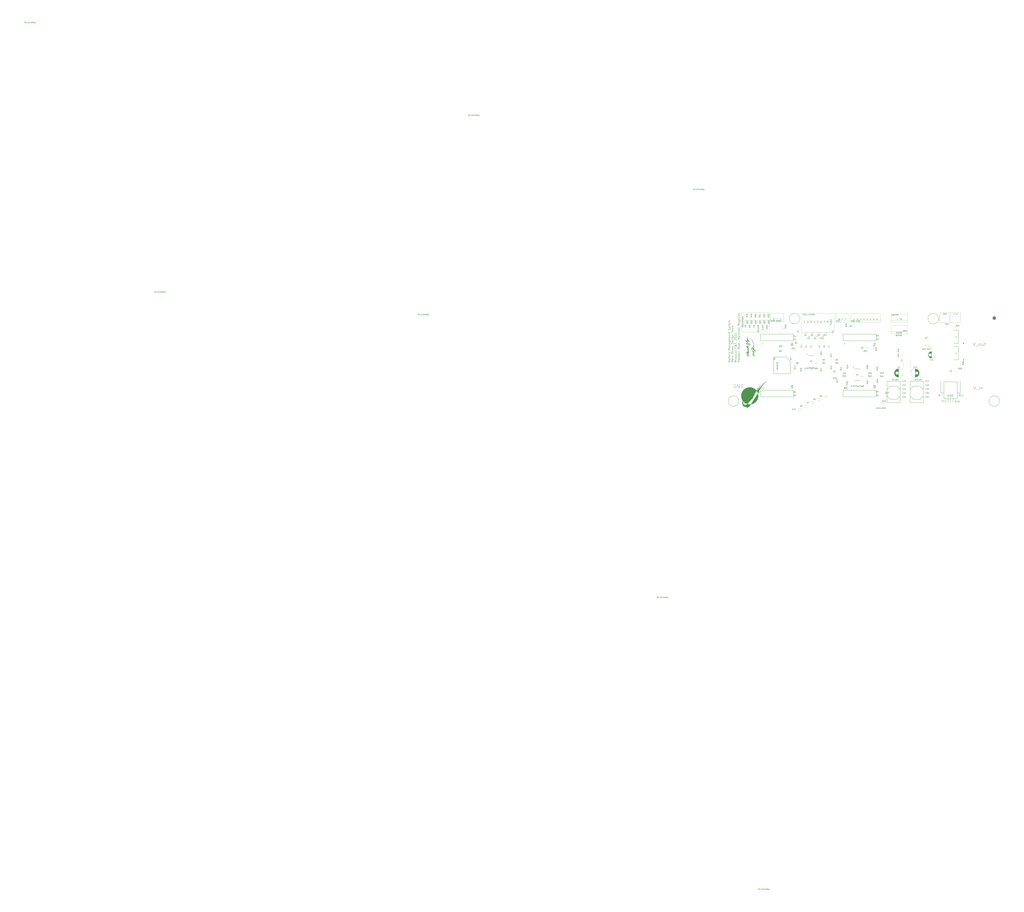
<source format=gbr>
%TF.GenerationSoftware,KiCad,Pcbnew,(5.1.6)-1*%
%TF.CreationDate,2020-11-27T18:27:37-06:00*%
%TF.ProjectId,BMS_2021_Rev1,424d535f-3230-4323-915f-526576312e6b,rev?*%
%TF.SameCoordinates,Original*%
%TF.FileFunction,Legend,Top*%
%TF.FilePolarity,Positive*%
%FSLAX46Y46*%
G04 Gerber Fmt 4.6, Leading zero omitted, Abs format (unit mm)*
G04 Created by KiCad (PCBNEW (5.1.6)-1) date 2020-11-27 18:27:37*
%MOMM*%
%LPD*%
G01*
G04 APERTURE LIST*
%ADD10C,0.150000*%
%ADD11C,0.120000*%
%ADD12C,0.010000*%
%ADD13C,0.152400*%
%ADD14C,0.127000*%
%ADD15C,0.200000*%
%ADD16C,0.015000*%
G04 APERTURE END LIST*
D10*
X71342285Y-31138761D02*
X71485142Y-31186380D01*
X71723238Y-31186380D01*
X71818476Y-31138761D01*
X71866095Y-31091142D01*
X71913714Y-30995904D01*
X71913714Y-30900666D01*
X71866095Y-30805428D01*
X71818476Y-30757809D01*
X71723238Y-30710190D01*
X71532761Y-30662571D01*
X71437523Y-30614952D01*
X71389904Y-30567333D01*
X71342285Y-30472095D01*
X71342285Y-30376857D01*
X71389904Y-30281619D01*
X71437523Y-30234000D01*
X71532761Y-30186380D01*
X71770857Y-30186380D01*
X71913714Y-30234000D01*
X73787047Y-30551428D02*
X74548952Y-30551428D01*
X76327047Y-30551428D02*
X77088952Y-30551428D01*
X76708000Y-30932380D02*
X76708000Y-30170476D01*
X209923238Y-26376380D02*
X210256571Y-27376380D01*
X210589904Y-26376380D01*
X211685142Y-27376380D02*
X211685142Y-26709714D01*
X211685142Y-26376380D02*
X211637523Y-26424000D01*
X211685142Y-26471619D01*
X211732761Y-26424000D01*
X211685142Y-26376380D01*
X211685142Y-26471619D01*
X212161333Y-26709714D02*
X212161333Y-27376380D01*
X212161333Y-26804952D02*
X212208952Y-26757333D01*
X212304190Y-26709714D01*
X212447047Y-26709714D01*
X212542285Y-26757333D01*
X212589904Y-26852571D01*
X212589904Y-27376380D01*
X202438095Y-26424000D02*
X202342857Y-26376380D01*
X202200000Y-26376380D01*
X202057142Y-26424000D01*
X201961904Y-26519238D01*
X201914285Y-26614476D01*
X201866666Y-26804952D01*
X201866666Y-26947809D01*
X201914285Y-27138285D01*
X201961904Y-27233523D01*
X202057142Y-27328761D01*
X202200000Y-27376380D01*
X202295238Y-27376380D01*
X202438095Y-27328761D01*
X202485714Y-27281142D01*
X202485714Y-26947809D01*
X202295238Y-26947809D01*
X202914285Y-27376380D02*
X202914285Y-26376380D01*
X203485714Y-27376380D01*
X203485714Y-26376380D01*
X203961904Y-27376380D02*
X203961904Y-26376380D01*
X204200000Y-26376380D01*
X204342857Y-26424000D01*
X204438095Y-26519238D01*
X204485714Y-26614476D01*
X204533333Y-26804952D01*
X204533333Y-26947809D01*
X204485714Y-27138285D01*
X204438095Y-27233523D01*
X204342857Y-27328761D01*
X204200000Y-27376380D01*
X203961904Y-27376380D01*
X171704095Y-39378000D02*
X171608857Y-39330380D01*
X171466000Y-39330380D01*
X171323142Y-39378000D01*
X171227904Y-39473238D01*
X171180285Y-39568476D01*
X171132666Y-39758952D01*
X171132666Y-39901809D01*
X171180285Y-40092285D01*
X171227904Y-40187523D01*
X171323142Y-40282761D01*
X171466000Y-40330380D01*
X171561238Y-40330380D01*
X171704095Y-40282761D01*
X171751714Y-40235142D01*
X171751714Y-39901809D01*
X171561238Y-39901809D01*
X172180285Y-40330380D02*
X172180285Y-39330380D01*
X172751714Y-40330380D01*
X172751714Y-39330380D01*
X173227904Y-40330380D02*
X173227904Y-39330380D01*
X173466000Y-39330380D01*
X173608857Y-39378000D01*
X173704095Y-39473238D01*
X173751714Y-39568476D01*
X173799333Y-39758952D01*
X173799333Y-39901809D01*
X173751714Y-40092285D01*
X173704095Y-40187523D01*
X173608857Y-40282761D01*
X173466000Y-40330380D01*
X173227904Y-40330380D01*
X168727523Y-31440380D02*
X168727523Y-30440380D01*
X169108476Y-30440380D01*
X169203714Y-30488000D01*
X169251333Y-30535619D01*
X169298952Y-30630857D01*
X169298952Y-30773714D01*
X169251333Y-30868952D01*
X169203714Y-30916571D01*
X169108476Y-30964190D01*
X168727523Y-30964190D01*
X169584666Y-30440380D02*
X169918000Y-31440380D01*
X170251333Y-30440380D01*
X166497047Y-31059428D02*
X167258952Y-31059428D01*
X166878000Y-31440380D02*
X166878000Y-30678476D01*
X148780476Y-30773714D02*
X148780476Y-31440380D01*
X148542380Y-30392761D02*
X148304285Y-31107047D01*
X148923333Y-31107047D01*
X143176666Y-30440380D02*
X143795714Y-30440380D01*
X143462380Y-30821333D01*
X143605238Y-30821333D01*
X143700476Y-30868952D01*
X143748095Y-30916571D01*
X143795714Y-31011809D01*
X143795714Y-31249904D01*
X143748095Y-31345142D01*
X143700476Y-31392761D01*
X143605238Y-31440380D01*
X143319523Y-31440380D01*
X143224285Y-31392761D01*
X143176666Y-31345142D01*
X138144285Y-30535619D02*
X138191904Y-30488000D01*
X138287142Y-30440380D01*
X138525238Y-30440380D01*
X138620476Y-30488000D01*
X138668095Y-30535619D01*
X138715714Y-30630857D01*
X138715714Y-30726095D01*
X138668095Y-30868952D01*
X138096666Y-31440380D01*
X138715714Y-31440380D01*
X133635714Y-31440380D02*
X133064285Y-31440380D01*
X133350000Y-31440380D02*
X133350000Y-30440380D01*
X133254761Y-30583238D01*
X133159523Y-30678476D01*
X133064285Y-30726095D01*
X150549428Y-30842857D02*
X151710571Y-30842857D01*
X151130000Y-31423428D02*
X151130000Y-30262285D01*
X145469428Y-30842857D02*
X146630571Y-30842857D01*
X146050000Y-31423428D02*
X146050000Y-30262285D01*
X140389428Y-30842857D02*
X141550571Y-30842857D01*
X140970000Y-31423428D02*
X140970000Y-30262285D01*
X135309428Y-30842857D02*
X136470571Y-30842857D01*
X135890000Y-31423428D02*
X135890000Y-30262285D01*
X121145904Y-30558619D02*
X121726476Y-30558619D01*
X121436190Y-31574619D02*
X121436190Y-30558619D01*
X121968380Y-30558619D02*
X122645714Y-31574619D01*
X122645714Y-30558619D02*
X121968380Y-31574619D01*
X127072571Y-31121047D02*
X127072571Y-30346952D01*
X127459619Y-30734000D02*
X126685523Y-30734000D01*
X123879428Y-30842857D02*
X125040571Y-30842857D01*
X114808000Y-34181142D02*
X114735428Y-34326285D01*
X114735428Y-34544000D01*
X114808000Y-34761714D01*
X114953142Y-34906857D01*
X115098285Y-34979428D01*
X115388571Y-35052000D01*
X115606285Y-35052000D01*
X115896571Y-34979428D01*
X116041714Y-34906857D01*
X116186857Y-34761714D01*
X116259428Y-34544000D01*
X116259428Y-34398857D01*
X116186857Y-34181142D01*
X116114285Y-34108571D01*
X115606285Y-34108571D01*
X115606285Y-34398857D01*
X116259428Y-33455428D02*
X114735428Y-33455428D01*
X116259428Y-32584571D01*
X114735428Y-32584571D01*
X116259428Y-31858857D02*
X114735428Y-31858857D01*
X114735428Y-31496000D01*
X114808000Y-31278285D01*
X114953142Y-31133142D01*
X115098285Y-31060571D01*
X115388571Y-30988000D01*
X115606285Y-30988000D01*
X115896571Y-31060571D01*
X116041714Y-31133142D01*
X116186857Y-31278285D01*
X116259428Y-31496000D01*
X116259428Y-31858857D01*
X112884857Y-32838571D02*
X112739714Y-32766000D01*
X112667142Y-32693428D01*
X112594571Y-32548285D01*
X112594571Y-32475714D01*
X112667142Y-32330571D01*
X112739714Y-32258000D01*
X112884857Y-32185428D01*
X113175142Y-32185428D01*
X113320285Y-32258000D01*
X113392857Y-32330571D01*
X113465428Y-32475714D01*
X113465428Y-32548285D01*
X113392857Y-32693428D01*
X113320285Y-32766000D01*
X113175142Y-32838571D01*
X112884857Y-32838571D01*
X112739714Y-32911142D01*
X112667142Y-32983714D01*
X112594571Y-33128857D01*
X112594571Y-33419142D01*
X112667142Y-33564285D01*
X112739714Y-33636857D01*
X112884857Y-33709428D01*
X113175142Y-33709428D01*
X113320285Y-33636857D01*
X113392857Y-33564285D01*
X113465428Y-33419142D01*
X113465428Y-33128857D01*
X113392857Y-32983714D01*
X113320285Y-32911142D01*
X113175142Y-32838571D01*
X109982000Y-32185428D02*
X110998000Y-32185428D01*
X110344857Y-33709428D01*
X108240285Y-32185428D02*
X107950000Y-32185428D01*
X107804857Y-32258000D01*
X107732285Y-32330571D01*
X107587142Y-32548285D01*
X107514571Y-32838571D01*
X107514571Y-33419142D01*
X107587142Y-33564285D01*
X107659714Y-33636857D01*
X107804857Y-33709428D01*
X108095142Y-33709428D01*
X108240285Y-33636857D01*
X108312857Y-33564285D01*
X108385428Y-33419142D01*
X108385428Y-33056285D01*
X108312857Y-32911142D01*
X108240285Y-32838571D01*
X108095142Y-32766000D01*
X107804857Y-32766000D01*
X107659714Y-32838571D01*
X107587142Y-32911142D01*
X107514571Y-33056285D01*
X105772857Y-32185428D02*
X105047142Y-32185428D01*
X104974571Y-32911142D01*
X105047142Y-32838571D01*
X105192285Y-32766000D01*
X105555142Y-32766000D01*
X105700285Y-32838571D01*
X105772857Y-32911142D01*
X105845428Y-33056285D01*
X105845428Y-33419142D01*
X105772857Y-33564285D01*
X105700285Y-33636857D01*
X105555142Y-33709428D01*
X105192285Y-33709428D01*
X105047142Y-33636857D01*
X104974571Y-33564285D01*
X103160285Y-32693428D02*
X103160285Y-33709428D01*
X102797428Y-32112857D02*
X102434571Y-33201428D01*
X103378000Y-33201428D01*
X99822000Y-32185428D02*
X100765428Y-32185428D01*
X100257428Y-32766000D01*
X100475142Y-32766000D01*
X100620285Y-32838571D01*
X100692857Y-32911142D01*
X100765428Y-33056285D01*
X100765428Y-33419142D01*
X100692857Y-33564285D01*
X100620285Y-33636857D01*
X100475142Y-33709428D01*
X100039714Y-33709428D01*
X99894571Y-33636857D01*
X99822000Y-33564285D01*
X97354571Y-32330571D02*
X97427142Y-32258000D01*
X97572285Y-32185428D01*
X97935142Y-32185428D01*
X98080285Y-32258000D01*
X98152857Y-32330571D01*
X98225428Y-32475714D01*
X98225428Y-32620857D01*
X98152857Y-32838571D01*
X97282000Y-33709428D01*
X98225428Y-33709428D01*
X95685428Y-33709428D02*
X94814571Y-33709428D01*
X95250000Y-33709428D02*
X95250000Y-32185428D01*
X95104857Y-32403142D01*
X94959714Y-32548285D01*
X94814571Y-32620857D01*
D11*
X92710000Y-40894000D02*
X118110000Y-40894000D01*
X199009000Y-32004000D02*
X199517000Y-32004000D01*
X199009000Y-27432000D02*
X199009000Y-32004000D01*
X199517000Y-27432000D02*
X199009000Y-27432000D01*
X206883000Y-27432000D02*
X207391000Y-27432000D01*
X206883000Y-32004000D02*
X206883000Y-27432000D01*
X207391000Y-32004000D02*
X206883000Y-32004000D01*
X207391000Y-33401000D02*
X207391000Y-32004000D01*
X207391000Y-25654000D02*
X207391000Y-33401000D01*
X199517000Y-25654000D02*
X215392000Y-25654000D01*
X199517000Y-33528000D02*
X199517000Y-25654000D01*
X215392000Y-33528000D02*
X199517000Y-33528000D01*
X215392000Y-25654000D02*
X215392000Y-33528000D01*
D10*
X42514761Y-81280000D02*
X42272857Y-81159047D01*
X41910000Y-81159047D01*
X41547142Y-81280000D01*
X41305238Y-81521904D01*
X41184285Y-81763809D01*
X41063333Y-82247619D01*
X41063333Y-82610476D01*
X41184285Y-83094285D01*
X41305238Y-83336190D01*
X41547142Y-83578095D01*
X41910000Y-83699047D01*
X42151904Y-83699047D01*
X42514761Y-83578095D01*
X42635714Y-83457142D01*
X42635714Y-82610476D01*
X42151904Y-82610476D01*
X43724285Y-83699047D02*
X43724285Y-81159047D01*
X45175714Y-83699047D01*
X45175714Y-81159047D01*
X46385238Y-83699047D02*
X46385238Y-81159047D01*
X46990000Y-81159047D01*
X47352857Y-81280000D01*
X47594761Y-81521904D01*
X47715714Y-81763809D01*
X47836666Y-82247619D01*
X47836666Y-82610476D01*
X47715714Y-83094285D01*
X47594761Y-83336190D01*
X47352857Y-83578095D01*
X46990000Y-83699047D01*
X46385238Y-83699047D01*
D11*
X161798000Y-40640000D02*
X174498000Y-40640000D01*
X161798000Y-32004000D02*
X174498000Y-32004000D01*
X130810000Y-31750000D02*
X153670000Y-31750000D01*
X119380000Y-31750000D02*
X129540000Y-31750000D01*
X69088000Y-31496000D02*
X79248000Y-31496000D01*
X79248000Y-33020000D02*
X79248000Y-26416000D01*
X69088000Y-33020000D02*
X79248000Y-33020000D01*
X69088000Y-26416000D02*
X69088000Y-33020000D01*
X79248000Y-26416000D02*
X69088000Y-26416000D01*
X174498000Y-35560000D02*
X161798000Y-35560000D01*
X174498000Y-42164000D02*
X174498000Y-35560000D01*
X161798000Y-42164000D02*
X174498000Y-42164000D01*
X161798000Y-35560000D02*
X161798000Y-42164000D01*
X161798000Y-33528000D02*
X161798000Y-26924000D01*
X174498000Y-33528000D02*
X161798000Y-33528000D01*
X174498000Y-26924000D02*
X174498000Y-33528000D01*
X161798000Y-26924000D02*
X174498000Y-26924000D01*
X153670000Y-26670000D02*
X130810000Y-26670000D01*
X153670000Y-33274000D02*
X153670000Y-26670000D01*
X130810000Y-33274000D02*
X153670000Y-33274000D01*
X130810000Y-26670000D02*
X130810000Y-33274000D01*
X119380000Y-33274000D02*
X119380000Y-26670000D01*
X129540000Y-33274000D02*
X119380000Y-33274000D01*
X129540000Y-26670000D02*
X129540000Y-33274000D01*
X119380000Y-26670000D02*
X129540000Y-26670000D01*
X92710000Y-26670000D02*
X92710000Y-40894000D01*
X118110000Y-26670000D02*
X92710000Y-26670000D01*
X118110000Y-40894000D02*
X118110000Y-26670000D01*
D10*
X225412904Y-82556047D02*
X226259571Y-85096047D01*
X227106238Y-82556047D01*
X227348142Y-85337952D02*
X229283380Y-85337952D01*
X229888142Y-85096047D02*
X229888142Y-83402714D01*
X229888142Y-82556047D02*
X229767190Y-82677000D01*
X229888142Y-82797952D01*
X230009095Y-82677000D01*
X229888142Y-82556047D01*
X229888142Y-82797952D01*
X231097666Y-83402714D02*
X231097666Y-85096047D01*
X231097666Y-83644619D02*
X231218619Y-83523666D01*
X231460523Y-83402714D01*
X231823380Y-83402714D01*
X232065285Y-83523666D01*
X232186238Y-83765571D01*
X232186238Y-85096047D01*
X225031904Y-48901047D02*
X225878571Y-51441047D01*
X226725238Y-48901047D01*
X226967142Y-51682952D02*
X228902380Y-51682952D01*
X229870000Y-51441047D02*
X229628095Y-51320095D01*
X229507142Y-51199142D01*
X229386190Y-50957238D01*
X229386190Y-50231523D01*
X229507142Y-49989619D01*
X229628095Y-49868666D01*
X229870000Y-49747714D01*
X230232857Y-49747714D01*
X230474761Y-49868666D01*
X230595714Y-49989619D01*
X230716666Y-50231523D01*
X230716666Y-50957238D01*
X230595714Y-51199142D01*
X230474761Y-51320095D01*
X230232857Y-51441047D01*
X229870000Y-51441047D01*
X232893809Y-49747714D02*
X232893809Y-51441047D01*
X231805238Y-49747714D02*
X231805238Y-51078190D01*
X231926190Y-51320095D01*
X232168095Y-51441047D01*
X232530952Y-51441047D01*
X232772857Y-51320095D01*
X232893809Y-51199142D01*
X233740476Y-49747714D02*
X234708095Y-49747714D01*
X234103333Y-48901047D02*
X234103333Y-51078190D01*
X234224285Y-51320095D01*
X234466190Y-51441047D01*
X234708095Y-51441047D01*
X162576190Y-27138380D02*
X162766666Y-27138380D01*
X162861904Y-27186000D01*
X162957142Y-27281238D01*
X163004761Y-27471714D01*
X163004761Y-27805047D01*
X162957142Y-27995523D01*
X162861904Y-28090761D01*
X162766666Y-28138380D01*
X162576190Y-28138380D01*
X162480952Y-28090761D01*
X162385714Y-27995523D01*
X162338095Y-27805047D01*
X162338095Y-27471714D01*
X162385714Y-27281238D01*
X162480952Y-27186000D01*
X162576190Y-27138380D01*
X163433333Y-28138380D02*
X163433333Y-27138380D01*
X164004761Y-28138380D01*
X164004761Y-27138380D01*
X165195238Y-27090761D02*
X164338095Y-28376476D01*
X165719047Y-27138380D02*
X165909523Y-27138380D01*
X166004761Y-27186000D01*
X166100000Y-27281238D01*
X166147619Y-27471714D01*
X166147619Y-27805047D01*
X166100000Y-27995523D01*
X166004761Y-28090761D01*
X165909523Y-28138380D01*
X165719047Y-28138380D01*
X165623809Y-28090761D01*
X165528571Y-27995523D01*
X165480952Y-27805047D01*
X165480952Y-27471714D01*
X165528571Y-27281238D01*
X165623809Y-27186000D01*
X165719047Y-27138380D01*
X166909523Y-27614571D02*
X166576190Y-27614571D01*
X166576190Y-28138380D02*
X166576190Y-27138380D01*
X167052380Y-27138380D01*
X167766666Y-27614571D02*
X167433333Y-27614571D01*
X167433333Y-28138380D02*
X167433333Y-27138380D01*
X167909523Y-27138380D01*
X166052761Y-41330571D02*
X166386095Y-41330571D01*
X166528952Y-41854380D02*
X166052761Y-41854380D01*
X166052761Y-40854380D01*
X166528952Y-40854380D01*
X166909904Y-41806761D02*
X167052761Y-41854380D01*
X167290857Y-41854380D01*
X167386095Y-41806761D01*
X167433714Y-41759142D01*
X167481333Y-41663904D01*
X167481333Y-41568666D01*
X167433714Y-41473428D01*
X167386095Y-41425809D01*
X167290857Y-41378190D01*
X167100380Y-41330571D01*
X167005142Y-41282952D01*
X166957523Y-41235333D01*
X166909904Y-41140095D01*
X166909904Y-41044857D01*
X166957523Y-40949619D01*
X167005142Y-40902000D01*
X167100380Y-40854380D01*
X167338476Y-40854380D01*
X167481333Y-40902000D01*
X167767047Y-40854380D02*
X168338476Y-40854380D01*
X168052761Y-41854380D02*
X168052761Y-40854380D01*
X168862285Y-40854380D02*
X169052761Y-40854380D01*
X169148000Y-40902000D01*
X169243238Y-40997238D01*
X169290857Y-41187714D01*
X169290857Y-41521047D01*
X169243238Y-41711523D01*
X169148000Y-41806761D01*
X169052761Y-41854380D01*
X168862285Y-41854380D01*
X168767047Y-41806761D01*
X168671809Y-41711523D01*
X168624190Y-41521047D01*
X168624190Y-41187714D01*
X168671809Y-40997238D01*
X168767047Y-40902000D01*
X168862285Y-40854380D01*
X169719428Y-41854380D02*
X169719428Y-40854380D01*
X170100380Y-40854380D01*
X170195619Y-40902000D01*
X170243238Y-40949619D01*
X170290857Y-41044857D01*
X170290857Y-41187714D01*
X170243238Y-41282952D01*
X170195619Y-41330571D01*
X170100380Y-41378190D01*
X169719428Y-41378190D01*
X131643809Y-32440571D02*
X131310476Y-32440571D01*
X131310476Y-32964380D02*
X131310476Y-31964380D01*
X131786666Y-31964380D01*
X132120000Y-32678666D02*
X132596190Y-32678666D01*
X132024761Y-32964380D02*
X132358095Y-31964380D01*
X132691428Y-32964380D01*
X133024761Y-32964380D02*
X133024761Y-31964380D01*
X133596190Y-32964380D01*
X133596190Y-31964380D01*
X135405714Y-32869142D02*
X135358095Y-32916761D01*
X135215238Y-32964380D01*
X135120000Y-32964380D01*
X134977142Y-32916761D01*
X134881904Y-32821523D01*
X134834285Y-32726285D01*
X134786666Y-32535809D01*
X134786666Y-32392952D01*
X134834285Y-32202476D01*
X134881904Y-32107238D01*
X134977142Y-32012000D01*
X135120000Y-31964380D01*
X135215238Y-31964380D01*
X135358095Y-32012000D01*
X135405714Y-32059619D01*
X135691428Y-31964380D02*
X136262857Y-31964380D01*
X135977142Y-32964380D02*
X135977142Y-31964380D01*
X137167619Y-32964380D02*
X136834285Y-32488190D01*
X136596190Y-32964380D02*
X136596190Y-31964380D01*
X136977142Y-31964380D01*
X137072380Y-32012000D01*
X137120000Y-32059619D01*
X137167619Y-32154857D01*
X137167619Y-32297714D01*
X137120000Y-32392952D01*
X137072380Y-32440571D01*
X136977142Y-32488190D01*
X136596190Y-32488190D01*
X138072380Y-32964380D02*
X137596190Y-32964380D01*
X137596190Y-31964380D01*
X120213523Y-32964380D02*
X119737333Y-32964380D01*
X119737333Y-31964380D01*
X121118285Y-32869142D02*
X121070666Y-32916761D01*
X120927809Y-32964380D01*
X120832571Y-32964380D01*
X120689714Y-32916761D01*
X120594476Y-32821523D01*
X120546857Y-32726285D01*
X120499238Y-32535809D01*
X120499238Y-32392952D01*
X120546857Y-32202476D01*
X120594476Y-32107238D01*
X120689714Y-32012000D01*
X120832571Y-31964380D01*
X120927809Y-31964380D01*
X121070666Y-32012000D01*
X121118285Y-32059619D01*
X121546857Y-32964380D02*
X121546857Y-31964380D01*
X121784952Y-31964380D01*
X121927809Y-32012000D01*
X122023047Y-32107238D01*
X122070666Y-32202476D01*
X122118285Y-32392952D01*
X122118285Y-32535809D01*
X122070666Y-32726285D01*
X122023047Y-32821523D01*
X121927809Y-32916761D01*
X121784952Y-32964380D01*
X121546857Y-32964380D01*
X94813904Y-27789142D02*
X94766285Y-27836761D01*
X94623428Y-27884380D01*
X94528190Y-27884380D01*
X94385333Y-27836761D01*
X94290095Y-27741523D01*
X94242476Y-27646285D01*
X94194857Y-27455809D01*
X94194857Y-27312952D01*
X94242476Y-27122476D01*
X94290095Y-27027238D01*
X94385333Y-26932000D01*
X94528190Y-26884380D01*
X94623428Y-26884380D01*
X94766285Y-26932000D01*
X94813904Y-26979619D01*
X95242476Y-27360571D02*
X95575809Y-27360571D01*
X95718666Y-27884380D02*
X95242476Y-27884380D01*
X95242476Y-26884380D01*
X95718666Y-26884380D01*
X96623428Y-27884380D02*
X96147238Y-27884380D01*
X96147238Y-26884380D01*
X97432952Y-27884380D02*
X96956761Y-27884380D01*
X96956761Y-26884380D01*
X98861523Y-27360571D02*
X98528190Y-27360571D01*
X98528190Y-27884380D02*
X98528190Y-26884380D01*
X99004380Y-26884380D01*
X99385333Y-27884380D02*
X99385333Y-26884380D01*
X100337714Y-27884380D02*
X99861523Y-27884380D01*
X99861523Y-26884380D01*
X100528190Y-26884380D02*
X101099619Y-26884380D01*
X100813904Y-27884380D02*
X100813904Y-26884380D01*
X101432952Y-27360571D02*
X101766285Y-27360571D01*
X101909142Y-27884380D02*
X101432952Y-27884380D01*
X101432952Y-26884380D01*
X101909142Y-26884380D01*
X102909142Y-27884380D02*
X102575809Y-27408190D01*
X102337714Y-27884380D02*
X102337714Y-26884380D01*
X102718666Y-26884380D01*
X102813904Y-26932000D01*
X102861523Y-26979619D01*
X102909142Y-27074857D01*
X102909142Y-27217714D01*
X102861523Y-27312952D01*
X102813904Y-27360571D01*
X102718666Y-27408190D01*
X102337714Y-27408190D01*
X69342000Y-31771166D02*
X69850000Y-31771166D01*
X69596000Y-32660166D02*
X69596000Y-31771166D01*
X70146333Y-32194500D02*
X70442666Y-32194500D01*
X70569666Y-32660166D02*
X70146333Y-32660166D01*
X70146333Y-31771166D01*
X70569666Y-31771166D01*
X70950666Y-32660166D02*
X70950666Y-31771166D01*
X71247000Y-32406166D01*
X71543333Y-31771166D01*
X71543333Y-32660166D01*
X71966666Y-32660166D02*
X71966666Y-31771166D01*
X72305333Y-31771166D01*
X72390000Y-31813500D01*
X72432333Y-31855833D01*
X72474666Y-31940500D01*
X72474666Y-32067500D01*
X72432333Y-32152166D01*
X72390000Y-32194500D01*
X72305333Y-32236833D01*
X71966666Y-32236833D01*
X73490666Y-32617833D02*
X73617666Y-32660166D01*
X73829333Y-32660166D01*
X73914000Y-32617833D01*
X73956333Y-32575500D01*
X73998666Y-32490833D01*
X73998666Y-32406166D01*
X73956333Y-32321500D01*
X73914000Y-32279166D01*
X73829333Y-32236833D01*
X73660000Y-32194500D01*
X73575333Y-32152166D01*
X73533000Y-32109833D01*
X73490666Y-32025166D01*
X73490666Y-31940500D01*
X73533000Y-31855833D01*
X73575333Y-31813500D01*
X73660000Y-31771166D01*
X73871666Y-31771166D01*
X73998666Y-31813500D01*
X74379666Y-32194500D02*
X74676000Y-32194500D01*
X74803000Y-32660166D02*
X74379666Y-32660166D01*
X74379666Y-31771166D01*
X74803000Y-31771166D01*
X75184000Y-32660166D02*
X75184000Y-31771166D01*
X75692000Y-32660166D01*
X75692000Y-31771166D01*
X76073000Y-32617833D02*
X76200000Y-32660166D01*
X76411666Y-32660166D01*
X76496333Y-32617833D01*
X76538666Y-32575500D01*
X76581000Y-32490833D01*
X76581000Y-32406166D01*
X76538666Y-32321500D01*
X76496333Y-32279166D01*
X76411666Y-32236833D01*
X76242333Y-32194500D01*
X76157666Y-32152166D01*
X76115333Y-32109833D01*
X76073000Y-32025166D01*
X76073000Y-31940500D01*
X76115333Y-31855833D01*
X76157666Y-31813500D01*
X76242333Y-31771166D01*
X76454000Y-31771166D01*
X76581000Y-31813500D01*
X76962000Y-32194500D02*
X77258333Y-32194500D01*
X77385333Y-32660166D02*
X76962000Y-32660166D01*
X76962000Y-31771166D01*
X77385333Y-31771166D01*
X37258142Y-63293642D02*
X37330714Y-63075928D01*
X37403285Y-63003357D01*
X37548428Y-62930785D01*
X37766142Y-62930785D01*
X37911285Y-63003357D01*
X37983857Y-63075928D01*
X38056428Y-63221071D01*
X38056428Y-63801642D01*
X36532428Y-63801642D01*
X36532428Y-63293642D01*
X36605000Y-63148500D01*
X36677571Y-63075928D01*
X36822714Y-63003357D01*
X36967857Y-63003357D01*
X37113000Y-63075928D01*
X37185571Y-63148500D01*
X37258142Y-63293642D01*
X37258142Y-63801642D01*
X38056428Y-61624500D02*
X37258142Y-61624500D01*
X37113000Y-61697071D01*
X37040428Y-61842214D01*
X37040428Y-62132500D01*
X37113000Y-62277642D01*
X37983857Y-61624500D02*
X38056428Y-61769642D01*
X38056428Y-62132500D01*
X37983857Y-62277642D01*
X37838714Y-62350214D01*
X37693571Y-62350214D01*
X37548428Y-62277642D01*
X37475857Y-62132500D01*
X37475857Y-61769642D01*
X37403285Y-61624500D01*
X37040428Y-61116500D02*
X37040428Y-60535928D01*
X36532428Y-60898785D02*
X37838714Y-60898785D01*
X37983857Y-60826214D01*
X38056428Y-60681071D01*
X38056428Y-60535928D01*
X37040428Y-60245642D02*
X37040428Y-59665071D01*
X36532428Y-60027928D02*
X37838714Y-60027928D01*
X37983857Y-59955357D01*
X38056428Y-59810214D01*
X38056428Y-59665071D01*
X37983857Y-58576500D02*
X38056428Y-58721642D01*
X38056428Y-59011928D01*
X37983857Y-59157071D01*
X37838714Y-59229642D01*
X37258142Y-59229642D01*
X37113000Y-59157071D01*
X37040428Y-59011928D01*
X37040428Y-58721642D01*
X37113000Y-58576500D01*
X37258142Y-58503928D01*
X37403285Y-58503928D01*
X37548428Y-59229642D01*
X38056428Y-57850785D02*
X37040428Y-57850785D01*
X37330714Y-57850785D02*
X37185571Y-57778214D01*
X37113000Y-57705642D01*
X37040428Y-57560500D01*
X37040428Y-57415357D01*
X37040428Y-57052500D02*
X38056428Y-56689642D01*
X37040428Y-56326785D02*
X38056428Y-56689642D01*
X38419285Y-56834785D01*
X38491857Y-56907357D01*
X38564428Y-57052500D01*
X38056428Y-54585071D02*
X36532428Y-54585071D01*
X37621000Y-54077071D01*
X36532428Y-53569071D01*
X38056428Y-53569071D01*
X38056428Y-52190214D02*
X37258142Y-52190214D01*
X37113000Y-52262785D01*
X37040428Y-52407928D01*
X37040428Y-52698214D01*
X37113000Y-52843357D01*
X37983857Y-52190214D02*
X38056428Y-52335357D01*
X38056428Y-52698214D01*
X37983857Y-52843357D01*
X37838714Y-52915928D01*
X37693571Y-52915928D01*
X37548428Y-52843357D01*
X37475857Y-52698214D01*
X37475857Y-52335357D01*
X37403285Y-52190214D01*
X37040428Y-51464500D02*
X38056428Y-51464500D01*
X37185571Y-51464500D02*
X37113000Y-51391928D01*
X37040428Y-51246785D01*
X37040428Y-51029071D01*
X37113000Y-50883928D01*
X37258142Y-50811357D01*
X38056428Y-50811357D01*
X38056428Y-49432500D02*
X37258142Y-49432500D01*
X37113000Y-49505071D01*
X37040428Y-49650214D01*
X37040428Y-49940500D01*
X37113000Y-50085642D01*
X37983857Y-49432500D02*
X38056428Y-49577642D01*
X38056428Y-49940500D01*
X37983857Y-50085642D01*
X37838714Y-50158214D01*
X37693571Y-50158214D01*
X37548428Y-50085642D01*
X37475857Y-49940500D01*
X37475857Y-49577642D01*
X37403285Y-49432500D01*
X37040428Y-48053642D02*
X38274142Y-48053642D01*
X38419285Y-48126214D01*
X38491857Y-48198785D01*
X38564428Y-48343928D01*
X38564428Y-48561642D01*
X38491857Y-48706785D01*
X37983857Y-48053642D02*
X38056428Y-48198785D01*
X38056428Y-48489071D01*
X37983857Y-48634214D01*
X37911285Y-48706785D01*
X37766142Y-48779357D01*
X37330714Y-48779357D01*
X37185571Y-48706785D01*
X37113000Y-48634214D01*
X37040428Y-48489071D01*
X37040428Y-48198785D01*
X37113000Y-48053642D01*
X37983857Y-46747357D02*
X38056428Y-46892500D01*
X38056428Y-47182785D01*
X37983857Y-47327928D01*
X37838714Y-47400500D01*
X37258142Y-47400500D01*
X37113000Y-47327928D01*
X37040428Y-47182785D01*
X37040428Y-46892500D01*
X37113000Y-46747357D01*
X37258142Y-46674785D01*
X37403285Y-46674785D01*
X37548428Y-47400500D01*
X38056428Y-46021642D02*
X37040428Y-46021642D01*
X37185571Y-46021642D02*
X37113000Y-45949071D01*
X37040428Y-45803928D01*
X37040428Y-45586214D01*
X37113000Y-45441071D01*
X37258142Y-45368500D01*
X38056428Y-45368500D01*
X37258142Y-45368500D02*
X37113000Y-45295928D01*
X37040428Y-45150785D01*
X37040428Y-44933071D01*
X37113000Y-44787928D01*
X37258142Y-44715357D01*
X38056428Y-44715357D01*
X37983857Y-43409071D02*
X38056428Y-43554214D01*
X38056428Y-43844500D01*
X37983857Y-43989642D01*
X37838714Y-44062214D01*
X37258142Y-44062214D01*
X37113000Y-43989642D01*
X37040428Y-43844500D01*
X37040428Y-43554214D01*
X37113000Y-43409071D01*
X37258142Y-43336500D01*
X37403285Y-43336500D01*
X37548428Y-44062214D01*
X37040428Y-42683357D02*
X38056428Y-42683357D01*
X37185571Y-42683357D02*
X37113000Y-42610785D01*
X37040428Y-42465642D01*
X37040428Y-42247928D01*
X37113000Y-42102785D01*
X37258142Y-42030214D01*
X38056428Y-42030214D01*
X37040428Y-41522214D02*
X37040428Y-40941642D01*
X36532428Y-41304500D02*
X37838714Y-41304500D01*
X37983857Y-41231928D01*
X38056428Y-41086785D01*
X38056428Y-40941642D01*
X37983857Y-39345071D02*
X38056428Y-39127357D01*
X38056428Y-38764500D01*
X37983857Y-38619357D01*
X37911285Y-38546785D01*
X37766142Y-38474214D01*
X37621000Y-38474214D01*
X37475857Y-38546785D01*
X37403285Y-38619357D01*
X37330714Y-38764500D01*
X37258142Y-39054785D01*
X37185571Y-39199928D01*
X37113000Y-39272500D01*
X36967857Y-39345071D01*
X36822714Y-39345071D01*
X36677571Y-39272500D01*
X36605000Y-39199928D01*
X36532428Y-39054785D01*
X36532428Y-38691928D01*
X36605000Y-38474214D01*
X37040428Y-37966214D02*
X38056428Y-37603357D01*
X37040428Y-37240500D02*
X38056428Y-37603357D01*
X38419285Y-37748500D01*
X38491857Y-37821071D01*
X38564428Y-37966214D01*
X37983857Y-36732500D02*
X38056428Y-36587357D01*
X38056428Y-36297071D01*
X37983857Y-36151928D01*
X37838714Y-36079357D01*
X37766142Y-36079357D01*
X37621000Y-36151928D01*
X37548428Y-36297071D01*
X37548428Y-36514785D01*
X37475857Y-36659928D01*
X37330714Y-36732500D01*
X37258142Y-36732500D01*
X37113000Y-36659928D01*
X37040428Y-36514785D01*
X37040428Y-36297071D01*
X37113000Y-36151928D01*
X37040428Y-35643928D02*
X37040428Y-35063357D01*
X36532428Y-35426214D02*
X37838714Y-35426214D01*
X37983857Y-35353642D01*
X38056428Y-35208500D01*
X38056428Y-35063357D01*
X37983857Y-33974785D02*
X38056428Y-34119928D01*
X38056428Y-34410214D01*
X37983857Y-34555357D01*
X37838714Y-34627928D01*
X37258142Y-34627928D01*
X37113000Y-34555357D01*
X37040428Y-34410214D01*
X37040428Y-34119928D01*
X37113000Y-33974785D01*
X37258142Y-33902214D01*
X37403285Y-33902214D01*
X37548428Y-34627928D01*
X38056428Y-33249071D02*
X37040428Y-33249071D01*
X37185571Y-33249071D02*
X37113000Y-33176500D01*
X37040428Y-33031357D01*
X37040428Y-32813642D01*
X37113000Y-32668500D01*
X37258142Y-32595928D01*
X38056428Y-32595928D01*
X37258142Y-32595928D02*
X37113000Y-32523357D01*
X37040428Y-32378214D01*
X37040428Y-32160500D01*
X37113000Y-32015357D01*
X37258142Y-31942785D01*
X38056428Y-31942785D01*
X40492428Y-63801642D02*
X38968428Y-63801642D01*
X40057000Y-63293642D01*
X38968428Y-62785642D01*
X40492428Y-62785642D01*
X40492428Y-61406785D02*
X39694142Y-61406785D01*
X39549000Y-61479357D01*
X39476428Y-61624500D01*
X39476428Y-61914785D01*
X39549000Y-62059928D01*
X40419857Y-61406785D02*
X40492428Y-61551928D01*
X40492428Y-61914785D01*
X40419857Y-62059928D01*
X40274714Y-62132500D01*
X40129571Y-62132500D01*
X39984428Y-62059928D01*
X39911857Y-61914785D01*
X39911857Y-61551928D01*
X39839285Y-61406785D01*
X40492428Y-60681071D02*
X39476428Y-60681071D01*
X39766714Y-60681071D02*
X39621571Y-60608500D01*
X39549000Y-60535928D01*
X39476428Y-60390785D01*
X39476428Y-60245642D01*
X40419857Y-59810214D02*
X40492428Y-59665071D01*
X40492428Y-59374785D01*
X40419857Y-59229642D01*
X40274714Y-59157071D01*
X40202142Y-59157071D01*
X40057000Y-59229642D01*
X39984428Y-59374785D01*
X39984428Y-59592500D01*
X39911857Y-59737642D01*
X39766714Y-59810214D01*
X39694142Y-59810214D01*
X39549000Y-59737642D01*
X39476428Y-59592500D01*
X39476428Y-59374785D01*
X39549000Y-59229642D01*
X40492428Y-56471928D02*
X39766714Y-56979928D01*
X40492428Y-57342785D02*
X38968428Y-57342785D01*
X38968428Y-56762214D01*
X39041000Y-56617071D01*
X39113571Y-56544500D01*
X39258714Y-56471928D01*
X39476428Y-56471928D01*
X39621571Y-56544500D01*
X39694142Y-56617071D01*
X39766714Y-56762214D01*
X39766714Y-57342785D01*
X40492428Y-55601071D02*
X40419857Y-55746214D01*
X40347285Y-55818785D01*
X40202142Y-55891357D01*
X39766714Y-55891357D01*
X39621571Y-55818785D01*
X39549000Y-55746214D01*
X39476428Y-55601071D01*
X39476428Y-55383357D01*
X39549000Y-55238214D01*
X39621571Y-55165642D01*
X39766714Y-55093071D01*
X40202142Y-55093071D01*
X40347285Y-55165642D01*
X40419857Y-55238214D01*
X40492428Y-55383357D01*
X40492428Y-55601071D01*
X39476428Y-54585071D02*
X40492428Y-54222214D01*
X39476428Y-53859357D01*
X40419857Y-52698214D02*
X40492428Y-52843357D01*
X40492428Y-53133642D01*
X40419857Y-53278785D01*
X40274714Y-53351357D01*
X39694142Y-53351357D01*
X39549000Y-53278785D01*
X39476428Y-53133642D01*
X39476428Y-52843357D01*
X39549000Y-52698214D01*
X39694142Y-52625642D01*
X39839285Y-52625642D01*
X39984428Y-53351357D01*
X40492428Y-51972500D02*
X39476428Y-51972500D01*
X39766714Y-51972500D02*
X39621571Y-51899928D01*
X39549000Y-51827357D01*
X39476428Y-51682214D01*
X39476428Y-51537071D01*
X40492428Y-49867928D02*
X38968428Y-49867928D01*
X38968428Y-49505071D01*
X39041000Y-49287357D01*
X39186142Y-49142214D01*
X39331285Y-49069642D01*
X39621571Y-48997071D01*
X39839285Y-48997071D01*
X40129571Y-49069642D01*
X40274714Y-49142214D01*
X40419857Y-49287357D01*
X40492428Y-49505071D01*
X40492428Y-49867928D01*
X40419857Y-47763357D02*
X40492428Y-47908500D01*
X40492428Y-48198785D01*
X40419857Y-48343928D01*
X40274714Y-48416500D01*
X39694142Y-48416500D01*
X39549000Y-48343928D01*
X39476428Y-48198785D01*
X39476428Y-47908500D01*
X39549000Y-47763357D01*
X39694142Y-47690785D01*
X39839285Y-47690785D01*
X39984428Y-48416500D01*
X40419857Y-47110214D02*
X40492428Y-46965071D01*
X40492428Y-46674785D01*
X40419857Y-46529642D01*
X40274714Y-46457071D01*
X40202142Y-46457071D01*
X40057000Y-46529642D01*
X39984428Y-46674785D01*
X39984428Y-46892500D01*
X39911857Y-47037642D01*
X39766714Y-47110214D01*
X39694142Y-47110214D01*
X39549000Y-47037642D01*
X39476428Y-46892500D01*
X39476428Y-46674785D01*
X39549000Y-46529642D01*
X40492428Y-45803928D02*
X39476428Y-45803928D01*
X38968428Y-45803928D02*
X39041000Y-45876500D01*
X39113571Y-45803928D01*
X39041000Y-45731357D01*
X38968428Y-45803928D01*
X39113571Y-45803928D01*
X39476428Y-44425071D02*
X40710142Y-44425071D01*
X40855285Y-44497642D01*
X40927857Y-44570214D01*
X41000428Y-44715357D01*
X41000428Y-44933071D01*
X40927857Y-45078214D01*
X40419857Y-44425071D02*
X40492428Y-44570214D01*
X40492428Y-44860500D01*
X40419857Y-45005642D01*
X40347285Y-45078214D01*
X40202142Y-45150785D01*
X39766714Y-45150785D01*
X39621571Y-45078214D01*
X39549000Y-45005642D01*
X39476428Y-44860500D01*
X39476428Y-44570214D01*
X39549000Y-44425071D01*
X39476428Y-43699357D02*
X40492428Y-43699357D01*
X39621571Y-43699357D02*
X39549000Y-43626785D01*
X39476428Y-43481642D01*
X39476428Y-43263928D01*
X39549000Y-43118785D01*
X39694142Y-43046214D01*
X40492428Y-43046214D01*
X38968428Y-41377071D02*
X38968428Y-40506214D01*
X40492428Y-40941642D02*
X38968428Y-40941642D01*
X40419857Y-39417642D02*
X40492428Y-39562785D01*
X40492428Y-39853071D01*
X40419857Y-39998214D01*
X40274714Y-40070785D01*
X39694142Y-40070785D01*
X39549000Y-39998214D01*
X39476428Y-39853071D01*
X39476428Y-39562785D01*
X39549000Y-39417642D01*
X39694142Y-39345071D01*
X39839285Y-39345071D01*
X39984428Y-40070785D01*
X40492428Y-38038785D02*
X39694142Y-38038785D01*
X39549000Y-38111357D01*
X39476428Y-38256500D01*
X39476428Y-38546785D01*
X39549000Y-38691928D01*
X40419857Y-38038785D02*
X40492428Y-38183928D01*
X40492428Y-38546785D01*
X40419857Y-38691928D01*
X40274714Y-38764500D01*
X40129571Y-38764500D01*
X39984428Y-38691928D01*
X39911857Y-38546785D01*
X39911857Y-38183928D01*
X39839285Y-38038785D01*
X40492428Y-37313071D02*
X39476428Y-37313071D01*
X39621571Y-37313071D02*
X39549000Y-37240500D01*
X39476428Y-37095357D01*
X39476428Y-36877642D01*
X39549000Y-36732500D01*
X39694142Y-36659928D01*
X40492428Y-36659928D01*
X39694142Y-36659928D02*
X39549000Y-36587357D01*
X39476428Y-36442214D01*
X39476428Y-36224500D01*
X39549000Y-36079357D01*
X39694142Y-36006785D01*
X40492428Y-36006785D01*
X42928428Y-63801642D02*
X41404428Y-63801642D01*
X42493000Y-63293642D01*
X41404428Y-62785642D01*
X42928428Y-62785642D01*
X42928428Y-62059928D02*
X41912428Y-62059928D01*
X41404428Y-62059928D02*
X41477000Y-62132500D01*
X41549571Y-62059928D01*
X41477000Y-61987357D01*
X41404428Y-62059928D01*
X41549571Y-62059928D01*
X42855857Y-61406785D02*
X42928428Y-61261642D01*
X42928428Y-60971357D01*
X42855857Y-60826214D01*
X42710714Y-60753642D01*
X42638142Y-60753642D01*
X42493000Y-60826214D01*
X42420428Y-60971357D01*
X42420428Y-61189071D01*
X42347857Y-61334214D01*
X42202714Y-61406785D01*
X42130142Y-61406785D01*
X41985000Y-61334214D01*
X41912428Y-61189071D01*
X41912428Y-60971357D01*
X41985000Y-60826214D01*
X42855857Y-60173071D02*
X42928428Y-60027928D01*
X42928428Y-59737642D01*
X42855857Y-59592500D01*
X42710714Y-59519928D01*
X42638142Y-59519928D01*
X42493000Y-59592500D01*
X42420428Y-59737642D01*
X42420428Y-59955357D01*
X42347857Y-60100500D01*
X42202714Y-60173071D01*
X42130142Y-60173071D01*
X41985000Y-60100500D01*
X41912428Y-59955357D01*
X41912428Y-59737642D01*
X41985000Y-59592500D01*
X42928428Y-58649071D02*
X42855857Y-58794214D01*
X42783285Y-58866785D01*
X42638142Y-58939357D01*
X42202714Y-58939357D01*
X42057571Y-58866785D01*
X41985000Y-58794214D01*
X41912428Y-58649071D01*
X41912428Y-58431357D01*
X41985000Y-58286214D01*
X42057571Y-58213642D01*
X42202714Y-58141071D01*
X42638142Y-58141071D01*
X42783285Y-58213642D01*
X42855857Y-58286214D01*
X42928428Y-58431357D01*
X42928428Y-58649071D01*
X41912428Y-56834785D02*
X42928428Y-56834785D01*
X41912428Y-57487928D02*
X42710714Y-57487928D01*
X42855857Y-57415357D01*
X42928428Y-57270214D01*
X42928428Y-57052500D01*
X42855857Y-56907357D01*
X42783285Y-56834785D01*
X42928428Y-56109071D02*
X41912428Y-56109071D01*
X42202714Y-56109071D02*
X42057571Y-56036500D01*
X41985000Y-55963928D01*
X41912428Y-55818785D01*
X41912428Y-55673642D01*
X42928428Y-55165642D02*
X41912428Y-55165642D01*
X41404428Y-55165642D02*
X41477000Y-55238214D01*
X41549571Y-55165642D01*
X41477000Y-55093071D01*
X41404428Y-55165642D01*
X41549571Y-55165642D01*
X42855857Y-53351357D02*
X42928428Y-53133642D01*
X42928428Y-52770785D01*
X42855857Y-52625642D01*
X42783285Y-52553071D01*
X42638142Y-52480500D01*
X42493000Y-52480500D01*
X42347857Y-52553071D01*
X42275285Y-52625642D01*
X42202714Y-52770785D01*
X42130142Y-53061071D01*
X42057571Y-53206214D01*
X41985000Y-53278785D01*
X41839857Y-53351357D01*
X41694714Y-53351357D01*
X41549571Y-53278785D01*
X41477000Y-53206214D01*
X41404428Y-53061071D01*
X41404428Y-52698214D01*
X41477000Y-52480500D01*
X42928428Y-50593642D02*
X42928428Y-50666214D01*
X42855857Y-50811357D01*
X42638142Y-51029071D01*
X42202714Y-51391928D01*
X41985000Y-51537071D01*
X41767285Y-51609642D01*
X41622142Y-51609642D01*
X41477000Y-51537071D01*
X41404428Y-51391928D01*
X41404428Y-51319357D01*
X41477000Y-51174214D01*
X41622142Y-51101642D01*
X41694714Y-51101642D01*
X41839857Y-51174214D01*
X41912428Y-51246785D01*
X42202714Y-51682214D01*
X42275285Y-51754785D01*
X42420428Y-51827357D01*
X42638142Y-51827357D01*
X42783285Y-51754785D01*
X42855857Y-51682214D01*
X42928428Y-51537071D01*
X42928428Y-51319357D01*
X42855857Y-51174214D01*
X42783285Y-51101642D01*
X42493000Y-50883928D01*
X42275285Y-50811357D01*
X42130142Y-50811357D01*
X41404428Y-50158214D02*
X41404428Y-49287357D01*
X42928428Y-49722785D02*
X41404428Y-49722785D01*
X42855857Y-48706785D02*
X42928428Y-48706785D01*
X43073571Y-48779357D01*
X43146142Y-48851928D01*
X41549571Y-46965071D02*
X41477000Y-46892500D01*
X41404428Y-46747357D01*
X41404428Y-46384500D01*
X41477000Y-46239357D01*
X41549571Y-46166785D01*
X41694714Y-46094214D01*
X41839857Y-46094214D01*
X42057571Y-46166785D01*
X42928428Y-47037642D01*
X42928428Y-46094214D01*
X41404428Y-45150785D02*
X41404428Y-45005642D01*
X41477000Y-44860500D01*
X41549571Y-44787928D01*
X41694714Y-44715357D01*
X41985000Y-44642785D01*
X42347857Y-44642785D01*
X42638142Y-44715357D01*
X42783285Y-44787928D01*
X42855857Y-44860500D01*
X42928428Y-45005642D01*
X42928428Y-45150785D01*
X42855857Y-45295928D01*
X42783285Y-45368500D01*
X42638142Y-45441071D01*
X42347857Y-45513642D01*
X41985000Y-45513642D01*
X41694714Y-45441071D01*
X41549571Y-45368500D01*
X41477000Y-45295928D01*
X41404428Y-45150785D01*
X41549571Y-44062214D02*
X41477000Y-43989642D01*
X41404428Y-43844500D01*
X41404428Y-43481642D01*
X41477000Y-43336500D01*
X41549571Y-43263928D01*
X41694714Y-43191357D01*
X41839857Y-43191357D01*
X42057571Y-43263928D01*
X42928428Y-44134785D01*
X42928428Y-43191357D01*
X42928428Y-41739928D02*
X42928428Y-42610785D01*
X42928428Y-42175357D02*
X41404428Y-42175357D01*
X41622142Y-42320500D01*
X41767285Y-42465642D01*
X41839857Y-42610785D01*
X45364428Y-63801642D02*
X43840428Y-63801642D01*
X44929000Y-63293642D01*
X43840428Y-62785642D01*
X45364428Y-62785642D01*
X45364428Y-61406785D02*
X44566142Y-61406785D01*
X44421000Y-61479357D01*
X44348428Y-61624500D01*
X44348428Y-61914785D01*
X44421000Y-62059928D01*
X45291857Y-61406785D02*
X45364428Y-61551928D01*
X45364428Y-61914785D01*
X45291857Y-62059928D01*
X45146714Y-62132500D01*
X45001571Y-62132500D01*
X44856428Y-62059928D01*
X44783857Y-61914785D01*
X44783857Y-61551928D01*
X44711285Y-61406785D01*
X45364428Y-60826214D02*
X44348428Y-60027928D01*
X44348428Y-60826214D02*
X45364428Y-60027928D01*
X44348428Y-59592500D02*
X45364428Y-59302214D01*
X44638714Y-59011928D01*
X45364428Y-58721642D01*
X44348428Y-58431357D01*
X45291857Y-57270214D02*
X45364428Y-57415357D01*
X45364428Y-57705642D01*
X45291857Y-57850785D01*
X45146714Y-57923357D01*
X44566142Y-57923357D01*
X44421000Y-57850785D01*
X44348428Y-57705642D01*
X44348428Y-57415357D01*
X44421000Y-57270214D01*
X44566142Y-57197642D01*
X44711285Y-57197642D01*
X44856428Y-57923357D01*
X45364428Y-56326785D02*
X45291857Y-56471928D01*
X45146714Y-56544500D01*
X43840428Y-56544500D01*
X45364428Y-55528500D02*
X45291857Y-55673642D01*
X45146714Y-55746214D01*
X43840428Y-55746214D01*
X45364428Y-52915928D02*
X44638714Y-53423928D01*
X45364428Y-53786785D02*
X43840428Y-53786785D01*
X43840428Y-53206214D01*
X43913000Y-53061071D01*
X43985571Y-52988500D01*
X44130714Y-52915928D01*
X44348428Y-52915928D01*
X44493571Y-52988500D01*
X44566142Y-53061071D01*
X44638714Y-53206214D01*
X44638714Y-53786785D01*
X44348428Y-52407928D02*
X45364428Y-52045071D01*
X44348428Y-51682214D02*
X45364428Y-52045071D01*
X45727285Y-52190214D01*
X45799857Y-52262785D01*
X45872428Y-52407928D01*
X45364428Y-50448500D02*
X44566142Y-50448500D01*
X44421000Y-50521071D01*
X44348428Y-50666214D01*
X44348428Y-50956500D01*
X44421000Y-51101642D01*
X45291857Y-50448500D02*
X45364428Y-50593642D01*
X45364428Y-50956500D01*
X45291857Y-51101642D01*
X45146714Y-51174214D01*
X45001571Y-51174214D01*
X44856428Y-51101642D01*
X44783857Y-50956500D01*
X44783857Y-50593642D01*
X44711285Y-50448500D01*
X44348428Y-49722785D02*
X45364428Y-49722785D01*
X44493571Y-49722785D02*
X44421000Y-49650214D01*
X44348428Y-49505071D01*
X44348428Y-49287357D01*
X44421000Y-49142214D01*
X44566142Y-49069642D01*
X45364428Y-49069642D01*
X45291857Y-48271357D02*
X45364428Y-48271357D01*
X45509571Y-48343928D01*
X45582142Y-48416500D01*
X45364428Y-46457071D02*
X43840428Y-46457071D01*
X44929000Y-45949071D01*
X43840428Y-45441071D01*
X45364428Y-45441071D01*
X45364428Y-44062214D02*
X44566142Y-44062214D01*
X44421000Y-44134785D01*
X44348428Y-44279928D01*
X44348428Y-44570214D01*
X44421000Y-44715357D01*
X45291857Y-44062214D02*
X45364428Y-44207357D01*
X45364428Y-44570214D01*
X45291857Y-44715357D01*
X45146714Y-44787928D01*
X45001571Y-44787928D01*
X44856428Y-44715357D01*
X44783857Y-44570214D01*
X44783857Y-44207357D01*
X44711285Y-44062214D01*
X45364428Y-43336500D02*
X44348428Y-43336500D01*
X44638714Y-43336500D02*
X44493571Y-43263928D01*
X44421000Y-43191357D01*
X44348428Y-43046214D01*
X44348428Y-42901071D01*
X45291857Y-42465642D02*
X45364428Y-42320500D01*
X45364428Y-42030214D01*
X45291857Y-41885071D01*
X45146714Y-41812500D01*
X45074142Y-41812500D01*
X44929000Y-41885071D01*
X44856428Y-42030214D01*
X44856428Y-42247928D01*
X44783857Y-42393071D01*
X44638714Y-42465642D01*
X44566142Y-42465642D01*
X44421000Y-42393071D01*
X44348428Y-42247928D01*
X44348428Y-42030214D01*
X44421000Y-41885071D01*
X45364428Y-41159357D02*
X43840428Y-41159357D01*
X45364428Y-40506214D02*
X44566142Y-40506214D01*
X44421000Y-40578785D01*
X44348428Y-40723928D01*
X44348428Y-40941642D01*
X44421000Y-41086785D01*
X44493571Y-41159357D01*
X45364428Y-39127357D02*
X44566142Y-39127357D01*
X44421000Y-39199928D01*
X44348428Y-39345071D01*
X44348428Y-39635357D01*
X44421000Y-39780500D01*
X45291857Y-39127357D02*
X45364428Y-39272500D01*
X45364428Y-39635357D01*
X45291857Y-39780500D01*
X45146714Y-39853071D01*
X45001571Y-39853071D01*
X44856428Y-39780500D01*
X44783857Y-39635357D01*
X44783857Y-39272500D01*
X44711285Y-39127357D01*
X45364428Y-38183928D02*
X45291857Y-38329071D01*
X45146714Y-38401642D01*
X43840428Y-38401642D01*
X45364428Y-37385642D02*
X45291857Y-37530785D01*
X45146714Y-37603357D01*
X43840428Y-37603357D01*
X45364428Y-35643928D02*
X43840428Y-35643928D01*
X44929000Y-35135928D01*
X43840428Y-34627928D01*
X45364428Y-34627928D01*
X45291857Y-33321642D02*
X45364428Y-33466785D01*
X45364428Y-33757071D01*
X45291857Y-33902214D01*
X45146714Y-33974785D01*
X44566142Y-33974785D01*
X44421000Y-33902214D01*
X44348428Y-33757071D01*
X44348428Y-33466785D01*
X44421000Y-33321642D01*
X44566142Y-33249071D01*
X44711285Y-33249071D01*
X44856428Y-33974785D01*
X44348428Y-31942785D02*
X45582142Y-31942785D01*
X45727285Y-32015357D01*
X45799857Y-32087928D01*
X45872428Y-32233071D01*
X45872428Y-32450785D01*
X45799857Y-32595928D01*
X45291857Y-31942785D02*
X45364428Y-32087928D01*
X45364428Y-32378214D01*
X45291857Y-32523357D01*
X45219285Y-32595928D01*
X45074142Y-32668500D01*
X44638714Y-32668500D01*
X44493571Y-32595928D01*
X44421000Y-32523357D01*
X44348428Y-32378214D01*
X44348428Y-32087928D01*
X44421000Y-31942785D01*
X45291857Y-30636500D02*
X45364428Y-30781642D01*
X45364428Y-31071928D01*
X45291857Y-31217071D01*
X45146714Y-31289642D01*
X44566142Y-31289642D01*
X44421000Y-31217071D01*
X44348428Y-31071928D01*
X44348428Y-30781642D01*
X44421000Y-30636500D01*
X44566142Y-30563928D01*
X44711285Y-30563928D01*
X44856428Y-31289642D01*
X45364428Y-29693071D02*
X45291857Y-29838214D01*
X45146714Y-29910785D01*
X43840428Y-29910785D01*
X45364428Y-28894785D02*
X45291857Y-29039928D01*
X45146714Y-29112500D01*
X43840428Y-29112500D01*
X45364428Y-27661071D02*
X44566142Y-27661071D01*
X44421000Y-27733642D01*
X44348428Y-27878785D01*
X44348428Y-28169071D01*
X44421000Y-28314214D01*
X45291857Y-27661071D02*
X45364428Y-27806214D01*
X45364428Y-28169071D01*
X45291857Y-28314214D01*
X45146714Y-28386785D01*
X45001571Y-28386785D01*
X44856428Y-28314214D01*
X44783857Y-28169071D01*
X44783857Y-27806214D01*
X44711285Y-27661071D01*
X45291857Y-27007928D02*
X45364428Y-26862785D01*
X45364428Y-26572500D01*
X45291857Y-26427357D01*
X45146714Y-26354785D01*
X45074142Y-26354785D01*
X44929000Y-26427357D01*
X44856428Y-26572500D01*
X44856428Y-26790214D01*
X44783857Y-26935357D01*
X44638714Y-27007928D01*
X44566142Y-27007928D01*
X44421000Y-26935357D01*
X44348428Y-26790214D01*
X44348428Y-26572500D01*
X44421000Y-26427357D01*
X166036857Y-42965714D02*
X166036857Y-43775238D01*
X165989238Y-43870476D01*
X165941619Y-43918095D01*
X165846380Y-43965714D01*
X165703523Y-43965714D01*
X165608285Y-43918095D01*
X166036857Y-43584761D02*
X165941619Y-43632380D01*
X165751142Y-43632380D01*
X165655904Y-43584761D01*
X165608285Y-43537142D01*
X165560666Y-43441904D01*
X165560666Y-43156190D01*
X165608285Y-43060952D01*
X165655904Y-43013333D01*
X165751142Y-42965714D01*
X165941619Y-42965714D01*
X166036857Y-43013333D01*
X166894000Y-43584761D02*
X166798761Y-43632380D01*
X166608285Y-43632380D01*
X166513047Y-43584761D01*
X166465428Y-43489523D01*
X166465428Y-43108571D01*
X166513047Y-43013333D01*
X166608285Y-42965714D01*
X166798761Y-42965714D01*
X166894000Y-43013333D01*
X166941619Y-43108571D01*
X166941619Y-43203809D01*
X166465428Y-43299047D01*
X167513047Y-43632380D02*
X167417809Y-43584761D01*
X167370190Y-43537142D01*
X167322571Y-43441904D01*
X167322571Y-43156190D01*
X167370190Y-43060952D01*
X167417809Y-43013333D01*
X167513047Y-42965714D01*
X167655904Y-42965714D01*
X167751142Y-43013333D01*
X167798761Y-43060952D01*
X167846380Y-43156190D01*
X167846380Y-43441904D01*
X167798761Y-43537142D01*
X167751142Y-43584761D01*
X167655904Y-43632380D01*
X167513047Y-43632380D01*
X168274952Y-43632380D02*
X168274952Y-42965714D01*
X168274952Y-43156190D02*
X168322571Y-43060952D01*
X168370190Y-43013333D01*
X168465428Y-42965714D01*
X168560666Y-42965714D01*
X169322571Y-42965714D02*
X169322571Y-43775238D01*
X169274952Y-43870476D01*
X169227333Y-43918095D01*
X169132095Y-43965714D01*
X168989238Y-43965714D01*
X168894000Y-43918095D01*
X169322571Y-43584761D02*
X169227333Y-43632380D01*
X169036857Y-43632380D01*
X168941619Y-43584761D01*
X168894000Y-43537142D01*
X168846380Y-43441904D01*
X168846380Y-43156190D01*
X168894000Y-43060952D01*
X168941619Y-43013333D01*
X169036857Y-42965714D01*
X169227333Y-42965714D01*
X169322571Y-43013333D01*
X170179714Y-43584761D02*
X170084476Y-43632380D01*
X169894000Y-43632380D01*
X169798761Y-43584761D01*
X169751142Y-43489523D01*
X169751142Y-43108571D01*
X169798761Y-43013333D01*
X169894000Y-42965714D01*
X170084476Y-42965714D01*
X170179714Y-43013333D01*
X170227333Y-43108571D01*
X170227333Y-43203809D01*
X169751142Y-43299047D01*
X150614866Y-99148700D02*
X150614866Y-99920100D01*
X150614866Y-99185433D02*
X150688333Y-99148700D01*
X150835266Y-99148700D01*
X150908733Y-99185433D01*
X150945466Y-99222166D01*
X150982200Y-99295633D01*
X150982200Y-99516033D01*
X150945466Y-99589500D01*
X150908733Y-99626233D01*
X150835266Y-99662966D01*
X150688333Y-99662966D01*
X150614866Y-99626233D01*
X151643400Y-99662966D02*
X151643400Y-99258900D01*
X151606666Y-99185433D01*
X151533200Y-99148700D01*
X151386266Y-99148700D01*
X151312800Y-99185433D01*
X151643400Y-99626233D02*
X151569933Y-99662966D01*
X151386266Y-99662966D01*
X151312800Y-99626233D01*
X151276066Y-99552766D01*
X151276066Y-99479300D01*
X151312800Y-99405833D01*
X151386266Y-99369100D01*
X151569933Y-99369100D01*
X151643400Y-99332366D01*
X152341333Y-99626233D02*
X152267866Y-99662966D01*
X152120933Y-99662966D01*
X152047466Y-99626233D01*
X152010733Y-99589500D01*
X151974000Y-99516033D01*
X151974000Y-99295633D01*
X152010733Y-99222166D01*
X152047466Y-99185433D01*
X152120933Y-99148700D01*
X152267866Y-99148700D01*
X152341333Y-99185433D01*
X152671933Y-99662966D02*
X152671933Y-98891566D01*
X152745400Y-99369100D02*
X152965800Y-99662966D01*
X152965800Y-99148700D02*
X152671933Y-99442566D01*
X153112733Y-99736433D02*
X153700466Y-99736433D01*
X153884133Y-99662966D02*
X153884133Y-99148700D01*
X153884133Y-98891566D02*
X153847400Y-98928300D01*
X153884133Y-98965033D01*
X153920866Y-98928300D01*
X153884133Y-98891566D01*
X153884133Y-98965033D01*
X154067800Y-99736433D02*
X154655533Y-99736433D01*
X154802466Y-99626233D02*
X154875933Y-99662966D01*
X155022866Y-99662966D01*
X155096333Y-99626233D01*
X155133066Y-99552766D01*
X155133066Y-99516033D01*
X155096333Y-99442566D01*
X155022866Y-99405833D01*
X154912666Y-99405833D01*
X154839200Y-99369100D01*
X154802466Y-99295633D01*
X154802466Y-99258900D01*
X154839200Y-99185433D01*
X154912666Y-99148700D01*
X155022866Y-99148700D01*
X155096333Y-99185433D01*
X155757533Y-99626233D02*
X155684066Y-99662966D01*
X155537133Y-99662966D01*
X155463666Y-99626233D01*
X155426933Y-99552766D01*
X155426933Y-99258900D01*
X155463666Y-99185433D01*
X155537133Y-99148700D01*
X155684066Y-99148700D01*
X155757533Y-99185433D01*
X155794266Y-99258900D01*
X155794266Y-99332366D01*
X155426933Y-99405833D01*
X156124866Y-99148700D02*
X156124866Y-99662966D01*
X156124866Y-99222166D02*
X156161600Y-99185433D01*
X156235066Y-99148700D01*
X156345266Y-99148700D01*
X156418733Y-99185433D01*
X156455466Y-99258900D01*
X156455466Y-99662966D01*
X156786066Y-99626233D02*
X156859533Y-99662966D01*
X157006466Y-99662966D01*
X157079933Y-99626233D01*
X157116666Y-99552766D01*
X157116666Y-99516033D01*
X157079933Y-99442566D01*
X157006466Y-99405833D01*
X156896266Y-99405833D01*
X156822800Y-99369100D01*
X156786066Y-99295633D01*
X156786066Y-99258900D01*
X156822800Y-99185433D01*
X156896266Y-99148700D01*
X157006466Y-99148700D01*
X157079933Y-99185433D01*
X157741133Y-99626233D02*
X157667666Y-99662966D01*
X157520733Y-99662966D01*
X157447266Y-99626233D01*
X157410533Y-99552766D01*
X157410533Y-99258900D01*
X157447266Y-99185433D01*
X157520733Y-99148700D01*
X157667666Y-99148700D01*
X157741133Y-99185433D01*
X157777866Y-99258900D01*
X157777866Y-99332366D01*
X157410533Y-99405833D01*
D11*
X46482000Y-40894000D02*
X48514000Y-40894000D01*
X48514000Y-25908000D02*
X46482000Y-25908000D01*
D10*
X48204380Y-37091428D02*
X47204380Y-37091428D01*
X48204380Y-36615238D02*
X47204380Y-36615238D01*
X48204380Y-36043809D01*
X47204380Y-36043809D01*
X48204380Y-35567619D02*
X47204380Y-35567619D01*
X47204380Y-35329523D01*
X47252000Y-35186666D01*
X47347238Y-35091428D01*
X47442476Y-35043809D01*
X47632952Y-34996190D01*
X47775809Y-34996190D01*
X47966285Y-35043809D01*
X48061523Y-35091428D01*
X48156761Y-35186666D01*
X48204380Y-35329523D01*
X48204380Y-35567619D01*
X48204380Y-34567619D02*
X47204380Y-34567619D01*
X48109142Y-33520000D02*
X48156761Y-33567619D01*
X48204380Y-33710476D01*
X48204380Y-33805714D01*
X48156761Y-33948571D01*
X48061523Y-34043809D01*
X47966285Y-34091428D01*
X47775809Y-34139047D01*
X47632952Y-34139047D01*
X47442476Y-34091428D01*
X47347238Y-34043809D01*
X47252000Y-33948571D01*
X47204380Y-33805714D01*
X47204380Y-33710476D01*
X47252000Y-33567619D01*
X47299619Y-33520000D01*
X47918666Y-33139047D02*
X47918666Y-32662857D01*
X48204380Y-33234285D02*
X47204380Y-32900952D01*
X48204380Y-32567619D01*
X47204380Y-32377142D02*
X47204380Y-31805714D01*
X48204380Y-32091428D02*
X47204380Y-32091428D01*
X47204380Y-31281904D02*
X47204380Y-31091428D01*
X47252000Y-30996190D01*
X47347238Y-30900952D01*
X47537714Y-30853333D01*
X47871047Y-30853333D01*
X48061523Y-30900952D01*
X48156761Y-30996190D01*
X48204380Y-31091428D01*
X48204380Y-31281904D01*
X48156761Y-31377142D01*
X48061523Y-31472380D01*
X47871047Y-31520000D01*
X47537714Y-31520000D01*
X47347238Y-31472380D01*
X47252000Y-31377142D01*
X47204380Y-31281904D01*
X48204380Y-29853333D02*
X47728190Y-30186666D01*
X48204380Y-30424761D02*
X47204380Y-30424761D01*
X47204380Y-30043809D01*
X47252000Y-29948571D01*
X47299619Y-29900952D01*
X47394857Y-29853333D01*
X47537714Y-29853333D01*
X47632952Y-29900952D01*
X47680571Y-29948571D01*
X47728190Y-30043809D01*
X47728190Y-30424761D01*
X48156761Y-29472380D02*
X48204380Y-29329523D01*
X48204380Y-29091428D01*
X48156761Y-28996190D01*
X48109142Y-28948571D01*
X48013904Y-28900952D01*
X47918666Y-28900952D01*
X47823428Y-28948571D01*
X47775809Y-28996190D01*
X47728190Y-29091428D01*
X47680571Y-29281904D01*
X47632952Y-29377142D01*
X47585333Y-29424761D01*
X47490095Y-29472380D01*
X47394857Y-29472380D01*
X47299619Y-29424761D01*
X47252000Y-29377142D01*
X47204380Y-29281904D01*
X47204380Y-29043809D01*
X47252000Y-28900952D01*
D11*
X68326000Y-25908000D02*
X68326000Y-40894000D01*
X48514000Y-40894000D02*
X68326000Y-40894000D01*
X46482000Y-25908000D02*
X46482000Y-40894000D01*
X68326000Y-25908000D02*
X48514000Y-25908000D01*
D10*
X66222571Y-38369714D02*
X66222571Y-38703047D01*
X66746380Y-38703047D02*
X65746380Y-38703047D01*
X65746380Y-38226857D01*
X66460666Y-37893523D02*
X66460666Y-37417333D01*
X66746380Y-37988761D02*
X65746380Y-37655428D01*
X66746380Y-37322095D01*
X66746380Y-36988761D02*
X65746380Y-36988761D01*
X66746380Y-36417333D01*
X65746380Y-36417333D01*
X66698761Y-35988761D02*
X66746380Y-35845904D01*
X66746380Y-35607809D01*
X66698761Y-35512571D01*
X66651142Y-35464952D01*
X66555904Y-35417333D01*
X66460666Y-35417333D01*
X66365428Y-35464952D01*
X66317809Y-35512571D01*
X66270190Y-35607809D01*
X66222571Y-35798285D01*
X66174952Y-35893523D01*
X66127333Y-35941142D01*
X66032095Y-35988761D01*
X65936857Y-35988761D01*
X65841619Y-35941142D01*
X65794000Y-35893523D01*
X65746380Y-35798285D01*
X65746380Y-35560190D01*
X65794000Y-35417333D01*
X56792761Y-37179142D02*
X56840380Y-37036285D01*
X56840380Y-36798190D01*
X56792761Y-36702952D01*
X56745142Y-36655333D01*
X56649904Y-36607714D01*
X56554666Y-36607714D01*
X56459428Y-36655333D01*
X56411809Y-36702952D01*
X56364190Y-36798190D01*
X56316571Y-36988666D01*
X56268952Y-37083904D01*
X56221333Y-37131523D01*
X56126095Y-37179142D01*
X56030857Y-37179142D01*
X55935619Y-37131523D01*
X55888000Y-37083904D01*
X55840380Y-36988666D01*
X55840380Y-36750571D01*
X55888000Y-36607714D01*
X55840380Y-36274380D02*
X56840380Y-36036285D01*
X56126095Y-35845809D01*
X56840380Y-35655333D01*
X55840380Y-35417238D01*
X62444380Y-39242761D02*
X63444380Y-38909428D01*
X62444380Y-38576095D01*
X63539619Y-38480857D02*
X63539619Y-37718952D01*
X63444380Y-37338000D02*
X63396761Y-37433238D01*
X63349142Y-37480857D01*
X63253904Y-37528476D01*
X62968190Y-37528476D01*
X62872952Y-37480857D01*
X62825333Y-37433238D01*
X62777714Y-37338000D01*
X62777714Y-37195142D01*
X62825333Y-37099904D01*
X62872952Y-37052285D01*
X62968190Y-37004666D01*
X63253904Y-37004666D01*
X63349142Y-37052285D01*
X63396761Y-37099904D01*
X63444380Y-37195142D01*
X63444380Y-37338000D01*
X62777714Y-36147523D02*
X63444380Y-36147523D01*
X62777714Y-36576095D02*
X63301523Y-36576095D01*
X63396761Y-36528476D01*
X63444380Y-36433238D01*
X63444380Y-36290380D01*
X63396761Y-36195142D01*
X63349142Y-36147523D01*
X62777714Y-35814190D02*
X62777714Y-35433238D01*
X62444380Y-35671333D02*
X63301523Y-35671333D01*
X63396761Y-35623714D01*
X63444380Y-35528476D01*
X63444380Y-35433238D01*
X60094761Y-40790476D02*
X60142380Y-40647619D01*
X60142380Y-40409523D01*
X60094761Y-40314285D01*
X60047142Y-40266666D01*
X59951904Y-40219047D01*
X59856666Y-40219047D01*
X59761428Y-40266666D01*
X59713809Y-40314285D01*
X59666190Y-40409523D01*
X59618571Y-40600000D01*
X59570952Y-40695238D01*
X59523333Y-40742857D01*
X59428095Y-40790476D01*
X59332857Y-40790476D01*
X59237619Y-40742857D01*
X59190000Y-40695238D01*
X59142380Y-40600000D01*
X59142380Y-40361904D01*
X59190000Y-40219047D01*
X59142380Y-39885714D02*
X60142380Y-39647619D01*
X59428095Y-39457142D01*
X60142380Y-39266666D01*
X59142380Y-39028571D01*
X60237619Y-38885714D02*
X60237619Y-38123809D01*
X59618571Y-37885714D02*
X59618571Y-37552380D01*
X60142380Y-37409523D02*
X60142380Y-37885714D01*
X59142380Y-37885714D01*
X59142380Y-37409523D01*
X60142380Y-36409523D02*
X59666190Y-36742857D01*
X60142380Y-36980952D02*
X59142380Y-36980952D01*
X59142380Y-36600000D01*
X59190000Y-36504761D01*
X59237619Y-36457142D01*
X59332857Y-36409523D01*
X59475714Y-36409523D01*
X59570952Y-36457142D01*
X59618571Y-36504761D01*
X59666190Y-36600000D01*
X59666190Y-36980952D01*
X60142380Y-35409523D02*
X59666190Y-35742857D01*
X60142380Y-35980952D02*
X59142380Y-35980952D01*
X59142380Y-35600000D01*
X59190000Y-35504761D01*
X59237619Y-35457142D01*
X59332857Y-35409523D01*
X59475714Y-35409523D01*
X59570952Y-35457142D01*
X59618571Y-35504761D01*
X59666190Y-35600000D01*
X59666190Y-35980952D01*
X52538380Y-37814095D02*
X52538380Y-37195047D01*
X52919333Y-37528380D01*
X52919333Y-37385523D01*
X52966952Y-37290285D01*
X53014571Y-37242666D01*
X53109809Y-37195047D01*
X53347904Y-37195047D01*
X53443142Y-37242666D01*
X53490761Y-37290285D01*
X53538380Y-37385523D01*
X53538380Y-37671238D01*
X53490761Y-37766476D01*
X53443142Y-37814095D01*
X52538380Y-36909333D02*
X53538380Y-36576000D01*
X52538380Y-36242666D01*
X52538380Y-36004571D02*
X52538380Y-35385523D01*
X52919333Y-35718857D01*
X52919333Y-35576000D01*
X52966952Y-35480761D01*
X53014571Y-35433142D01*
X53109809Y-35385523D01*
X53347904Y-35385523D01*
X53443142Y-35433142D01*
X53490761Y-35480761D01*
X53538380Y-35576000D01*
X53538380Y-35861714D01*
X53490761Y-35956952D01*
X53443142Y-36004571D01*
X49236380Y-36512476D02*
X49236380Y-36988666D01*
X49712571Y-37036285D01*
X49664952Y-36988666D01*
X49617333Y-36893428D01*
X49617333Y-36655333D01*
X49664952Y-36560095D01*
X49712571Y-36512476D01*
X49807809Y-36464857D01*
X50045904Y-36464857D01*
X50141142Y-36512476D01*
X50188761Y-36560095D01*
X50236380Y-36655333D01*
X50236380Y-36893428D01*
X50188761Y-36988666D01*
X50141142Y-37036285D01*
X49236380Y-36179142D02*
X50236380Y-35845809D01*
X49236380Y-35512476D01*
%TO.C,U1*%
X86868000Y-90779600D02*
X86868000Y-85699600D01*
X86868000Y-85699600D02*
X61468000Y-85699600D01*
X61468000Y-85699600D02*
X61468000Y-90779600D01*
X61468000Y-90779600D02*
X86868000Y-90779600D01*
X86868000Y-47599600D02*
X86868000Y-42519600D01*
X86868000Y-42519600D02*
X61468000Y-42519600D01*
X61468000Y-42519600D02*
X61468000Y-47599600D01*
X61468000Y-47599600D02*
X86868000Y-47599600D01*
X150368000Y-85699600D02*
X124968000Y-85699600D01*
X124968000Y-47599600D02*
X150368000Y-47599600D01*
X150368000Y-90779600D02*
X150368000Y-85699600D01*
X124968000Y-85699600D02*
X124968000Y-90779600D01*
X124968000Y-90779600D02*
X150368000Y-90779600D01*
X150368000Y-47599600D02*
X150368000Y-42519600D01*
X150368000Y-42519600D02*
X124968000Y-42519600D01*
X124968000Y-42519600D02*
X124968000Y-47599600D01*
D12*
%TO.C,G\u002A\u002A\u002A*%
G36*
X241074676Y-30461437D02*
G01*
X241073361Y-30460972D01*
X241071145Y-30459895D01*
X241070273Y-30458363D01*
X241070367Y-30455486D01*
X241070522Y-30454265D01*
X241071879Y-30449543D01*
X241074001Y-30446676D01*
X241076866Y-30444726D01*
X241078687Y-30444605D01*
X241079659Y-30446514D01*
X241079981Y-30450656D01*
X241079974Y-30452821D01*
X241079711Y-30457902D01*
X241078928Y-30460800D01*
X241077343Y-30461863D01*
X241074676Y-30461437D01*
G37*
X241074676Y-30461437D02*
X241073361Y-30460972D01*
X241071145Y-30459895D01*
X241070273Y-30458363D01*
X241070367Y-30455486D01*
X241070522Y-30454265D01*
X241071879Y-30449543D01*
X241074001Y-30446676D01*
X241076866Y-30444726D01*
X241078687Y-30444605D01*
X241079659Y-30446514D01*
X241079981Y-30450656D01*
X241079974Y-30452821D01*
X241079711Y-30457902D01*
X241078928Y-30460800D01*
X241077343Y-30461863D01*
X241074676Y-30461437D01*
G36*
X240396988Y-29974785D02*
G01*
X240395398Y-29972488D01*
X240394914Y-29970090D01*
X240395142Y-29969434D01*
X240396847Y-29968247D01*
X240398746Y-29969440D01*
X240399526Y-29970647D01*
X240400752Y-29973933D01*
X240400061Y-29975597D01*
X240398980Y-29975810D01*
X240396988Y-29974785D01*
G37*
X240396988Y-29974785D02*
X240395398Y-29972488D01*
X240394914Y-29970090D01*
X240395142Y-29969434D01*
X240396847Y-29968247D01*
X240398746Y-29969440D01*
X240399526Y-29970647D01*
X240400752Y-29973933D01*
X240400061Y-29975597D01*
X240398980Y-29975810D01*
X240396988Y-29974785D01*
G36*
X242074493Y-30365910D02*
G01*
X242076990Y-30364232D01*
X242079885Y-30363233D01*
X242080718Y-30363160D01*
X242082963Y-30363322D01*
X242083485Y-30363662D01*
X242082031Y-30364483D01*
X242079396Y-30365643D01*
X242076485Y-30366783D01*
X242074202Y-30367548D01*
X242073430Y-30367631D01*
X242074493Y-30365910D01*
G37*
X242074493Y-30365910D02*
X242076990Y-30364232D01*
X242079885Y-30363233D01*
X242080718Y-30363160D01*
X242082963Y-30363322D01*
X242083485Y-30363662D01*
X242082031Y-30364483D01*
X242079396Y-30365643D01*
X242076485Y-30366783D01*
X242074202Y-30367548D01*
X242073430Y-30367631D01*
X242074493Y-30365910D01*
G36*
X241574492Y-30315262D02*
G01*
X241574320Y-30314415D01*
X241575066Y-30312221D01*
X241575590Y-30311725D01*
X241576689Y-30311999D01*
X241576860Y-30312846D01*
X241576115Y-30315040D01*
X241575590Y-30315535D01*
X241574492Y-30315262D01*
G37*
X241574492Y-30315262D02*
X241574320Y-30314415D01*
X241575066Y-30312221D01*
X241575590Y-30311725D01*
X241576689Y-30311999D01*
X241576860Y-30312846D01*
X241576115Y-30315040D01*
X241575590Y-30315535D01*
X241574492Y-30315262D01*
G36*
X241333035Y-30123418D02*
G01*
X241333020Y-30123130D01*
X241333997Y-30121909D01*
X241334365Y-30121860D01*
X241335124Y-30122639D01*
X241334925Y-30123130D01*
X241333784Y-30124342D01*
X241333581Y-30124400D01*
X241333035Y-30123418D01*
G37*
X241333035Y-30123418D02*
X241333020Y-30123130D01*
X241333997Y-30121909D01*
X241334365Y-30121860D01*
X241335124Y-30122639D01*
X241334925Y-30123130D01*
X241333784Y-30124342D01*
X241333581Y-30124400D01*
X241333035Y-30123418D01*
G36*
X242114070Y-30080585D02*
G01*
X242114705Y-30079950D01*
X242115340Y-30080585D01*
X242114705Y-30081220D01*
X242114070Y-30080585D01*
G37*
X242114070Y-30080585D02*
X242114705Y-30079950D01*
X242115340Y-30080585D01*
X242114705Y-30081220D01*
X242114070Y-30080585D01*
G36*
X242017535Y-30066162D02*
G01*
X242015827Y-30063384D01*
X242014057Y-30059651D01*
X242012574Y-30055696D01*
X242011765Y-30052494D01*
X242011505Y-30048748D01*
X242012482Y-30045889D01*
X242014365Y-30043364D01*
X242017471Y-30040322D01*
X242020147Y-30039547D01*
X242023007Y-30040993D01*
X242024748Y-30042582D01*
X242026882Y-30045225D01*
X242027586Y-30048042D01*
X242027397Y-30051155D01*
X242026566Y-30054427D01*
X242024957Y-30058370D01*
X242022947Y-30062273D01*
X242020914Y-30065429D01*
X242019234Y-30067129D01*
X242018829Y-30067250D01*
X242017535Y-30066162D01*
G37*
X242017535Y-30066162D02*
X242015827Y-30063384D01*
X242014057Y-30059651D01*
X242012574Y-30055696D01*
X242011765Y-30052494D01*
X242011505Y-30048748D01*
X242012482Y-30045889D01*
X242014365Y-30043364D01*
X242017471Y-30040322D01*
X242020147Y-30039547D01*
X242023007Y-30040993D01*
X242024748Y-30042582D01*
X242026882Y-30045225D01*
X242027586Y-30048042D01*
X242027397Y-30051155D01*
X242026566Y-30054427D01*
X242024957Y-30058370D01*
X242022947Y-30062273D01*
X242020914Y-30065429D01*
X242019234Y-30067129D01*
X242018829Y-30067250D01*
X242017535Y-30066162D01*
G36*
X242101889Y-29989185D02*
G01*
X242100776Y-29987801D01*
X242099143Y-29984358D01*
X242099344Y-29981391D01*
X242101130Y-29979507D01*
X242104228Y-29979306D01*
X242105980Y-29980782D01*
X242106299Y-29983559D01*
X242105156Y-29986822D01*
X242104505Y-29987801D01*
X242103006Y-29989514D01*
X242101889Y-29989185D01*
G37*
X242101889Y-29989185D02*
X242100776Y-29987801D01*
X242099143Y-29984358D01*
X242099344Y-29981391D01*
X242101130Y-29979507D01*
X242104228Y-29979306D01*
X242105980Y-29980782D01*
X242106299Y-29983559D01*
X242105156Y-29986822D01*
X242104505Y-29987801D01*
X242103006Y-29989514D01*
X242101889Y-29989185D01*
G36*
X241336688Y-29845366D02*
G01*
X241335694Y-29843292D01*
X241335762Y-29842492D01*
X241336770Y-29841712D01*
X241337174Y-29841958D01*
X241338017Y-29843943D01*
X241338100Y-29844831D01*
X241337698Y-29846041D01*
X241336688Y-29845366D01*
G37*
X241336688Y-29845366D02*
X241335694Y-29843292D01*
X241335762Y-29842492D01*
X241336770Y-29841712D01*
X241337174Y-29841958D01*
X241338017Y-29843943D01*
X241338100Y-29844831D01*
X241337698Y-29846041D01*
X241336688Y-29845366D01*
G36*
X241374400Y-29785421D02*
G01*
X241374987Y-29784607D01*
X241376955Y-29783417D01*
X241379743Y-29782837D01*
X241382349Y-29782930D01*
X241383767Y-29783762D01*
X241383820Y-29784040D01*
X241382807Y-29785316D01*
X241382233Y-29785455D01*
X241379846Y-29785705D01*
X241377054Y-29786022D01*
X241374680Y-29786124D01*
X241374400Y-29785421D01*
G37*
X241374400Y-29785421D02*
X241374987Y-29784607D01*
X241376955Y-29783417D01*
X241379743Y-29782837D01*
X241382349Y-29782930D01*
X241383767Y-29783762D01*
X241383820Y-29784040D01*
X241382807Y-29785316D01*
X241382233Y-29785455D01*
X241379846Y-29785705D01*
X241377054Y-29786022D01*
X241374680Y-29786124D01*
X241374400Y-29785421D01*
G36*
X241347901Y-29784189D02*
G01*
X241345781Y-29783264D01*
X241342353Y-29782788D01*
X241341568Y-29782770D01*
X241338397Y-29782598D01*
X241337108Y-29781807D01*
X241337050Y-29779985D01*
X241337060Y-29779913D01*
X241337633Y-29778239D01*
X241339107Y-29777429D01*
X241342030Y-29777358D01*
X241346355Y-29777827D01*
X241348551Y-29777522D01*
X241349686Y-29777133D01*
X241351434Y-29777170D01*
X241352319Y-29779272D01*
X241352149Y-29782141D01*
X241350859Y-29784207D01*
X241349036Y-29784819D01*
X241347901Y-29784189D01*
G37*
X241347901Y-29784189D02*
X241345781Y-29783264D01*
X241342353Y-29782788D01*
X241341568Y-29782770D01*
X241338397Y-29782598D01*
X241337108Y-29781807D01*
X241337050Y-29779985D01*
X241337060Y-29779913D01*
X241337633Y-29778239D01*
X241339107Y-29777429D01*
X241342030Y-29777358D01*
X241346355Y-29777827D01*
X241348551Y-29777522D01*
X241349686Y-29777133D01*
X241351434Y-29777170D01*
X241352319Y-29779272D01*
X241352149Y-29782141D01*
X241350859Y-29784207D01*
X241349036Y-29784819D01*
X241347901Y-29784189D01*
G36*
X241264440Y-29760545D02*
G01*
X241265075Y-29759910D01*
X241265710Y-29760545D01*
X241265075Y-29761180D01*
X241264440Y-29760545D01*
G37*
X241264440Y-29760545D02*
X241265075Y-29759910D01*
X241265710Y-29760545D01*
X241265075Y-29761180D01*
X241264440Y-29760545D01*
G36*
X241274279Y-29765548D02*
G01*
X241271445Y-29763855D01*
X241269694Y-29761848D01*
X241269520Y-29761132D01*
X241268606Y-29758513D01*
X241267615Y-29757370D01*
X241265919Y-29755466D01*
X241266455Y-29753895D01*
X241268213Y-29752609D01*
X241270319Y-29751751D01*
X241271687Y-29752899D01*
X241272021Y-29753487D01*
X241274243Y-29755878D01*
X241275869Y-29756735D01*
X241277740Y-29758123D01*
X241278395Y-29761098D01*
X241278410Y-29761901D01*
X241278101Y-29764805D01*
X241277342Y-29766231D01*
X241277200Y-29766260D01*
X241274279Y-29765548D01*
G37*
X241274279Y-29765548D02*
X241271445Y-29763855D01*
X241269694Y-29761848D01*
X241269520Y-29761132D01*
X241268606Y-29758513D01*
X241267615Y-29757370D01*
X241265919Y-29755466D01*
X241266455Y-29753895D01*
X241268213Y-29752609D01*
X241270319Y-29751751D01*
X241271687Y-29752899D01*
X241272021Y-29753487D01*
X241274243Y-29755878D01*
X241275869Y-29756735D01*
X241277740Y-29758123D01*
X241278395Y-29761098D01*
X241278410Y-29761901D01*
X241278101Y-29764805D01*
X241277342Y-29766231D01*
X241277200Y-29766260D01*
X241274279Y-29765548D01*
G36*
X241217592Y-29773562D02*
G01*
X241212810Y-29772738D01*
X241210383Y-29771097D01*
X241210272Y-29768596D01*
X241212438Y-29765188D01*
X241215041Y-29762472D01*
X241217804Y-29759493D01*
X241219479Y-29756992D01*
X241219738Y-29755856D01*
X241218169Y-29754097D01*
X241214940Y-29752114D01*
X241210863Y-29750278D01*
X241206746Y-29748963D01*
X241203822Y-29748533D01*
X241200843Y-29748858D01*
X241199417Y-29750375D01*
X241198954Y-29751973D01*
X241198036Y-29755754D01*
X241197177Y-29757584D01*
X241195976Y-29758012D01*
X241194695Y-29757766D01*
X241191934Y-29757947D01*
X241188436Y-29759277D01*
X241187749Y-29759658D01*
X241183394Y-29762227D01*
X241180453Y-29759097D01*
X241178611Y-29756844D01*
X241178524Y-29755521D01*
X241179384Y-29754783D01*
X241182315Y-29753714D01*
X241183529Y-29753580D01*
X241186168Y-29752890D01*
X241189244Y-29751287D01*
X241192547Y-29749205D01*
X241195225Y-29747651D01*
X241197196Y-29745460D01*
X241197357Y-29742939D01*
X241197454Y-29740450D01*
X241198940Y-29739622D01*
X241199664Y-29739590D01*
X241202391Y-29738842D01*
X241205748Y-29736988D01*
X241206543Y-29736415D01*
X241210467Y-29733912D01*
X241213133Y-29733480D01*
X241214778Y-29735138D01*
X241215366Y-29737106D01*
X241216089Y-29739693D01*
X241217239Y-29740237D01*
X241219017Y-29739491D01*
X241222059Y-29737545D01*
X241225070Y-29735133D01*
X241228060Y-29732874D01*
X241230785Y-29731487D01*
X241232679Y-29730059D01*
X241235383Y-29726986D01*
X241238493Y-29722853D01*
X241241602Y-29718245D01*
X241244306Y-29713746D01*
X241246200Y-29709942D01*
X241246716Y-29708482D01*
X241248228Y-29706213D01*
X241249574Y-29705532D01*
X241250821Y-29705662D01*
X241251479Y-29707026D01*
X241251722Y-29710155D01*
X241251740Y-29712243D01*
X241252603Y-29719742D01*
X241254280Y-29724350D01*
X241256364Y-29729464D01*
X241256524Y-29732994D01*
X241254722Y-29735059D01*
X241250920Y-29735778D01*
X241250584Y-29735780D01*
X241247573Y-29736653D01*
X241243719Y-29738874D01*
X241239819Y-29741853D01*
X241236668Y-29744997D01*
X241235229Y-29747214D01*
X241234405Y-29750907D01*
X241234052Y-29756581D01*
X241234133Y-29762112D01*
X241234595Y-29773245D01*
X241224769Y-29773616D01*
X241217592Y-29773562D01*
G37*
X241217592Y-29773562D02*
X241212810Y-29772738D01*
X241210383Y-29771097D01*
X241210272Y-29768596D01*
X241212438Y-29765188D01*
X241215041Y-29762472D01*
X241217804Y-29759493D01*
X241219479Y-29756992D01*
X241219738Y-29755856D01*
X241218169Y-29754097D01*
X241214940Y-29752114D01*
X241210863Y-29750278D01*
X241206746Y-29748963D01*
X241203822Y-29748533D01*
X241200843Y-29748858D01*
X241199417Y-29750375D01*
X241198954Y-29751973D01*
X241198036Y-29755754D01*
X241197177Y-29757584D01*
X241195976Y-29758012D01*
X241194695Y-29757766D01*
X241191934Y-29757947D01*
X241188436Y-29759277D01*
X241187749Y-29759658D01*
X241183394Y-29762227D01*
X241180453Y-29759097D01*
X241178611Y-29756844D01*
X241178524Y-29755521D01*
X241179384Y-29754783D01*
X241182315Y-29753714D01*
X241183529Y-29753580D01*
X241186168Y-29752890D01*
X241189244Y-29751287D01*
X241192547Y-29749205D01*
X241195225Y-29747651D01*
X241197196Y-29745460D01*
X241197357Y-29742939D01*
X241197454Y-29740450D01*
X241198940Y-29739622D01*
X241199664Y-29739590D01*
X241202391Y-29738842D01*
X241205748Y-29736988D01*
X241206543Y-29736415D01*
X241210467Y-29733912D01*
X241213133Y-29733480D01*
X241214778Y-29735138D01*
X241215366Y-29737106D01*
X241216089Y-29739693D01*
X241217239Y-29740237D01*
X241219017Y-29739491D01*
X241222059Y-29737545D01*
X241225070Y-29735133D01*
X241228060Y-29732874D01*
X241230785Y-29731487D01*
X241232679Y-29730059D01*
X241235383Y-29726986D01*
X241238493Y-29722853D01*
X241241602Y-29718245D01*
X241244306Y-29713746D01*
X241246200Y-29709942D01*
X241246716Y-29708482D01*
X241248228Y-29706213D01*
X241249574Y-29705532D01*
X241250821Y-29705662D01*
X241251479Y-29707026D01*
X241251722Y-29710155D01*
X241251740Y-29712243D01*
X241252603Y-29719742D01*
X241254280Y-29724350D01*
X241256364Y-29729464D01*
X241256524Y-29732994D01*
X241254722Y-29735059D01*
X241250920Y-29735778D01*
X241250584Y-29735780D01*
X241247573Y-29736653D01*
X241243719Y-29738874D01*
X241239819Y-29741853D01*
X241236668Y-29744997D01*
X241235229Y-29747214D01*
X241234405Y-29750907D01*
X241234052Y-29756581D01*
X241234133Y-29762112D01*
X241234595Y-29773245D01*
X241224769Y-29773616D01*
X241217592Y-29773562D01*
G36*
X241245145Y-29676499D02*
G01*
X241243425Y-29674732D01*
X241242850Y-29673508D01*
X241243844Y-29672909D01*
X241245717Y-29672610D01*
X241246758Y-29672810D01*
X241247182Y-29674185D01*
X241246660Y-29674185D01*
X241246025Y-29673550D01*
X241245390Y-29674185D01*
X241246025Y-29674820D01*
X241246660Y-29674185D01*
X241247182Y-29674185D01*
X241247218Y-29674300D01*
X241247243Y-29676314D01*
X241246820Y-29677360D01*
X241246802Y-29677360D01*
X241245145Y-29676499D01*
G37*
X241245145Y-29676499D02*
X241243425Y-29674732D01*
X241242850Y-29673508D01*
X241243844Y-29672909D01*
X241245717Y-29672610D01*
X241246758Y-29672810D01*
X241247182Y-29674185D01*
X241246660Y-29674185D01*
X241246025Y-29673550D01*
X241245390Y-29674185D01*
X241246025Y-29674820D01*
X241246660Y-29674185D01*
X241247182Y-29674185D01*
X241247218Y-29674300D01*
X241247243Y-29676314D01*
X241246820Y-29677360D01*
X241246802Y-29677360D01*
X241245145Y-29676499D01*
G36*
X241447430Y-29613860D02*
G01*
X241446852Y-29613475D01*
X241444760Y-29610651D01*
X241443919Y-29606915D01*
X241444471Y-29603400D01*
X241445389Y-29602003D01*
X241447887Y-29600663D01*
X241451391Y-29599946D01*
X241454740Y-29599982D01*
X241456634Y-29600737D01*
X241457317Y-29602732D01*
X241457397Y-29605826D01*
X241456894Y-29608656D01*
X241456509Y-29609445D01*
X241454826Y-29611019D01*
X241452232Y-29612869D01*
X241449459Y-29614207D01*
X241447430Y-29613860D01*
G37*
X241447430Y-29613860D02*
X241446852Y-29613475D01*
X241444760Y-29610651D01*
X241443919Y-29606915D01*
X241444471Y-29603400D01*
X241445389Y-29602003D01*
X241447887Y-29600663D01*
X241451391Y-29599946D01*
X241454740Y-29599982D01*
X241456634Y-29600737D01*
X241457317Y-29602732D01*
X241457397Y-29605826D01*
X241456894Y-29608656D01*
X241456509Y-29609445D01*
X241454826Y-29611019D01*
X241452232Y-29612869D01*
X241449459Y-29614207D01*
X241447430Y-29613860D01*
G36*
X241446607Y-29582929D02*
G01*
X241445307Y-29581144D01*
X241445510Y-29579148D01*
X241447101Y-29577251D01*
X241448986Y-29577524D01*
X241450249Y-29579648D01*
X241450056Y-29582168D01*
X241449042Y-29582992D01*
X241446607Y-29582929D01*
G37*
X241446607Y-29582929D02*
X241445307Y-29581144D01*
X241445510Y-29579148D01*
X241447101Y-29577251D01*
X241448986Y-29577524D01*
X241450249Y-29579648D01*
X241450056Y-29582168D01*
X241449042Y-29582992D01*
X241446607Y-29582929D01*
G36*
X241442062Y-29567391D02*
G01*
X241438455Y-29565493D01*
X241434894Y-29562972D01*
X241432108Y-29560353D01*
X241430828Y-29558162D01*
X241430810Y-29557945D01*
X241431617Y-29553891D01*
X241433705Y-29549890D01*
X241436572Y-29546514D01*
X241439719Y-29544334D01*
X241442646Y-29543922D01*
X241442991Y-29544031D01*
X241445743Y-29546416D01*
X241447824Y-29551216D01*
X241449144Y-29557706D01*
X241449245Y-29562743D01*
X241448079Y-29566324D01*
X241445809Y-29568046D01*
X241444984Y-29568140D01*
X241442062Y-29567391D01*
G37*
X241442062Y-29567391D02*
X241438455Y-29565493D01*
X241434894Y-29562972D01*
X241432108Y-29560353D01*
X241430828Y-29558162D01*
X241430810Y-29557945D01*
X241431617Y-29553891D01*
X241433705Y-29549890D01*
X241436572Y-29546514D01*
X241439719Y-29544334D01*
X241442646Y-29543922D01*
X241442991Y-29544031D01*
X241445743Y-29546416D01*
X241447824Y-29551216D01*
X241449144Y-29557706D01*
X241449245Y-29562743D01*
X241448079Y-29566324D01*
X241445809Y-29568046D01*
X241444984Y-29568140D01*
X241442062Y-29567391D01*
G36*
X241574092Y-29631394D02*
G01*
X241569311Y-29626214D01*
X241560068Y-29627144D01*
X241552499Y-29627875D01*
X241547027Y-29628267D01*
X241543221Y-29628261D01*
X241540654Y-29627801D01*
X241538898Y-29626830D01*
X241537524Y-29625290D01*
X241536673Y-29624020D01*
X241532134Y-29617567D01*
X241527745Y-29613008D01*
X241522895Y-29610007D01*
X241516976Y-29608229D01*
X241509378Y-29607335D01*
X241506177Y-29607168D01*
X241499356Y-29606695D01*
X241494598Y-29605881D01*
X241491439Y-29604640D01*
X241491113Y-29604438D01*
X241487677Y-29602186D01*
X241488549Y-29590547D01*
X241488903Y-29584529D01*
X241488841Y-29580157D01*
X241488281Y-29576561D01*
X241487141Y-29572867D01*
X241486797Y-29571937D01*
X241483907Y-29566050D01*
X241480062Y-29560656D01*
X241475820Y-29556431D01*
X241472108Y-29554179D01*
X241469205Y-29552639D01*
X241468193Y-29550738D01*
X241469139Y-29548186D01*
X241472105Y-29544696D01*
X241474789Y-29542116D01*
X241478656Y-29538846D01*
X241482160Y-29536402D01*
X241484654Y-29535223D01*
X241484990Y-29535178D01*
X241487717Y-29536181D01*
X241490754Y-29538809D01*
X241493435Y-29542340D01*
X241495094Y-29546055D01*
X241495112Y-29546126D01*
X241495442Y-29549219D01*
X241495399Y-29553589D01*
X241495200Y-29556217D01*
X241495029Y-29560490D01*
X241495836Y-29563419D01*
X241498030Y-29565421D01*
X241502020Y-29566913D01*
X241506756Y-29568014D01*
X241512101Y-29569008D01*
X241515737Y-29569257D01*
X241518410Y-29568673D01*
X241520863Y-29567171D01*
X241522019Y-29566235D01*
X241526039Y-29563591D01*
X241529063Y-29563224D01*
X241531029Y-29565128D01*
X241531606Y-29566974D01*
X241531667Y-29571518D01*
X241529645Y-29574743D01*
X241525398Y-29576857D01*
X241524769Y-29577036D01*
X241521530Y-29578114D01*
X241520081Y-29579525D01*
X241519716Y-29582068D01*
X241519710Y-29582750D01*
X241520651Y-29587153D01*
X241523652Y-29591591D01*
X241527712Y-29595010D01*
X241532041Y-29596025D01*
X241536855Y-29594881D01*
X241539933Y-29594542D01*
X241541605Y-29595008D01*
X241544518Y-29595264D01*
X241547003Y-29594067D01*
X241549656Y-29591549D01*
X241549844Y-29589185D01*
X241547664Y-29587198D01*
X241545324Y-29585141D01*
X241543172Y-29582045D01*
X241543122Y-29581949D01*
X241541945Y-29578990D01*
X241541806Y-29575963D01*
X241542560Y-29571993D01*
X241543176Y-29566491D01*
X241542105Y-29561225D01*
X241539167Y-29555589D01*
X241536475Y-29551836D01*
X241531393Y-29544477D01*
X241528208Y-29537883D01*
X241526678Y-29531708D01*
X241526057Y-29527600D01*
X241525449Y-29524291D01*
X241525233Y-29523373D01*
X241525314Y-29521499D01*
X241526612Y-29521173D01*
X241528468Y-29522231D01*
X241530225Y-29524507D01*
X241530295Y-29524643D01*
X241531927Y-29528537D01*
X241532912Y-29531712D01*
X241534936Y-29535228D01*
X241538622Y-29537579D01*
X241543313Y-29538639D01*
X241548355Y-29538280D01*
X241553091Y-29536375D01*
X241553962Y-29535784D01*
X241558182Y-29533512D01*
X241561056Y-29533347D01*
X241563599Y-29533379D01*
X241564732Y-29532683D01*
X241566504Y-29531683D01*
X241569223Y-29531310D01*
X241573255Y-29532452D01*
X241576204Y-29535666D01*
X241577855Y-29540635D01*
X241578130Y-29544239D01*
X241578110Y-29547036D01*
X241577826Y-29549095D01*
X241576947Y-29550918D01*
X241575141Y-29553006D01*
X241572076Y-29555862D01*
X241568116Y-29559370D01*
X241566663Y-29560813D01*
X241565824Y-29562386D01*
X241565499Y-29564714D01*
X241565586Y-29568424D01*
X241565901Y-29573032D01*
X241566236Y-29578609D01*
X241566188Y-29582385D01*
X241565675Y-29585082D01*
X241564615Y-29587419D01*
X241564168Y-29588174D01*
X241561981Y-29593042D01*
X241562068Y-29597095D01*
X241564470Y-29600720D01*
X241565528Y-29601683D01*
X241569629Y-29604542D01*
X241573610Y-29605725D01*
X241578352Y-29605378D01*
X241582069Y-29604457D01*
X241587113Y-29603214D01*
X241593185Y-29601996D01*
X241597815Y-29601240D01*
X241602921Y-29600487D01*
X241607548Y-29599748D01*
X241610515Y-29599218D01*
X241613021Y-29599035D01*
X241615252Y-29599917D01*
X241617993Y-29602252D01*
X241619304Y-29603572D01*
X241622041Y-29606506D01*
X241623146Y-29608180D01*
X241622829Y-29609085D01*
X241621844Y-29609534D01*
X241612178Y-29613519D01*
X241604962Y-29617995D01*
X241600147Y-29622999D01*
X241597775Y-29628173D01*
X241596439Y-29631417D01*
X241594030Y-29633553D01*
X241590006Y-29634924D01*
X241586040Y-29635600D01*
X241578874Y-29636573D01*
X241574092Y-29631394D01*
G37*
X241574092Y-29631394D02*
X241569311Y-29626214D01*
X241560068Y-29627144D01*
X241552499Y-29627875D01*
X241547027Y-29628267D01*
X241543221Y-29628261D01*
X241540654Y-29627801D01*
X241538898Y-29626830D01*
X241537524Y-29625290D01*
X241536673Y-29624020D01*
X241532134Y-29617567D01*
X241527745Y-29613008D01*
X241522895Y-29610007D01*
X241516976Y-29608229D01*
X241509378Y-29607335D01*
X241506177Y-29607168D01*
X241499356Y-29606695D01*
X241494598Y-29605881D01*
X241491439Y-29604640D01*
X241491113Y-29604438D01*
X241487677Y-29602186D01*
X241488549Y-29590547D01*
X241488903Y-29584529D01*
X241488841Y-29580157D01*
X241488281Y-29576561D01*
X241487141Y-29572867D01*
X241486797Y-29571937D01*
X241483907Y-29566050D01*
X241480062Y-29560656D01*
X241475820Y-29556431D01*
X241472108Y-29554179D01*
X241469205Y-29552639D01*
X241468193Y-29550738D01*
X241469139Y-29548186D01*
X241472105Y-29544696D01*
X241474789Y-29542116D01*
X241478656Y-29538846D01*
X241482160Y-29536402D01*
X241484654Y-29535223D01*
X241484990Y-29535178D01*
X241487717Y-29536181D01*
X241490754Y-29538809D01*
X241493435Y-29542340D01*
X241495094Y-29546055D01*
X241495112Y-29546126D01*
X241495442Y-29549219D01*
X241495399Y-29553589D01*
X241495200Y-29556217D01*
X241495029Y-29560490D01*
X241495836Y-29563419D01*
X241498030Y-29565421D01*
X241502020Y-29566913D01*
X241506756Y-29568014D01*
X241512101Y-29569008D01*
X241515737Y-29569257D01*
X241518410Y-29568673D01*
X241520863Y-29567171D01*
X241522019Y-29566235D01*
X241526039Y-29563591D01*
X241529063Y-29563224D01*
X241531029Y-29565128D01*
X241531606Y-29566974D01*
X241531667Y-29571518D01*
X241529645Y-29574743D01*
X241525398Y-29576857D01*
X241524769Y-29577036D01*
X241521530Y-29578114D01*
X241520081Y-29579525D01*
X241519716Y-29582068D01*
X241519710Y-29582750D01*
X241520651Y-29587153D01*
X241523652Y-29591591D01*
X241527712Y-29595010D01*
X241532041Y-29596025D01*
X241536855Y-29594881D01*
X241539933Y-29594542D01*
X241541605Y-29595008D01*
X241544518Y-29595264D01*
X241547003Y-29594067D01*
X241549656Y-29591549D01*
X241549844Y-29589185D01*
X241547664Y-29587198D01*
X241545324Y-29585141D01*
X241543172Y-29582045D01*
X241543122Y-29581949D01*
X241541945Y-29578990D01*
X241541806Y-29575963D01*
X241542560Y-29571993D01*
X241543176Y-29566491D01*
X241542105Y-29561225D01*
X241539167Y-29555589D01*
X241536475Y-29551836D01*
X241531393Y-29544477D01*
X241528208Y-29537883D01*
X241526678Y-29531708D01*
X241526057Y-29527600D01*
X241525449Y-29524291D01*
X241525233Y-29523373D01*
X241525314Y-29521499D01*
X241526612Y-29521173D01*
X241528468Y-29522231D01*
X241530225Y-29524507D01*
X241530295Y-29524643D01*
X241531927Y-29528537D01*
X241532912Y-29531712D01*
X241534936Y-29535228D01*
X241538622Y-29537579D01*
X241543313Y-29538639D01*
X241548355Y-29538280D01*
X241553091Y-29536375D01*
X241553962Y-29535784D01*
X241558182Y-29533512D01*
X241561056Y-29533347D01*
X241563599Y-29533379D01*
X241564732Y-29532683D01*
X241566504Y-29531683D01*
X241569223Y-29531310D01*
X241573255Y-29532452D01*
X241576204Y-29535666D01*
X241577855Y-29540635D01*
X241578130Y-29544239D01*
X241578110Y-29547036D01*
X241577826Y-29549095D01*
X241576947Y-29550918D01*
X241575141Y-29553006D01*
X241572076Y-29555862D01*
X241568116Y-29559370D01*
X241566663Y-29560813D01*
X241565824Y-29562386D01*
X241565499Y-29564714D01*
X241565586Y-29568424D01*
X241565901Y-29573032D01*
X241566236Y-29578609D01*
X241566188Y-29582385D01*
X241565675Y-29585082D01*
X241564615Y-29587419D01*
X241564168Y-29588174D01*
X241561981Y-29593042D01*
X241562068Y-29597095D01*
X241564470Y-29600720D01*
X241565528Y-29601683D01*
X241569629Y-29604542D01*
X241573610Y-29605725D01*
X241578352Y-29605378D01*
X241582069Y-29604457D01*
X241587113Y-29603214D01*
X241593185Y-29601996D01*
X241597815Y-29601240D01*
X241602921Y-29600487D01*
X241607548Y-29599748D01*
X241610515Y-29599218D01*
X241613021Y-29599035D01*
X241615252Y-29599917D01*
X241617993Y-29602252D01*
X241619304Y-29603572D01*
X241622041Y-29606506D01*
X241623146Y-29608180D01*
X241622829Y-29609085D01*
X241621844Y-29609534D01*
X241612178Y-29613519D01*
X241604962Y-29617995D01*
X241600147Y-29622999D01*
X241597775Y-29628173D01*
X241596439Y-29631417D01*
X241594030Y-29633553D01*
X241590006Y-29634924D01*
X241586040Y-29635600D01*
X241578874Y-29636573D01*
X241574092Y-29631394D01*
G36*
X241775841Y-29628323D02*
G01*
X241769204Y-29627976D01*
X241764291Y-29627110D01*
X241760315Y-29625583D01*
X241760227Y-29625539D01*
X241756079Y-29623158D01*
X241753635Y-29620744D01*
X241752289Y-29617428D01*
X241751529Y-29613056D01*
X241750398Y-29606337D01*
X241748843Y-29601440D01*
X241746445Y-29597651D01*
X241742786Y-29594250D01*
X241738990Y-29591542D01*
X241734628Y-29588343D01*
X241731677Y-29585613D01*
X241730533Y-29583722D01*
X241730530Y-29583658D01*
X241730941Y-29581588D01*
X241732048Y-29577745D01*
X241733669Y-29572737D01*
X241735046Y-29568762D01*
X241737196Y-29562708D01*
X241738674Y-29558377D01*
X241739645Y-29555094D01*
X241740274Y-29552184D01*
X241740725Y-29548973D01*
X241741165Y-29544785D01*
X241741341Y-29543021D01*
X241742037Y-29537738D01*
X241742934Y-29534493D01*
X241744187Y-29532787D01*
X241744570Y-29532543D01*
X241746414Y-29531620D01*
X241747766Y-29531576D01*
X241749997Y-29532411D01*
X241750302Y-29532534D01*
X241752461Y-29533994D01*
X241755572Y-29536786D01*
X241758874Y-29540211D01*
X241762013Y-29543833D01*
X241763793Y-29546543D01*
X241764598Y-29549275D01*
X241764813Y-29552963D01*
X241764820Y-29554660D01*
X241765394Y-29561235D01*
X241767291Y-29566119D01*
X241770775Y-29569931D01*
X241771606Y-29570562D01*
X241774241Y-29572857D01*
X241776750Y-29575516D01*
X241779296Y-29578464D01*
X241782466Y-29582050D01*
X241783547Y-29583254D01*
X241786012Y-29586571D01*
X241787488Y-29589679D01*
X241787674Y-29590746D01*
X241788252Y-29593991D01*
X241789664Y-29597409D01*
X241790418Y-29598551D01*
X241775626Y-29598551D01*
X241775326Y-29592221D01*
X241773602Y-29586873D01*
X241770779Y-29582780D01*
X241767184Y-29580213D01*
X241763145Y-29579442D01*
X241758988Y-29580739D01*
X241756508Y-29582688D01*
X241754373Y-29585431D01*
X241753397Y-29587885D01*
X241753390Y-29588033D01*
X241754273Y-29589813D01*
X241756646Y-29592793D01*
X241760101Y-29596489D01*
X241762562Y-29598886D01*
X241767973Y-29603729D01*
X241771830Y-29606614D01*
X241774169Y-29607562D01*
X241775027Y-29606598D01*
X241775029Y-29606558D01*
X241775148Y-29604852D01*
X241775401Y-29601467D01*
X241775626Y-29598551D01*
X241790418Y-29598551D01*
X241791447Y-29600109D01*
X241793111Y-29601201D01*
X241795290Y-29601948D01*
X241797063Y-29603056D01*
X241798597Y-29604612D01*
X241798664Y-29606497D01*
X241797840Y-29608783D01*
X241796070Y-29611619D01*
X241793141Y-29613397D01*
X241790680Y-29614176D01*
X241788327Y-29614959D01*
X241782072Y-29614959D01*
X241781911Y-29613151D01*
X241780647Y-29611763D01*
X241778545Y-29610325D01*
X241777985Y-29610586D01*
X241778428Y-29612610D01*
X241779644Y-29615287D01*
X241781130Y-29615854D01*
X241782072Y-29614959D01*
X241788327Y-29614959D01*
X241787365Y-29615279D01*
X241785386Y-29616355D01*
X241785140Y-29616739D01*
X241784347Y-29617251D01*
X241783874Y-29617038D01*
X241783318Y-29617397D01*
X241783947Y-29619706D01*
X241783991Y-29619820D01*
X241785511Y-29623927D01*
X241785956Y-29626473D01*
X241784982Y-29627819D01*
X241782242Y-29628324D01*
X241777393Y-29628349D01*
X241775841Y-29628323D01*
G37*
X241775841Y-29628323D02*
X241769204Y-29627976D01*
X241764291Y-29627110D01*
X241760315Y-29625583D01*
X241760227Y-29625539D01*
X241756079Y-29623158D01*
X241753635Y-29620744D01*
X241752289Y-29617428D01*
X241751529Y-29613056D01*
X241750398Y-29606337D01*
X241748843Y-29601440D01*
X241746445Y-29597651D01*
X241742786Y-29594250D01*
X241738990Y-29591542D01*
X241734628Y-29588343D01*
X241731677Y-29585613D01*
X241730533Y-29583722D01*
X241730530Y-29583658D01*
X241730941Y-29581588D01*
X241732048Y-29577745D01*
X241733669Y-29572737D01*
X241735046Y-29568762D01*
X241737196Y-29562708D01*
X241738674Y-29558377D01*
X241739645Y-29555094D01*
X241740274Y-29552184D01*
X241740725Y-29548973D01*
X241741165Y-29544785D01*
X241741341Y-29543021D01*
X241742037Y-29537738D01*
X241742934Y-29534493D01*
X241744187Y-29532787D01*
X241744570Y-29532543D01*
X241746414Y-29531620D01*
X241747766Y-29531576D01*
X241749997Y-29532411D01*
X241750302Y-29532534D01*
X241752461Y-29533994D01*
X241755572Y-29536786D01*
X241758874Y-29540211D01*
X241762013Y-29543833D01*
X241763793Y-29546543D01*
X241764598Y-29549275D01*
X241764813Y-29552963D01*
X241764820Y-29554660D01*
X241765394Y-29561235D01*
X241767291Y-29566119D01*
X241770775Y-29569931D01*
X241771606Y-29570562D01*
X241774241Y-29572857D01*
X241776750Y-29575516D01*
X241779296Y-29578464D01*
X241782466Y-29582050D01*
X241783547Y-29583254D01*
X241786012Y-29586571D01*
X241787488Y-29589679D01*
X241787674Y-29590746D01*
X241788252Y-29593991D01*
X241789664Y-29597409D01*
X241790418Y-29598551D01*
X241775626Y-29598551D01*
X241775326Y-29592221D01*
X241773602Y-29586873D01*
X241770779Y-29582780D01*
X241767184Y-29580213D01*
X241763145Y-29579442D01*
X241758988Y-29580739D01*
X241756508Y-29582688D01*
X241754373Y-29585431D01*
X241753397Y-29587885D01*
X241753390Y-29588033D01*
X241754273Y-29589813D01*
X241756646Y-29592793D01*
X241760101Y-29596489D01*
X241762562Y-29598886D01*
X241767973Y-29603729D01*
X241771830Y-29606614D01*
X241774169Y-29607562D01*
X241775027Y-29606598D01*
X241775029Y-29606558D01*
X241775148Y-29604852D01*
X241775401Y-29601467D01*
X241775626Y-29598551D01*
X241790418Y-29598551D01*
X241791447Y-29600109D01*
X241793111Y-29601201D01*
X241795290Y-29601948D01*
X241797063Y-29603056D01*
X241798597Y-29604612D01*
X241798664Y-29606497D01*
X241797840Y-29608783D01*
X241796070Y-29611619D01*
X241793141Y-29613397D01*
X241790680Y-29614176D01*
X241788327Y-29614959D01*
X241782072Y-29614959D01*
X241781911Y-29613151D01*
X241780647Y-29611763D01*
X241778545Y-29610325D01*
X241777985Y-29610586D01*
X241778428Y-29612610D01*
X241779644Y-29615287D01*
X241781130Y-29615854D01*
X241782072Y-29614959D01*
X241788327Y-29614959D01*
X241787365Y-29615279D01*
X241785386Y-29616355D01*
X241785140Y-29616739D01*
X241784347Y-29617251D01*
X241783874Y-29617038D01*
X241783318Y-29617397D01*
X241783947Y-29619706D01*
X241783991Y-29619820D01*
X241785511Y-29623927D01*
X241785956Y-29626473D01*
X241784982Y-29627819D01*
X241782242Y-29628324D01*
X241777393Y-29628349D01*
X241775841Y-29628323D01*
G36*
X241538760Y-29154755D02*
G01*
X241539395Y-29154120D01*
X241540030Y-29154755D01*
X241539395Y-29155390D01*
X241538760Y-29154755D01*
G37*
X241538760Y-29154755D02*
X241539395Y-29154120D01*
X241540030Y-29154755D01*
X241539395Y-29155390D01*
X241538760Y-29154755D01*
G36*
X241380010Y-29134435D02*
G01*
X241380645Y-29133800D01*
X241381280Y-29134435D01*
X241380645Y-29135070D01*
X241380010Y-29134435D01*
G37*
X241380010Y-29134435D02*
X241380645Y-29133800D01*
X241381280Y-29134435D01*
X241380645Y-29135070D01*
X241380010Y-29134435D01*
G36*
X241489729Y-29113668D02*
G01*
X241487880Y-29111678D01*
X241487615Y-29108950D01*
X241489389Y-29105990D01*
X241489576Y-29105811D01*
X241493136Y-29103615D01*
X241496386Y-29103793D01*
X241497866Y-29104844D01*
X241499324Y-29107830D01*
X241498727Y-29111034D01*
X241496367Y-29113400D01*
X241492710Y-29114411D01*
X241489729Y-29113668D01*
G37*
X241489729Y-29113668D02*
X241487880Y-29111678D01*
X241487615Y-29108950D01*
X241489389Y-29105990D01*
X241489576Y-29105811D01*
X241493136Y-29103615D01*
X241496386Y-29103793D01*
X241497866Y-29104844D01*
X241499324Y-29107830D01*
X241498727Y-29111034D01*
X241496367Y-29113400D01*
X241492710Y-29114411D01*
X241489729Y-29113668D01*
G36*
X241352070Y-29074745D02*
G01*
X241352705Y-29074110D01*
X241353340Y-29074745D01*
X241352705Y-29075380D01*
X241352070Y-29074745D01*
G37*
X241352070Y-29074745D02*
X241352705Y-29074110D01*
X241353340Y-29074745D01*
X241352705Y-29075380D01*
X241352070Y-29074745D01*
G36*
X241499518Y-29041557D02*
G01*
X241498692Y-29039587D01*
X241498777Y-29037056D01*
X241499848Y-29035008D01*
X241501456Y-29033695D01*
X241502315Y-29034334D01*
X241502626Y-29035076D01*
X241503089Y-29038270D01*
X241502292Y-29040983D01*
X241501086Y-29042008D01*
X241499518Y-29041557D01*
G37*
X241499518Y-29041557D02*
X241498692Y-29039587D01*
X241498777Y-29037056D01*
X241499848Y-29035008D01*
X241501456Y-29033695D01*
X241502315Y-29034334D01*
X241502626Y-29035076D01*
X241503089Y-29038270D01*
X241502292Y-29040983D01*
X241501086Y-29042008D01*
X241499518Y-29041557D01*
G36*
X241129633Y-31037835D02*
G01*
X241127479Y-31036380D01*
X241124439Y-31034012D01*
X241120493Y-31031062D01*
X241118422Y-31029554D01*
X241114952Y-31026856D01*
X241110393Y-31023037D01*
X241105491Y-31018729D01*
X241103130Y-31016575D01*
X241098656Y-31012469D01*
X241094487Y-31008701D01*
X241091223Y-31005811D01*
X241089979Y-31004748D01*
X241087719Y-31002678D01*
X241087233Y-31001188D01*
X241088270Y-30999325D01*
X241088484Y-30999033D01*
X241090556Y-30996066D01*
X241092946Y-30992445D01*
X241093258Y-30991956D01*
X241095985Y-30987656D01*
X241100520Y-30992802D01*
X241104868Y-30996979D01*
X241108462Y-30998812D01*
X241111255Y-30998279D01*
X241112005Y-30997568D01*
X241113102Y-30994408D01*
X241112418Y-30990311D01*
X241110154Y-30985935D01*
X241107573Y-30982899D01*
X241104877Y-30980013D01*
X241103756Y-30977708D01*
X241103795Y-30974979D01*
X241103942Y-30974090D01*
X241104732Y-30970729D01*
X241105594Y-30968463D01*
X241105690Y-30968315D01*
X241106519Y-30966304D01*
X241107355Y-30962977D01*
X241107489Y-30962273D01*
X241108602Y-30958733D01*
X241110726Y-30956256D01*
X241114287Y-30954604D01*
X241119713Y-30953536D01*
X241123788Y-30953098D01*
X241128939Y-30952733D01*
X241132020Y-30952786D01*
X241133474Y-30953294D01*
X241133759Y-30953920D01*
X241133784Y-30956334D01*
X241133664Y-30959720D01*
X241134025Y-30962945D01*
X241135827Y-30965896D01*
X241137849Y-30967975D01*
X241141143Y-30971729D01*
X241144944Y-30977047D01*
X241148774Y-30983152D01*
X241152157Y-30989267D01*
X241154616Y-30994615D01*
X241155200Y-30996255D01*
X241157768Y-31002553D01*
X241161774Y-31009395D01*
X241166256Y-31015673D01*
X241168805Y-31019594D01*
X241170942Y-31023878D01*
X241171938Y-31026578D01*
X241136694Y-31026578D01*
X241136576Y-31024790D01*
X241136263Y-31022662D01*
X241135659Y-31019759D01*
X241134663Y-31015646D01*
X241133179Y-31009887D01*
X241131459Y-31003370D01*
X241129659Y-30998537D01*
X241127194Y-30994417D01*
X241124421Y-30991329D01*
X241121699Y-30989591D01*
X241119383Y-30989522D01*
X241117891Y-30991279D01*
X241117192Y-30994520D01*
X241117745Y-30998030D01*
X241119715Y-31002424D01*
X241121826Y-31006036D01*
X241124756Y-31011440D01*
X241126190Y-31016233D01*
X241126350Y-31021526D01*
X241125835Y-31026043D01*
X241126173Y-31028795D01*
X241128499Y-31030916D01*
X241128857Y-31031123D01*
X241132572Y-31032248D01*
X241135291Y-31031167D01*
X241136626Y-31028104D01*
X241136694Y-31026578D01*
X241171938Y-31026578D01*
X241172408Y-31027851D01*
X241172938Y-31030842D01*
X241172607Y-31031997D01*
X241171050Y-31032338D01*
X241167603Y-31032547D01*
X241162914Y-31032591D01*
X241161207Y-31032564D01*
X241155551Y-31032550D01*
X241151502Y-31032918D01*
X241148135Y-31033841D01*
X241144525Y-31035487D01*
X241144065Y-31035724D01*
X241138206Y-31038250D01*
X241133569Y-31038946D01*
X241129633Y-31037835D01*
G37*
X241129633Y-31037835D02*
X241127479Y-31036380D01*
X241124439Y-31034012D01*
X241120493Y-31031062D01*
X241118422Y-31029554D01*
X241114952Y-31026856D01*
X241110393Y-31023037D01*
X241105491Y-31018729D01*
X241103130Y-31016575D01*
X241098656Y-31012469D01*
X241094487Y-31008701D01*
X241091223Y-31005811D01*
X241089979Y-31004748D01*
X241087719Y-31002678D01*
X241087233Y-31001188D01*
X241088270Y-30999325D01*
X241088484Y-30999033D01*
X241090556Y-30996066D01*
X241092946Y-30992445D01*
X241093258Y-30991956D01*
X241095985Y-30987656D01*
X241100520Y-30992802D01*
X241104868Y-30996979D01*
X241108462Y-30998812D01*
X241111255Y-30998279D01*
X241112005Y-30997568D01*
X241113102Y-30994408D01*
X241112418Y-30990311D01*
X241110154Y-30985935D01*
X241107573Y-30982899D01*
X241104877Y-30980013D01*
X241103756Y-30977708D01*
X241103795Y-30974979D01*
X241103942Y-30974090D01*
X241104732Y-30970729D01*
X241105594Y-30968463D01*
X241105690Y-30968315D01*
X241106519Y-30966304D01*
X241107355Y-30962977D01*
X241107489Y-30962273D01*
X241108602Y-30958733D01*
X241110726Y-30956256D01*
X241114287Y-30954604D01*
X241119713Y-30953536D01*
X241123788Y-30953098D01*
X241128939Y-30952733D01*
X241132020Y-30952786D01*
X241133474Y-30953294D01*
X241133759Y-30953920D01*
X241133784Y-30956334D01*
X241133664Y-30959720D01*
X241134025Y-30962945D01*
X241135827Y-30965896D01*
X241137849Y-30967975D01*
X241141143Y-30971729D01*
X241144944Y-30977047D01*
X241148774Y-30983152D01*
X241152157Y-30989267D01*
X241154616Y-30994615D01*
X241155200Y-30996255D01*
X241157768Y-31002553D01*
X241161774Y-31009395D01*
X241166256Y-31015673D01*
X241168805Y-31019594D01*
X241170942Y-31023878D01*
X241171938Y-31026578D01*
X241136694Y-31026578D01*
X241136576Y-31024790D01*
X241136263Y-31022662D01*
X241135659Y-31019759D01*
X241134663Y-31015646D01*
X241133179Y-31009887D01*
X241131459Y-31003370D01*
X241129659Y-30998537D01*
X241127194Y-30994417D01*
X241124421Y-30991329D01*
X241121699Y-30989591D01*
X241119383Y-30989522D01*
X241117891Y-30991279D01*
X241117192Y-30994520D01*
X241117745Y-30998030D01*
X241119715Y-31002424D01*
X241121826Y-31006036D01*
X241124756Y-31011440D01*
X241126190Y-31016233D01*
X241126350Y-31021526D01*
X241125835Y-31026043D01*
X241126173Y-31028795D01*
X241128499Y-31030916D01*
X241128857Y-31031123D01*
X241132572Y-31032248D01*
X241135291Y-31031167D01*
X241136626Y-31028104D01*
X241136694Y-31026578D01*
X241171938Y-31026578D01*
X241172408Y-31027851D01*
X241172938Y-31030842D01*
X241172607Y-31031997D01*
X241171050Y-31032338D01*
X241167603Y-31032547D01*
X241162914Y-31032591D01*
X241161207Y-31032564D01*
X241155551Y-31032550D01*
X241151502Y-31032918D01*
X241148135Y-31033841D01*
X241144525Y-31035487D01*
X241144065Y-31035724D01*
X241138206Y-31038250D01*
X241133569Y-31038946D01*
X241129633Y-31037835D01*
G36*
X241068078Y-30926504D02*
G01*
X241066329Y-30923294D01*
X241066111Y-30919187D01*
X241066396Y-30917887D01*
X241068325Y-30913647D01*
X241071434Y-30909279D01*
X241075097Y-30905481D01*
X241078686Y-30902952D01*
X241080293Y-30902376D01*
X241084498Y-30901565D01*
X241087744Y-30900941D01*
X241090540Y-30900870D01*
X241092902Y-30902252D01*
X241094729Y-30904214D01*
X241096853Y-30907136D01*
X241098003Y-30909491D01*
X241098070Y-30909916D01*
X241097287Y-30911741D01*
X241095254Y-30914718D01*
X241092990Y-30917515D01*
X241090352Y-30920446D01*
X241088516Y-30922262D01*
X241087910Y-30922582D01*
X241087179Y-30922689D01*
X241085948Y-30923741D01*
X241083069Y-30925527D01*
X241078802Y-30927058D01*
X241074301Y-30927999D01*
X241071016Y-30928068D01*
X241068078Y-30926504D01*
G37*
X241068078Y-30926504D02*
X241066329Y-30923294D01*
X241066111Y-30919187D01*
X241066396Y-30917887D01*
X241068325Y-30913647D01*
X241071434Y-30909279D01*
X241075097Y-30905481D01*
X241078686Y-30902952D01*
X241080293Y-30902376D01*
X241084498Y-30901565D01*
X241087744Y-30900941D01*
X241090540Y-30900870D01*
X241092902Y-30902252D01*
X241094729Y-30904214D01*
X241096853Y-30907136D01*
X241098003Y-30909491D01*
X241098070Y-30909916D01*
X241097287Y-30911741D01*
X241095254Y-30914718D01*
X241092990Y-30917515D01*
X241090352Y-30920446D01*
X241088516Y-30922262D01*
X241087910Y-30922582D01*
X241087179Y-30922689D01*
X241085948Y-30923741D01*
X241083069Y-30925527D01*
X241078802Y-30927058D01*
X241074301Y-30927999D01*
X241071016Y-30928068D01*
X241068078Y-30926504D01*
G36*
X240803430Y-30878145D02*
G01*
X240804065Y-30877510D01*
X240804700Y-30878145D01*
X240804065Y-30878780D01*
X240803430Y-30878145D01*
G37*
X240803430Y-30878145D02*
X240804065Y-30877510D01*
X240804700Y-30878145D01*
X240804065Y-30878780D01*
X240803430Y-30878145D01*
G36*
X240999104Y-30893166D02*
G01*
X240994215Y-30892483D01*
X240989329Y-30891054D01*
X240984627Y-30889225D01*
X240975529Y-30886188D01*
X240967755Y-30885161D01*
X240961104Y-30886119D01*
X240960061Y-30886482D01*
X240954751Y-30887210D01*
X240949246Y-30885678D01*
X240944026Y-30882073D01*
X240941314Y-30879103D01*
X240936852Y-30873375D01*
X240939281Y-30870288D01*
X240945549Y-30864099D01*
X240952871Y-30860203D01*
X240961380Y-30858537D01*
X240963863Y-30858460D01*
X240969226Y-30858147D01*
X240974484Y-30857337D01*
X240977420Y-30856555D01*
X240984601Y-30854879D01*
X240990607Y-30855361D01*
X240992025Y-30855851D01*
X240994285Y-30857426D01*
X240997169Y-30860261D01*
X240998646Y-30861987D01*
X241001203Y-30865462D01*
X241004226Y-30869996D01*
X241007428Y-30875101D01*
X241010523Y-30880290D01*
X241013224Y-30885076D01*
X241015244Y-30888972D01*
X241016296Y-30891490D01*
X241016366Y-30892092D01*
X241014953Y-30892709D01*
X241011534Y-30893148D01*
X241006643Y-30893347D01*
X241005246Y-30893353D01*
X240999104Y-30893166D01*
G37*
X240999104Y-30893166D02*
X240994215Y-30892483D01*
X240989329Y-30891054D01*
X240984627Y-30889225D01*
X240975529Y-30886188D01*
X240967755Y-30885161D01*
X240961104Y-30886119D01*
X240960061Y-30886482D01*
X240954751Y-30887210D01*
X240949246Y-30885678D01*
X240944026Y-30882073D01*
X240941314Y-30879103D01*
X240936852Y-30873375D01*
X240939281Y-30870288D01*
X240945549Y-30864099D01*
X240952871Y-30860203D01*
X240961380Y-30858537D01*
X240963863Y-30858460D01*
X240969226Y-30858147D01*
X240974484Y-30857337D01*
X240977420Y-30856555D01*
X240984601Y-30854879D01*
X240990607Y-30855361D01*
X240992025Y-30855851D01*
X240994285Y-30857426D01*
X240997169Y-30860261D01*
X240998646Y-30861987D01*
X241001203Y-30865462D01*
X241004226Y-30869996D01*
X241007428Y-30875101D01*
X241010523Y-30880290D01*
X241013224Y-30885076D01*
X241015244Y-30888972D01*
X241016296Y-30891490D01*
X241016366Y-30892092D01*
X241014953Y-30892709D01*
X241011534Y-30893148D01*
X241006643Y-30893347D01*
X241005246Y-30893353D01*
X240999104Y-30893166D01*
G36*
X241346256Y-30860337D02*
G01*
X241346193Y-30858972D01*
X241348377Y-30856595D01*
X241351951Y-30853698D01*
X241355628Y-30851015D01*
X241357970Y-30849868D01*
X241359599Y-30850175D01*
X241361136Y-30851849D01*
X241361523Y-30852393D01*
X241363321Y-30855479D01*
X241363468Y-30857623D01*
X241361729Y-30859059D01*
X241357869Y-30860016D01*
X241353229Y-30860582D01*
X241348593Y-30860827D01*
X241346256Y-30860337D01*
G37*
X241346256Y-30860337D02*
X241346193Y-30858972D01*
X241348377Y-30856595D01*
X241351951Y-30853698D01*
X241355628Y-30851015D01*
X241357970Y-30849868D01*
X241359599Y-30850175D01*
X241361136Y-30851849D01*
X241361523Y-30852393D01*
X241363321Y-30855479D01*
X241363468Y-30857623D01*
X241361729Y-30859059D01*
X241357869Y-30860016D01*
X241353229Y-30860582D01*
X241348593Y-30860827D01*
X241346256Y-30860337D01*
G36*
X240912583Y-30842487D02*
G01*
X240913298Y-30841217D01*
X240913984Y-30840871D01*
X240915067Y-30841270D01*
X240915000Y-30841887D01*
X240913931Y-30843250D01*
X240913571Y-30843316D01*
X240912583Y-30842487D01*
G37*
X240912583Y-30842487D02*
X240913298Y-30841217D01*
X240913984Y-30840871D01*
X240915067Y-30841270D01*
X240915000Y-30841887D01*
X240913931Y-30843250D01*
X240913571Y-30843316D01*
X240912583Y-30842487D01*
G36*
X241507010Y-30826075D02*
G01*
X241507645Y-30825440D01*
X241508280Y-30826075D01*
X241507645Y-30826710D01*
X241507010Y-30826075D01*
G37*
X241507010Y-30826075D02*
X241507645Y-30825440D01*
X241508280Y-30826075D01*
X241507645Y-30826710D01*
X241507010Y-30826075D01*
G36*
X241512090Y-30814645D02*
G01*
X241512725Y-30814010D01*
X241513360Y-30814645D01*
X241512725Y-30815280D01*
X241512090Y-30814645D01*
G37*
X241512090Y-30814645D02*
X241512725Y-30814010D01*
X241513360Y-30814645D01*
X241512725Y-30815280D01*
X241512090Y-30814645D01*
G36*
X241055056Y-30806867D02*
G01*
X241052369Y-30804972D01*
X241051092Y-30802704D01*
X241051080Y-30802490D01*
X241052128Y-30801582D01*
X241054581Y-30801342D01*
X241057406Y-30801729D01*
X241059571Y-30802701D01*
X241059716Y-30802834D01*
X241061171Y-30805301D01*
X241060418Y-30807091D01*
X241058156Y-30807660D01*
X241055056Y-30806867D01*
G37*
X241055056Y-30806867D02*
X241052369Y-30804972D01*
X241051092Y-30802704D01*
X241051080Y-30802490D01*
X241052128Y-30801582D01*
X241054581Y-30801342D01*
X241057406Y-30801729D01*
X241059571Y-30802701D01*
X241059716Y-30802834D01*
X241061171Y-30805301D01*
X241060418Y-30807091D01*
X241058156Y-30807660D01*
X241055056Y-30806867D01*
G36*
X241476570Y-30800542D02*
G01*
X241477099Y-30798594D01*
X241479156Y-30796005D01*
X241479567Y-30795613D01*
X241482993Y-30792801D01*
X241485039Y-30792048D01*
X241485796Y-30793344D01*
X241485694Y-30794944D01*
X241484092Y-30798167D01*
X241480936Y-30800544D01*
X241477741Y-30801310D01*
X241476570Y-30800542D01*
G37*
X241476570Y-30800542D02*
X241477099Y-30798594D01*
X241479156Y-30796005D01*
X241479567Y-30795613D01*
X241482993Y-30792801D01*
X241485039Y-30792048D01*
X241485796Y-30793344D01*
X241485694Y-30794944D01*
X241484092Y-30798167D01*
X241480936Y-30800544D01*
X241477741Y-30801310D01*
X241476570Y-30800542D01*
G36*
X241794956Y-30791923D02*
G01*
X241792653Y-30789978D01*
X241792333Y-30789328D01*
X241792312Y-30786308D01*
X241793771Y-30782347D01*
X241796375Y-30778284D01*
X241797034Y-30777498D01*
X241799995Y-30775046D01*
X241802505Y-30775026D01*
X241803917Y-30776228D01*
X241804877Y-30778661D01*
X241805495Y-30782695D01*
X241805648Y-30787398D01*
X241805589Y-30788724D01*
X241804374Y-30791095D01*
X241801644Y-30792443D01*
X241798229Y-30792731D01*
X241794956Y-30791923D01*
G37*
X241794956Y-30791923D02*
X241792653Y-30789978D01*
X241792333Y-30789328D01*
X241792312Y-30786308D01*
X241793771Y-30782347D01*
X241796375Y-30778284D01*
X241797034Y-30777498D01*
X241799995Y-30775046D01*
X241802505Y-30775026D01*
X241803917Y-30776228D01*
X241804877Y-30778661D01*
X241805495Y-30782695D01*
X241805648Y-30787398D01*
X241805589Y-30788724D01*
X241804374Y-30791095D01*
X241801644Y-30792443D01*
X241798229Y-30792731D01*
X241794956Y-30791923D01*
G36*
X241731213Y-31252755D02*
G01*
X241726184Y-31251065D01*
X241719524Y-31247289D01*
X241712493Y-31241888D01*
X241705868Y-31235501D01*
X241702511Y-31231589D01*
X241699943Y-31227661D01*
X241697682Y-31222634D01*
X241695642Y-31216201D01*
X241693734Y-31208054D01*
X241691873Y-31197885D01*
X241690588Y-31189660D01*
X241689652Y-31184044D01*
X241688648Y-31179146D01*
X241687729Y-31175672D01*
X241687318Y-31174630D01*
X241684944Y-31172172D01*
X241681114Y-31169975D01*
X241676897Y-31168576D01*
X241674784Y-31168340D01*
X241672549Y-31167388D01*
X241671876Y-31166158D01*
X241671368Y-31164885D01*
X241670264Y-31165357D01*
X241668750Y-31166881D01*
X241666524Y-31170151D01*
X241665359Y-31173205D01*
X241663549Y-31177637D01*
X241660143Y-31182487D01*
X241655797Y-31186995D01*
X241651167Y-31190403D01*
X241649975Y-31191025D01*
X241645162Y-31193030D01*
X241641295Y-31193789D01*
X241637817Y-31193134D01*
X241634168Y-31190900D01*
X241629788Y-31186918D01*
X241627146Y-31184216D01*
X241622134Y-31179257D01*
X241618166Y-31176156D01*
X241614749Y-31174749D01*
X241611389Y-31174871D01*
X241607595Y-31176356D01*
X241606070Y-31177169D01*
X241600343Y-31180297D01*
X241595868Y-31182456D01*
X241591906Y-31183837D01*
X241587718Y-31184628D01*
X241582565Y-31185018D01*
X241575706Y-31185199D01*
X241574662Y-31185217D01*
X241568145Y-31185287D01*
X241563064Y-31185134D01*
X241558837Y-31184581D01*
X241554886Y-31183452D01*
X241550630Y-31181571D01*
X241545490Y-31178763D01*
X241538884Y-31174849D01*
X241537200Y-31173836D01*
X241533074Y-31171158D01*
X241530570Y-31168819D01*
X241529019Y-31166058D01*
X241528149Y-31163481D01*
X241527000Y-31156294D01*
X241527411Y-31151174D01*
X241528002Y-31146294D01*
X241528424Y-31140434D01*
X241528553Y-31136590D01*
X241529142Y-31129825D01*
X241530596Y-31124143D01*
X241530976Y-31123228D01*
X241533052Y-31119862D01*
X241536238Y-31116003D01*
X241539986Y-31112176D01*
X241543749Y-31108908D01*
X241546978Y-31106724D01*
X241548818Y-31106110D01*
X241551670Y-31105074D01*
X241554748Y-31102461D01*
X241557253Y-31099021D01*
X241557896Y-31097631D01*
X241558436Y-31094898D01*
X241558796Y-31090474D01*
X241558913Y-31085202D01*
X241558898Y-31083873D01*
X241558873Y-31078475D01*
X241559168Y-31074762D01*
X241559976Y-31071879D01*
X241561486Y-31068975D01*
X241562656Y-31067107D01*
X241566043Y-31062738D01*
X241570175Y-31058611D01*
X241572181Y-31057017D01*
X241575274Y-31054411D01*
X241577614Y-31051678D01*
X241578876Y-31049337D01*
X241578737Y-31047904D01*
X241578012Y-31047690D01*
X241576904Y-31046711D01*
X241576860Y-31046346D01*
X241577639Y-31045587D01*
X241578130Y-31045785D01*
X241579285Y-31045702D01*
X241579620Y-31043903D01*
X241579245Y-31041034D01*
X241578273Y-31037742D01*
X241576816Y-31034672D01*
X241576003Y-31033500D01*
X241568934Y-31025415D01*
X241561841Y-31018616D01*
X241555178Y-31013520D01*
X241552528Y-31011940D01*
X241547976Y-31009170D01*
X241544851Y-31006191D01*
X241542162Y-31002006D01*
X241541572Y-31000903D01*
X241537361Y-30991725D01*
X241534026Y-30982168D01*
X241531922Y-30973276D01*
X241531674Y-30971631D01*
X241530902Y-30967465D01*
X241529545Y-30964749D01*
X241526953Y-30962393D01*
X241525572Y-30961408D01*
X241520372Y-30957623D01*
X241516813Y-30954468D01*
X241514319Y-30951332D01*
X241512314Y-30947609D01*
X241512140Y-30947230D01*
X241509746Y-30939607D01*
X241509733Y-30932366D01*
X241512144Y-30925337D01*
X241517023Y-30918349D01*
X241520313Y-30914903D01*
X241524529Y-30910616D01*
X241527284Y-30907116D01*
X241529104Y-30903612D01*
X241530416Y-30899663D01*
X241531658Y-30895288D01*
X241532684Y-30891689D01*
X241533170Y-30889998D01*
X241535038Y-30886337D01*
X241538640Y-30882691D01*
X241544237Y-30878842D01*
X241550445Y-30875405D01*
X241558461Y-30870926D01*
X241564584Y-30866573D01*
X241569372Y-30861800D01*
X241573379Y-30856060D01*
X241576851Y-30849466D01*
X241579912Y-30843624D01*
X241583467Y-30837686D01*
X241586857Y-30832736D01*
X241587593Y-30831790D01*
X241591369Y-30826954D01*
X241595299Y-30821678D01*
X241597782Y-30818184D01*
X241600619Y-30814361D01*
X241603314Y-30811228D01*
X241604913Y-30809757D01*
X241609771Y-30805186D01*
X241612628Y-30799500D01*
X241613677Y-30792292D01*
X241613691Y-30791221D01*
X241613771Y-30786667D01*
X241614226Y-30783812D01*
X241615375Y-30781813D01*
X241617538Y-30779830D01*
X241618236Y-30779269D01*
X241621622Y-30776140D01*
X241624446Y-30772823D01*
X241624993Y-30772005D01*
X241626640Y-30769632D01*
X241628010Y-30769184D01*
X241629963Y-30770299D01*
X241634934Y-30772972D01*
X241641013Y-30775100D01*
X241647164Y-30776399D01*
X241652351Y-30776586D01*
X241652771Y-30776533D01*
X241658958Y-30776519D01*
X241664836Y-30777693D01*
X241669245Y-30779310D01*
X241672215Y-30781476D01*
X241674836Y-30784992D01*
X241674889Y-30785077D01*
X241681506Y-30793428D01*
X241690109Y-30800759D01*
X241691455Y-30801684D01*
X241693731Y-30803097D01*
X241695858Y-30803975D01*
X241698462Y-30804405D01*
X241702172Y-30804473D01*
X241707613Y-30804265D01*
X241709535Y-30804168D01*
X241715628Y-30803901D01*
X241719936Y-30803907D01*
X241723211Y-30804293D01*
X241726200Y-30805163D01*
X241729655Y-30806623D01*
X241730830Y-30807162D01*
X241735114Y-30808981D01*
X241738934Y-30810101D01*
X241743202Y-30810698D01*
X241748829Y-30810943D01*
X241750850Y-30810973D01*
X241757469Y-30811194D01*
X241762494Y-30811785D01*
X241766862Y-30812905D01*
X241770535Y-30814298D01*
X241774864Y-30816083D01*
X241778494Y-30817536D01*
X241780397Y-30818255D01*
X241782898Y-30820413D01*
X241784398Y-30824652D01*
X241784811Y-30830682D01*
X241784724Y-30832589D01*
X241784035Y-30837269D01*
X241782403Y-30841074D01*
X241779419Y-30844593D01*
X241774673Y-30848414D01*
X241772748Y-30849773D01*
X241769004Y-30852904D01*
X241764935Y-30857112D01*
X241762269Y-30860381D01*
X241756788Y-30866412D01*
X241750506Y-30871040D01*
X241744087Y-30873800D01*
X241742595Y-30874134D01*
X241731164Y-30876242D01*
X241721685Y-30878116D01*
X241714298Y-30879726D01*
X241709146Y-30881040D01*
X241706400Y-30882013D01*
X241703813Y-30883679D01*
X241700155Y-30886430D01*
X241696454Y-30889472D01*
X241692951Y-30892361D01*
X241690155Y-30894443D01*
X241688646Y-30895288D01*
X241688615Y-30895290D01*
X241687390Y-30896465D01*
X241686165Y-30899617D01*
X241685091Y-30904186D01*
X241684317Y-30909615D01*
X241684114Y-30912075D01*
X241684051Y-30917549D01*
X241684860Y-30922020D01*
X241686751Y-30926839D01*
X241688450Y-30930841D01*
X241689591Y-30934079D01*
X241689890Y-30935502D01*
X241690403Y-30937498D01*
X241691749Y-30941023D01*
X241693640Y-30945327D01*
X241693709Y-30945473D01*
X241696866Y-30950828D01*
X241701491Y-30956952D01*
X241706970Y-30963164D01*
X241712685Y-30968779D01*
X241718022Y-30973117D01*
X241719577Y-30974141D01*
X241725647Y-30976387D01*
X241732803Y-30976509D01*
X241740800Y-30974549D01*
X241749391Y-30970546D01*
X241752222Y-30968843D01*
X241757013Y-30966183D01*
X241762510Y-30963656D01*
X241764922Y-30962725D01*
X241769862Y-30960945D01*
X241775756Y-30958767D01*
X241780436Y-30957004D01*
X241785236Y-30955352D01*
X241789560Y-30954176D01*
X241792480Y-30953726D01*
X241792501Y-30953726D01*
X241798466Y-30954460D01*
X241804882Y-30956356D01*
X241810648Y-30959029D01*
X241813760Y-30961199D01*
X241819956Y-30965818D01*
X241826741Y-30969043D01*
X241833371Y-30970992D01*
X241841547Y-30972440D01*
X241848265Y-30972407D01*
X241854148Y-30970872D01*
X241855754Y-30970158D01*
X241860520Y-30967111D01*
X241864141Y-30962886D01*
X241867121Y-30956862D01*
X241867659Y-30955455D01*
X241869794Y-30951503D01*
X241873542Y-30947203D01*
X241878264Y-30942958D01*
X241882442Y-30939516D01*
X241885241Y-30937479D01*
X241887209Y-30936600D01*
X241888899Y-30936632D01*
X241890816Y-30937310D01*
X241897126Y-30941118D01*
X241901713Y-30946645D01*
X241904622Y-30953976D01*
X241905900Y-30963194D01*
X241905966Y-30965494D01*
X241905408Y-30971039D01*
X241903483Y-30976591D01*
X241900017Y-30982393D01*
X241894839Y-30988688D01*
X241887774Y-30995718D01*
X241878840Y-31003567D01*
X241872120Y-31010461D01*
X241865680Y-31019519D01*
X241865133Y-31020415D01*
X241859765Y-31028271D01*
X241854597Y-31033765D01*
X241849691Y-31036842D01*
X241846254Y-31037531D01*
X241843373Y-31037126D01*
X241839198Y-31036084D01*
X241836071Y-31035109D01*
X241826847Y-31032303D01*
X241819422Y-31030763D01*
X241813936Y-31030510D01*
X241811570Y-31031011D01*
X241807734Y-31033768D01*
X241805452Y-31038333D01*
X241804768Y-31044473D01*
X241805727Y-31051951D01*
X241806785Y-31055945D01*
X241810015Y-31064939D01*
X241813861Y-31072054D01*
X241815016Y-31073424D01*
X241680997Y-31073424D01*
X241680800Y-31071341D01*
X241680004Y-31070672D01*
X241678955Y-31070758D01*
X241676661Y-31072178D01*
X241675079Y-31074376D01*
X241673817Y-31077831D01*
X241672769Y-31081967D01*
X241672708Y-31082285D01*
X241672350Y-31085605D01*
X241673012Y-31087298D01*
X241673975Y-31087856D01*
X241676694Y-31087775D01*
X241678841Y-31085397D01*
X241680282Y-31080924D01*
X241680741Y-31077475D01*
X241680997Y-31073424D01*
X241815016Y-31073424D01*
X241818836Y-31077951D01*
X241825456Y-31083287D01*
X241830755Y-31086691D01*
X241838151Y-31089996D01*
X241845618Y-31090894D01*
X241853603Y-31089428D01*
X241855013Y-31088957D01*
X241864872Y-31086542D01*
X241874669Y-31086104D01*
X241884018Y-31087525D01*
X241892534Y-31090688D01*
X241899832Y-31095475D01*
X241905526Y-31101766D01*
X241907452Y-31105035D01*
X241909608Y-31110305D01*
X241910169Y-31112300D01*
X241712013Y-31112300D01*
X241711779Y-31108968D01*
X241710969Y-31107670D01*
X241709667Y-31107798D01*
X241707463Y-31109541D01*
X241704855Y-31112143D01*
X241701433Y-31116269D01*
X241699890Y-31119515D01*
X241700296Y-31121656D01*
X241701700Y-31122362D01*
X241704979Y-31121873D01*
X241708139Y-31119570D01*
X241710657Y-31116147D01*
X241712013Y-31112300D01*
X241910169Y-31112300D01*
X241911228Y-31116064D01*
X241911743Y-31119132D01*
X241911987Y-31122484D01*
X241911802Y-31125314D01*
X241911001Y-31128296D01*
X241909395Y-31132104D01*
X241906799Y-31137412D01*
X241906484Y-31138039D01*
X241903372Y-31143891D01*
X241900017Y-31149669D01*
X241896947Y-31154485D01*
X241895667Y-31156275D01*
X241892868Y-31160318D01*
X241679716Y-31160318D01*
X241678884Y-31159027D01*
X241676548Y-31158224D01*
X241673949Y-31159485D01*
X241673380Y-31160085D01*
X241672651Y-31161397D01*
X241673754Y-31161919D01*
X241675765Y-31161990D01*
X241678866Y-31161552D01*
X241679716Y-31160318D01*
X241892868Y-31160318D01*
X241892268Y-31161184D01*
X241888912Y-31166724D01*
X241887371Y-31169610D01*
X241884636Y-31174697D01*
X241881310Y-31180300D01*
X241879196Y-31183580D01*
X241876223Y-31188272D01*
X241872830Y-31194048D01*
X241869717Y-31199713D01*
X241869520Y-31200090D01*
X241865765Y-31206395D01*
X241861423Y-31212256D01*
X241856922Y-31217202D01*
X241852687Y-31220759D01*
X241849384Y-31222402D01*
X241846610Y-31222441D01*
X241842621Y-31221316D01*
X241836989Y-31218904D01*
X241836439Y-31218644D01*
X241829545Y-31215730D01*
X241824066Y-31214369D01*
X241819432Y-31214531D01*
X241815072Y-31216185D01*
X241813039Y-31217414D01*
X241810495Y-31219294D01*
X241808657Y-31221363D01*
X241807143Y-31224266D01*
X241805573Y-31228651D01*
X241804617Y-31231701D01*
X241802405Y-31238638D01*
X241800568Y-31243561D01*
X241798855Y-31246920D01*
X241797012Y-31249162D01*
X241794790Y-31250735D01*
X241793577Y-31251354D01*
X241787579Y-31253243D01*
X241781657Y-31253011D01*
X241775435Y-31250586D01*
X241769464Y-31246617D01*
X241764120Y-31243580D01*
X241759093Y-31243038D01*
X241754176Y-31245002D01*
X241750807Y-31247758D01*
X241745112Y-31251638D01*
X241738448Y-31253321D01*
X241731213Y-31252755D01*
G37*
X241731213Y-31252755D02*
X241726184Y-31251065D01*
X241719524Y-31247289D01*
X241712493Y-31241888D01*
X241705868Y-31235501D01*
X241702511Y-31231589D01*
X241699943Y-31227661D01*
X241697682Y-31222634D01*
X241695642Y-31216201D01*
X241693734Y-31208054D01*
X241691873Y-31197885D01*
X241690588Y-31189660D01*
X241689652Y-31184044D01*
X241688648Y-31179146D01*
X241687729Y-31175672D01*
X241687318Y-31174630D01*
X241684944Y-31172172D01*
X241681114Y-31169975D01*
X241676897Y-31168576D01*
X241674784Y-31168340D01*
X241672549Y-31167388D01*
X241671876Y-31166158D01*
X241671368Y-31164885D01*
X241670264Y-31165357D01*
X241668750Y-31166881D01*
X241666524Y-31170151D01*
X241665359Y-31173205D01*
X241663549Y-31177637D01*
X241660143Y-31182487D01*
X241655797Y-31186995D01*
X241651167Y-31190403D01*
X241649975Y-31191025D01*
X241645162Y-31193030D01*
X241641295Y-31193789D01*
X241637817Y-31193134D01*
X241634168Y-31190900D01*
X241629788Y-31186918D01*
X241627146Y-31184216D01*
X241622134Y-31179257D01*
X241618166Y-31176156D01*
X241614749Y-31174749D01*
X241611389Y-31174871D01*
X241607595Y-31176356D01*
X241606070Y-31177169D01*
X241600343Y-31180297D01*
X241595868Y-31182456D01*
X241591906Y-31183837D01*
X241587718Y-31184628D01*
X241582565Y-31185018D01*
X241575706Y-31185199D01*
X241574662Y-31185217D01*
X241568145Y-31185287D01*
X241563064Y-31185134D01*
X241558837Y-31184581D01*
X241554886Y-31183452D01*
X241550630Y-31181571D01*
X241545490Y-31178763D01*
X241538884Y-31174849D01*
X241537200Y-31173836D01*
X241533074Y-31171158D01*
X241530570Y-31168819D01*
X241529019Y-31166058D01*
X241528149Y-31163481D01*
X241527000Y-31156294D01*
X241527411Y-31151174D01*
X241528002Y-31146294D01*
X241528424Y-31140434D01*
X241528553Y-31136590D01*
X241529142Y-31129825D01*
X241530596Y-31124143D01*
X241530976Y-31123228D01*
X241533052Y-31119862D01*
X241536238Y-31116003D01*
X241539986Y-31112176D01*
X241543749Y-31108908D01*
X241546978Y-31106724D01*
X241548818Y-31106110D01*
X241551670Y-31105074D01*
X241554748Y-31102461D01*
X241557253Y-31099021D01*
X241557896Y-31097631D01*
X241558436Y-31094898D01*
X241558796Y-31090474D01*
X241558913Y-31085202D01*
X241558898Y-31083873D01*
X241558873Y-31078475D01*
X241559168Y-31074762D01*
X241559976Y-31071879D01*
X241561486Y-31068975D01*
X241562656Y-31067107D01*
X241566043Y-31062738D01*
X241570175Y-31058611D01*
X241572181Y-31057017D01*
X241575274Y-31054411D01*
X241577614Y-31051678D01*
X241578876Y-31049337D01*
X241578737Y-31047904D01*
X241578012Y-31047690D01*
X241576904Y-31046711D01*
X241576860Y-31046346D01*
X241577639Y-31045587D01*
X241578130Y-31045785D01*
X241579285Y-31045702D01*
X241579620Y-31043903D01*
X241579245Y-31041034D01*
X241578273Y-31037742D01*
X241576816Y-31034672D01*
X241576003Y-31033500D01*
X241568934Y-31025415D01*
X241561841Y-31018616D01*
X241555178Y-31013520D01*
X241552528Y-31011940D01*
X241547976Y-31009170D01*
X241544851Y-31006191D01*
X241542162Y-31002006D01*
X241541572Y-31000903D01*
X241537361Y-30991725D01*
X241534026Y-30982168D01*
X241531922Y-30973276D01*
X241531674Y-30971631D01*
X241530902Y-30967465D01*
X241529545Y-30964749D01*
X241526953Y-30962393D01*
X241525572Y-30961408D01*
X241520372Y-30957623D01*
X241516813Y-30954468D01*
X241514319Y-30951332D01*
X241512314Y-30947609D01*
X241512140Y-30947230D01*
X241509746Y-30939607D01*
X241509733Y-30932366D01*
X241512144Y-30925337D01*
X241517023Y-30918349D01*
X241520313Y-30914903D01*
X241524529Y-30910616D01*
X241527284Y-30907116D01*
X241529104Y-30903612D01*
X241530416Y-30899663D01*
X241531658Y-30895288D01*
X241532684Y-30891689D01*
X241533170Y-30889998D01*
X241535038Y-30886337D01*
X241538640Y-30882691D01*
X241544237Y-30878842D01*
X241550445Y-30875405D01*
X241558461Y-30870926D01*
X241564584Y-30866573D01*
X241569372Y-30861800D01*
X241573379Y-30856060D01*
X241576851Y-30849466D01*
X241579912Y-30843624D01*
X241583467Y-30837686D01*
X241586857Y-30832736D01*
X241587593Y-30831790D01*
X241591369Y-30826954D01*
X241595299Y-30821678D01*
X241597782Y-30818184D01*
X241600619Y-30814361D01*
X241603314Y-30811228D01*
X241604913Y-30809757D01*
X241609771Y-30805186D01*
X241612628Y-30799500D01*
X241613677Y-30792292D01*
X241613691Y-30791221D01*
X241613771Y-30786667D01*
X241614226Y-30783812D01*
X241615375Y-30781813D01*
X241617538Y-30779830D01*
X241618236Y-30779269D01*
X241621622Y-30776140D01*
X241624446Y-30772823D01*
X241624993Y-30772005D01*
X241626640Y-30769632D01*
X241628010Y-30769184D01*
X241629963Y-30770299D01*
X241634934Y-30772972D01*
X241641013Y-30775100D01*
X241647164Y-30776399D01*
X241652351Y-30776586D01*
X241652771Y-30776533D01*
X241658958Y-30776519D01*
X241664836Y-30777693D01*
X241669245Y-30779310D01*
X241672215Y-30781476D01*
X241674836Y-30784992D01*
X241674889Y-30785077D01*
X241681506Y-30793428D01*
X241690109Y-30800759D01*
X241691455Y-30801684D01*
X241693731Y-30803097D01*
X241695858Y-30803975D01*
X241698462Y-30804405D01*
X241702172Y-30804473D01*
X241707613Y-30804265D01*
X241709535Y-30804168D01*
X241715628Y-30803901D01*
X241719936Y-30803907D01*
X241723211Y-30804293D01*
X241726200Y-30805163D01*
X241729655Y-30806623D01*
X241730830Y-30807162D01*
X241735114Y-30808981D01*
X241738934Y-30810101D01*
X241743202Y-30810698D01*
X241748829Y-30810943D01*
X241750850Y-30810973D01*
X241757469Y-30811194D01*
X241762494Y-30811785D01*
X241766862Y-30812905D01*
X241770535Y-30814298D01*
X241774864Y-30816083D01*
X241778494Y-30817536D01*
X241780397Y-30818255D01*
X241782898Y-30820413D01*
X241784398Y-30824652D01*
X241784811Y-30830682D01*
X241784724Y-30832589D01*
X241784035Y-30837269D01*
X241782403Y-30841074D01*
X241779419Y-30844593D01*
X241774673Y-30848414D01*
X241772748Y-30849773D01*
X241769004Y-30852904D01*
X241764935Y-30857112D01*
X241762269Y-30860381D01*
X241756788Y-30866412D01*
X241750506Y-30871040D01*
X241744087Y-30873800D01*
X241742595Y-30874134D01*
X241731164Y-30876242D01*
X241721685Y-30878116D01*
X241714298Y-30879726D01*
X241709146Y-30881040D01*
X241706400Y-30882013D01*
X241703813Y-30883679D01*
X241700155Y-30886430D01*
X241696454Y-30889472D01*
X241692951Y-30892361D01*
X241690155Y-30894443D01*
X241688646Y-30895288D01*
X241688615Y-30895290D01*
X241687390Y-30896465D01*
X241686165Y-30899617D01*
X241685091Y-30904186D01*
X241684317Y-30909615D01*
X241684114Y-30912075D01*
X241684051Y-30917549D01*
X241684860Y-30922020D01*
X241686751Y-30926839D01*
X241688450Y-30930841D01*
X241689591Y-30934079D01*
X241689890Y-30935502D01*
X241690403Y-30937498D01*
X241691749Y-30941023D01*
X241693640Y-30945327D01*
X241693709Y-30945473D01*
X241696866Y-30950828D01*
X241701491Y-30956952D01*
X241706970Y-30963164D01*
X241712685Y-30968779D01*
X241718022Y-30973117D01*
X241719577Y-30974141D01*
X241725647Y-30976387D01*
X241732803Y-30976509D01*
X241740800Y-30974549D01*
X241749391Y-30970546D01*
X241752222Y-30968843D01*
X241757013Y-30966183D01*
X241762510Y-30963656D01*
X241764922Y-30962725D01*
X241769862Y-30960945D01*
X241775756Y-30958767D01*
X241780436Y-30957004D01*
X241785236Y-30955352D01*
X241789560Y-30954176D01*
X241792480Y-30953726D01*
X241792501Y-30953726D01*
X241798466Y-30954460D01*
X241804882Y-30956356D01*
X241810648Y-30959029D01*
X241813760Y-30961199D01*
X241819956Y-30965818D01*
X241826741Y-30969043D01*
X241833371Y-30970992D01*
X241841547Y-30972440D01*
X241848265Y-30972407D01*
X241854148Y-30970872D01*
X241855754Y-30970158D01*
X241860520Y-30967111D01*
X241864141Y-30962886D01*
X241867121Y-30956862D01*
X241867659Y-30955455D01*
X241869794Y-30951503D01*
X241873542Y-30947203D01*
X241878264Y-30942958D01*
X241882442Y-30939516D01*
X241885241Y-30937479D01*
X241887209Y-30936600D01*
X241888899Y-30936632D01*
X241890816Y-30937310D01*
X241897126Y-30941118D01*
X241901713Y-30946645D01*
X241904622Y-30953976D01*
X241905900Y-30963194D01*
X241905966Y-30965494D01*
X241905408Y-30971039D01*
X241903483Y-30976591D01*
X241900017Y-30982393D01*
X241894839Y-30988688D01*
X241887774Y-30995718D01*
X241878840Y-31003567D01*
X241872120Y-31010461D01*
X241865680Y-31019519D01*
X241865133Y-31020415D01*
X241859765Y-31028271D01*
X241854597Y-31033765D01*
X241849691Y-31036842D01*
X241846254Y-31037531D01*
X241843373Y-31037126D01*
X241839198Y-31036084D01*
X241836071Y-31035109D01*
X241826847Y-31032303D01*
X241819422Y-31030763D01*
X241813936Y-31030510D01*
X241811570Y-31031011D01*
X241807734Y-31033768D01*
X241805452Y-31038333D01*
X241804768Y-31044473D01*
X241805727Y-31051951D01*
X241806785Y-31055945D01*
X241810015Y-31064939D01*
X241813861Y-31072054D01*
X241815016Y-31073424D01*
X241680997Y-31073424D01*
X241680800Y-31071341D01*
X241680004Y-31070672D01*
X241678955Y-31070758D01*
X241676661Y-31072178D01*
X241675079Y-31074376D01*
X241673817Y-31077831D01*
X241672769Y-31081967D01*
X241672708Y-31082285D01*
X241672350Y-31085605D01*
X241673012Y-31087298D01*
X241673975Y-31087856D01*
X241676694Y-31087775D01*
X241678841Y-31085397D01*
X241680282Y-31080924D01*
X241680741Y-31077475D01*
X241680997Y-31073424D01*
X241815016Y-31073424D01*
X241818836Y-31077951D01*
X241825456Y-31083287D01*
X241830755Y-31086691D01*
X241838151Y-31089996D01*
X241845618Y-31090894D01*
X241853603Y-31089428D01*
X241855013Y-31088957D01*
X241864872Y-31086542D01*
X241874669Y-31086104D01*
X241884018Y-31087525D01*
X241892534Y-31090688D01*
X241899832Y-31095475D01*
X241905526Y-31101766D01*
X241907452Y-31105035D01*
X241909608Y-31110305D01*
X241910169Y-31112300D01*
X241712013Y-31112300D01*
X241711779Y-31108968D01*
X241710969Y-31107670D01*
X241709667Y-31107798D01*
X241707463Y-31109541D01*
X241704855Y-31112143D01*
X241701433Y-31116269D01*
X241699890Y-31119515D01*
X241700296Y-31121656D01*
X241701700Y-31122362D01*
X241704979Y-31121873D01*
X241708139Y-31119570D01*
X241710657Y-31116147D01*
X241712013Y-31112300D01*
X241910169Y-31112300D01*
X241911228Y-31116064D01*
X241911743Y-31119132D01*
X241911987Y-31122484D01*
X241911802Y-31125314D01*
X241911001Y-31128296D01*
X241909395Y-31132104D01*
X241906799Y-31137412D01*
X241906484Y-31138039D01*
X241903372Y-31143891D01*
X241900017Y-31149669D01*
X241896947Y-31154485D01*
X241895667Y-31156275D01*
X241892868Y-31160318D01*
X241679716Y-31160318D01*
X241678884Y-31159027D01*
X241676548Y-31158224D01*
X241673949Y-31159485D01*
X241673380Y-31160085D01*
X241672651Y-31161397D01*
X241673754Y-31161919D01*
X241675765Y-31161990D01*
X241678866Y-31161552D01*
X241679716Y-31160318D01*
X241892868Y-31160318D01*
X241892268Y-31161184D01*
X241888912Y-31166724D01*
X241887371Y-31169610D01*
X241884636Y-31174697D01*
X241881310Y-31180300D01*
X241879196Y-31183580D01*
X241876223Y-31188272D01*
X241872830Y-31194048D01*
X241869717Y-31199713D01*
X241869520Y-31200090D01*
X241865765Y-31206395D01*
X241861423Y-31212256D01*
X241856922Y-31217202D01*
X241852687Y-31220759D01*
X241849384Y-31222402D01*
X241846610Y-31222441D01*
X241842621Y-31221316D01*
X241836989Y-31218904D01*
X241836439Y-31218644D01*
X241829545Y-31215730D01*
X241824066Y-31214369D01*
X241819432Y-31214531D01*
X241815072Y-31216185D01*
X241813039Y-31217414D01*
X241810495Y-31219294D01*
X241808657Y-31221363D01*
X241807143Y-31224266D01*
X241805573Y-31228651D01*
X241804617Y-31231701D01*
X241802405Y-31238638D01*
X241800568Y-31243561D01*
X241798855Y-31246920D01*
X241797012Y-31249162D01*
X241794790Y-31250735D01*
X241793577Y-31251354D01*
X241787579Y-31253243D01*
X241781657Y-31253011D01*
X241775435Y-31250586D01*
X241769464Y-31246617D01*
X241764120Y-31243580D01*
X241759093Y-31243038D01*
X241754176Y-31245002D01*
X241750807Y-31247758D01*
X241745112Y-31251638D01*
X241738448Y-31253321D01*
X241731213Y-31252755D01*
G36*
X240971097Y-30780378D02*
G01*
X240970965Y-30780260D01*
X240968789Y-30776836D01*
X240968960Y-30772857D01*
X240971437Y-30768632D01*
X240972718Y-30767270D01*
X240975951Y-30764409D01*
X240978119Y-30763410D01*
X240979766Y-30764171D01*
X240980925Y-30765733D01*
X240982353Y-30770188D01*
X240981616Y-30774805D01*
X240978937Y-30778888D01*
X240975980Y-30781082D01*
X240973482Y-30781737D01*
X240971097Y-30780378D01*
G37*
X240971097Y-30780378D02*
X240970965Y-30780260D01*
X240968789Y-30776836D01*
X240968960Y-30772857D01*
X240971437Y-30768632D01*
X240972718Y-30767270D01*
X240975951Y-30764409D01*
X240978119Y-30763410D01*
X240979766Y-30764171D01*
X240980925Y-30765733D01*
X240982353Y-30770188D01*
X240981616Y-30774805D01*
X240978937Y-30778888D01*
X240975980Y-30781082D01*
X240973482Y-30781737D01*
X240971097Y-30780378D01*
G36*
X241716564Y-30754656D02*
G01*
X241716560Y-30754562D01*
X241717578Y-30753095D01*
X241718572Y-30752551D01*
X241720060Y-30752516D01*
X241720080Y-30753288D01*
X241718916Y-30754811D01*
X241717385Y-30755397D01*
X241716564Y-30754656D01*
G37*
X241716564Y-30754656D02*
X241716560Y-30754562D01*
X241717578Y-30753095D01*
X241718572Y-30752551D01*
X241720060Y-30752516D01*
X241720080Y-30753288D01*
X241718916Y-30754811D01*
X241717385Y-30755397D01*
X241716564Y-30754656D01*
G36*
X241033390Y-30769230D02*
G01*
X241032553Y-30768580D01*
X241029280Y-30765270D01*
X241026657Y-30761539D01*
X241025113Y-30758111D01*
X241025009Y-30755863D01*
X241025722Y-30753702D01*
X241025846Y-30753050D01*
X241026853Y-30751984D01*
X241029140Y-30750615D01*
X241031611Y-30749542D01*
X241032770Y-30749286D01*
X241034309Y-30750177D01*
X241036656Y-30752491D01*
X241037931Y-30754003D01*
X241040894Y-30757835D01*
X241042464Y-30760423D01*
X241042859Y-30762487D01*
X241042297Y-30764747D01*
X241041661Y-30766330D01*
X241039477Y-30769763D01*
X241036760Y-30770720D01*
X241033390Y-30769230D01*
G37*
X241033390Y-30769230D02*
X241032553Y-30768580D01*
X241029280Y-30765270D01*
X241026657Y-30761539D01*
X241025113Y-30758111D01*
X241025009Y-30755863D01*
X241025722Y-30753702D01*
X241025846Y-30753050D01*
X241026853Y-30751984D01*
X241029140Y-30750615D01*
X241031611Y-30749542D01*
X241032770Y-30749286D01*
X241034309Y-30750177D01*
X241036656Y-30752491D01*
X241037931Y-30754003D01*
X241040894Y-30757835D01*
X241042464Y-30760423D01*
X241042859Y-30762487D01*
X241042297Y-30764747D01*
X241041661Y-30766330D01*
X241039477Y-30769763D01*
X241036760Y-30770720D01*
X241033390Y-30769230D01*
G36*
X241411393Y-30750153D02*
G01*
X241408525Y-30746309D01*
X241407295Y-30742808D01*
X241407591Y-30738800D01*
X241409226Y-30733643D01*
X241412300Y-30727360D01*
X241416060Y-30723380D01*
X241420729Y-30721508D01*
X241423320Y-30721300D01*
X241425874Y-30721521D01*
X241428300Y-30722400D01*
X241431146Y-30724262D01*
X241434963Y-30727430D01*
X241437428Y-30729624D01*
X241442933Y-30734772D01*
X241446567Y-30738675D01*
X241448505Y-30741589D01*
X241448927Y-30743769D01*
X241448261Y-30745193D01*
X241444460Y-30748095D01*
X241439150Y-30749979D01*
X241434325Y-30750510D01*
X241429798Y-30750864D01*
X241424471Y-30751762D01*
X241421880Y-30752375D01*
X241414935Y-30754240D01*
X241411393Y-30750153D01*
G37*
X241411393Y-30750153D02*
X241408525Y-30746309D01*
X241407295Y-30742808D01*
X241407591Y-30738800D01*
X241409226Y-30733643D01*
X241412300Y-30727360D01*
X241416060Y-30723380D01*
X241420729Y-30721508D01*
X241423320Y-30721300D01*
X241425874Y-30721521D01*
X241428300Y-30722400D01*
X241431146Y-30724262D01*
X241434963Y-30727430D01*
X241437428Y-30729624D01*
X241442933Y-30734772D01*
X241446567Y-30738675D01*
X241448505Y-30741589D01*
X241448927Y-30743769D01*
X241448261Y-30745193D01*
X241444460Y-30748095D01*
X241439150Y-30749979D01*
X241434325Y-30750510D01*
X241429798Y-30750864D01*
X241424471Y-30751762D01*
X241421880Y-30752375D01*
X241414935Y-30754240D01*
X241411393Y-30750153D01*
G36*
X241863434Y-30744896D02*
G01*
X241862610Y-30744160D01*
X241859780Y-30742253D01*
X241857368Y-30741620D01*
X241855675Y-30741351D01*
X241855103Y-30740080D01*
X241855388Y-30737110D01*
X241855466Y-30736615D01*
X241856758Y-30730611D01*
X241858672Y-30726595D01*
X241861710Y-30724018D01*
X241866373Y-30722329D01*
X241869067Y-30721727D01*
X241871734Y-30721772D01*
X241874210Y-30723424D01*
X241875735Y-30725091D01*
X241878216Y-30728659D01*
X241878971Y-30731962D01*
X241878107Y-30735960D01*
X241877234Y-30738205D01*
X241874399Y-30742949D01*
X241870889Y-30745753D01*
X241867101Y-30746456D01*
X241863434Y-30744896D01*
G37*
X241863434Y-30744896D02*
X241862610Y-30744160D01*
X241859780Y-30742253D01*
X241857368Y-30741620D01*
X241855675Y-30741351D01*
X241855103Y-30740080D01*
X241855388Y-30737110D01*
X241855466Y-30736615D01*
X241856758Y-30730611D01*
X241858672Y-30726595D01*
X241861710Y-30724018D01*
X241866373Y-30722329D01*
X241869067Y-30721727D01*
X241871734Y-30721772D01*
X241874210Y-30723424D01*
X241875735Y-30725091D01*
X241878216Y-30728659D01*
X241878971Y-30731962D01*
X241878107Y-30735960D01*
X241877234Y-30738205D01*
X241874399Y-30742949D01*
X241870889Y-30745753D01*
X241867101Y-30746456D01*
X241863434Y-30744896D01*
G36*
X241789879Y-30724204D02*
G01*
X241786937Y-30721887D01*
X241785488Y-30718763D01*
X241785864Y-30715437D01*
X241787484Y-30713223D01*
X241789257Y-30711917D01*
X241790842Y-30712089D01*
X241793199Y-30713753D01*
X241795477Y-30716462D01*
X241796647Y-30719674D01*
X241796660Y-30722654D01*
X241795465Y-30724667D01*
X241793986Y-30725110D01*
X241789879Y-30724204D01*
G37*
X241789879Y-30724204D02*
X241786937Y-30721887D01*
X241785488Y-30718763D01*
X241785864Y-30715437D01*
X241787484Y-30713223D01*
X241789257Y-30711917D01*
X241790842Y-30712089D01*
X241793199Y-30713753D01*
X241795477Y-30716462D01*
X241796647Y-30719674D01*
X241796660Y-30722654D01*
X241795465Y-30724667D01*
X241793986Y-30725110D01*
X241789879Y-30724204D01*
G36*
X241471344Y-30708183D02*
G01*
X241467010Y-30706779D01*
X241463231Y-30704127D01*
X241461626Y-30700477D01*
X241462366Y-30696265D01*
X241462643Y-30695701D01*
X241464657Y-30692711D01*
X241467187Y-30691262D01*
X241471177Y-30690844D01*
X241471676Y-30690840D01*
X241475649Y-30691434D01*
X241478541Y-30693636D01*
X241479006Y-30694202D01*
X241481942Y-30698980D01*
X241482520Y-30702884D01*
X241480747Y-30705969D01*
X241480391Y-30706275D01*
X241476288Y-30708287D01*
X241471344Y-30708183D01*
G37*
X241471344Y-30708183D02*
X241467010Y-30706779D01*
X241463231Y-30704127D01*
X241461626Y-30700477D01*
X241462366Y-30696265D01*
X241462643Y-30695701D01*
X241464657Y-30692711D01*
X241467187Y-30691262D01*
X241471177Y-30690844D01*
X241471676Y-30690840D01*
X241475649Y-30691434D01*
X241478541Y-30693636D01*
X241479006Y-30694202D01*
X241481942Y-30698980D01*
X241482520Y-30702884D01*
X241480747Y-30705969D01*
X241480391Y-30706275D01*
X241476288Y-30708287D01*
X241471344Y-30708183D01*
G36*
X240861226Y-30697573D02*
G01*
X240858224Y-30695374D01*
X240856798Y-30694023D01*
X240854287Y-30691319D01*
X240853356Y-30689657D01*
X240853793Y-30688282D01*
X240854840Y-30687038D01*
X240857933Y-30684806D01*
X240860795Y-30684957D01*
X240862728Y-30686854D01*
X240863978Y-30689728D01*
X240865016Y-30693512D01*
X240865080Y-30693839D01*
X240865473Y-30696889D01*
X240864937Y-30698191D01*
X240863511Y-30698440D01*
X240861226Y-30697573D01*
G37*
X240861226Y-30697573D02*
X240858224Y-30695374D01*
X240856798Y-30694023D01*
X240854287Y-30691319D01*
X240853356Y-30689657D01*
X240853793Y-30688282D01*
X240854840Y-30687038D01*
X240857933Y-30684806D01*
X240860795Y-30684957D01*
X240862728Y-30686854D01*
X240863978Y-30689728D01*
X240865016Y-30693512D01*
X240865080Y-30693839D01*
X240865473Y-30696889D01*
X240864937Y-30698191D01*
X240863511Y-30698440D01*
X240861226Y-30697573D01*
G36*
X241422403Y-30690182D02*
G01*
X241422762Y-30689233D01*
X241423866Y-30686611D01*
X241424012Y-30685942D01*
X241424683Y-30683995D01*
X241426328Y-30683994D01*
X241426683Y-30684115D01*
X241428075Y-30685685D01*
X241428028Y-30688023D01*
X241426631Y-30689873D01*
X241426262Y-30690050D01*
X241423407Y-30690785D01*
X241422403Y-30690182D01*
G37*
X241422403Y-30690182D02*
X241422762Y-30689233D01*
X241423866Y-30686611D01*
X241424012Y-30685942D01*
X241424683Y-30683995D01*
X241426328Y-30683994D01*
X241426683Y-30684115D01*
X241428075Y-30685685D01*
X241428028Y-30688023D01*
X241426631Y-30689873D01*
X241426262Y-30690050D01*
X241423407Y-30690785D01*
X241422403Y-30690182D01*
G36*
X241485420Y-30671135D02*
G01*
X241486055Y-30670500D01*
X241486690Y-30671135D01*
X241486055Y-30671770D01*
X241485420Y-30671135D01*
G37*
X241485420Y-30671135D02*
X241486055Y-30670500D01*
X241486690Y-30671135D01*
X241486055Y-30671770D01*
X241485420Y-30671135D01*
G36*
X240616590Y-30672057D02*
G01*
X240615596Y-30670068D01*
X240615949Y-30668329D01*
X240616625Y-30668620D01*
X240616740Y-30669548D01*
X240617607Y-30671688D01*
X240618328Y-30672199D01*
X240619231Y-30672774D01*
X240618288Y-30672940D01*
X240616590Y-30672057D01*
G37*
X240616590Y-30672057D02*
X240615596Y-30670068D01*
X240615949Y-30668329D01*
X240616625Y-30668620D01*
X240616740Y-30669548D01*
X240617607Y-30671688D01*
X240618328Y-30672199D01*
X240619231Y-30672774D01*
X240618288Y-30672940D01*
X240616590Y-30672057D01*
G36*
X241827420Y-30682575D02*
G01*
X241824058Y-30681213D01*
X241823879Y-30681129D01*
X241819980Y-30678719D01*
X241818520Y-30676171D01*
X241819399Y-30673229D01*
X241820330Y-30671950D01*
X241823361Y-30669501D01*
X241827448Y-30668677D01*
X241830999Y-30668923D01*
X241834131Y-30670316D01*
X241836294Y-30673001D01*
X241836964Y-30676109D01*
X241836391Y-30677886D01*
X241834275Y-30680144D01*
X241831992Y-30681766D01*
X241829709Y-30682731D01*
X241827420Y-30682575D01*
G37*
X241827420Y-30682575D02*
X241824058Y-30681213D01*
X241823879Y-30681129D01*
X241819980Y-30678719D01*
X241818520Y-30676171D01*
X241819399Y-30673229D01*
X241820330Y-30671950D01*
X241823361Y-30669501D01*
X241827448Y-30668677D01*
X241830999Y-30668923D01*
X241834131Y-30670316D01*
X241836294Y-30673001D01*
X241836964Y-30676109D01*
X241836391Y-30677886D01*
X241834275Y-30680144D01*
X241831992Y-30681766D01*
X241829709Y-30682731D01*
X241827420Y-30682575D01*
G36*
X241345940Y-30679476D02*
G01*
X241345720Y-30678014D01*
X241346458Y-30675812D01*
X241348850Y-30673808D01*
X241353169Y-30671852D01*
X241359686Y-30669792D01*
X241361292Y-30669351D01*
X241366413Y-30667963D01*
X241369632Y-30667158D01*
X241371510Y-30666907D01*
X241372611Y-30667182D01*
X241373497Y-30667953D01*
X241374205Y-30668686D01*
X241375903Y-30671418D01*
X241375270Y-30673621D01*
X241372496Y-30675082D01*
X241368009Y-30675593D01*
X241363873Y-30676160D01*
X241358935Y-30677596D01*
X241356176Y-30678720D01*
X241350999Y-30680698D01*
X241347613Y-30680952D01*
X241345940Y-30679476D01*
G37*
X241345940Y-30679476D02*
X241345720Y-30678014D01*
X241346458Y-30675812D01*
X241348850Y-30673808D01*
X241353169Y-30671852D01*
X241359686Y-30669792D01*
X241361292Y-30669351D01*
X241366413Y-30667963D01*
X241369632Y-30667158D01*
X241371510Y-30666907D01*
X241372611Y-30667182D01*
X241373497Y-30667953D01*
X241374205Y-30668686D01*
X241375903Y-30671418D01*
X241375270Y-30673621D01*
X241372496Y-30675082D01*
X241368009Y-30675593D01*
X241363873Y-30676160D01*
X241358935Y-30677596D01*
X241356176Y-30678720D01*
X241350999Y-30680698D01*
X241347613Y-30680952D01*
X241345940Y-30679476D01*
G36*
X241714687Y-30681590D02*
G01*
X241714020Y-30680116D01*
X241714691Y-30677965D01*
X241716895Y-30675729D01*
X241720921Y-30673187D01*
X241727061Y-30670124D01*
X241727631Y-30669859D01*
X241732726Y-30667528D01*
X241736046Y-30666161D01*
X241738127Y-30665664D01*
X241739502Y-30665939D01*
X241740705Y-30666891D01*
X241741235Y-30667416D01*
X241743011Y-30669789D01*
X241742503Y-30671196D01*
X241739641Y-30671751D01*
X241738628Y-30671770D01*
X241734578Y-30672488D01*
X241729703Y-30674790D01*
X241726418Y-30676850D01*
X241721010Y-30680101D01*
X241717055Y-30681692D01*
X241714687Y-30681590D01*
G37*
X241714687Y-30681590D02*
X241714020Y-30680116D01*
X241714691Y-30677965D01*
X241716895Y-30675729D01*
X241720921Y-30673187D01*
X241727061Y-30670124D01*
X241727631Y-30669859D01*
X241732726Y-30667528D01*
X241736046Y-30666161D01*
X241738127Y-30665664D01*
X241739502Y-30665939D01*
X241740705Y-30666891D01*
X241741235Y-30667416D01*
X241743011Y-30669789D01*
X241742503Y-30671196D01*
X241739641Y-30671751D01*
X241738628Y-30671770D01*
X241734578Y-30672488D01*
X241729703Y-30674790D01*
X241726418Y-30676850D01*
X241721010Y-30680101D01*
X241717055Y-30681692D01*
X241714687Y-30681590D01*
G36*
X240916097Y-30671798D02*
G01*
X240912668Y-30670272D01*
X240910840Y-30668383D01*
X240911282Y-30666436D01*
X240913252Y-30663615D01*
X240916208Y-30660518D01*
X240919609Y-30657741D01*
X240921634Y-30656481D01*
X240923463Y-30655970D01*
X240925044Y-30657052D01*
X240926609Y-30659347D01*
X240928861Y-30664377D01*
X240928908Y-30668357D01*
X240926776Y-30671169D01*
X240923818Y-30672426D01*
X240920137Y-30672617D01*
X240916097Y-30671798D01*
G37*
X240916097Y-30671798D02*
X240912668Y-30670272D01*
X240910840Y-30668383D01*
X240911282Y-30666436D01*
X240913252Y-30663615D01*
X240916208Y-30660518D01*
X240919609Y-30657741D01*
X240921634Y-30656481D01*
X240923463Y-30655970D01*
X240925044Y-30657052D01*
X240926609Y-30659347D01*
X240928861Y-30664377D01*
X240928908Y-30668357D01*
X240926776Y-30671169D01*
X240923818Y-30672426D01*
X240920137Y-30672617D01*
X240916097Y-30671798D01*
G36*
X241436748Y-30666026D02*
G01*
X241431813Y-30664808D01*
X241429263Y-30663052D01*
X241428976Y-30660621D01*
X241430009Y-30658512D01*
X241431987Y-30656197D01*
X241433697Y-30655243D01*
X241436189Y-30654935D01*
X241437795Y-30654592D01*
X241440809Y-30654680D01*
X241443499Y-30655594D01*
X241446417Y-30658025D01*
X241446850Y-30660926D01*
X241444776Y-30664155D01*
X241444763Y-30664168D01*
X241442485Y-30665898D01*
X241439798Y-30666363D01*
X241436748Y-30666026D01*
G37*
X241436748Y-30666026D02*
X241431813Y-30664808D01*
X241429263Y-30663052D01*
X241428976Y-30660621D01*
X241430009Y-30658512D01*
X241431987Y-30656197D01*
X241433697Y-30655243D01*
X241436189Y-30654935D01*
X241437795Y-30654592D01*
X241440809Y-30654680D01*
X241443499Y-30655594D01*
X241446417Y-30658025D01*
X241446850Y-30660926D01*
X241444776Y-30664155D01*
X241444763Y-30664168D01*
X241442485Y-30665898D01*
X241439798Y-30666363D01*
X241436748Y-30666026D01*
G36*
X241749388Y-30659587D02*
G01*
X241748374Y-30657648D01*
X241749151Y-30654102D01*
X241749898Y-30652349D01*
X241751826Y-30649731D01*
X241753908Y-30648923D01*
X241755482Y-30649958D01*
X241755930Y-30652036D01*
X241755205Y-30654685D01*
X241753465Y-30657340D01*
X241751359Y-30659251D01*
X241749541Y-30659664D01*
X241749388Y-30659587D01*
G37*
X241749388Y-30659587D02*
X241748374Y-30657648D01*
X241749151Y-30654102D01*
X241749898Y-30652349D01*
X241751826Y-30649731D01*
X241753908Y-30648923D01*
X241755482Y-30649958D01*
X241755930Y-30652036D01*
X241755205Y-30654685D01*
X241753465Y-30657340D01*
X241751359Y-30659251D01*
X241749541Y-30659664D01*
X241749388Y-30659587D01*
G36*
X240562926Y-30639601D02*
G01*
X240560490Y-30636642D01*
X240559400Y-30633052D01*
X240559941Y-30629878D01*
X240560183Y-30629498D01*
X240561937Y-30627816D01*
X240562906Y-30627511D01*
X240564920Y-30627832D01*
X240567435Y-30628221D01*
X240571292Y-30629670D01*
X240573025Y-30632443D01*
X240572863Y-30635370D01*
X240571098Y-30638219D01*
X240568077Y-30640026D01*
X240564780Y-30640374D01*
X240562926Y-30639601D01*
G37*
X240562926Y-30639601D02*
X240560490Y-30636642D01*
X240559400Y-30633052D01*
X240559941Y-30629878D01*
X240560183Y-30629498D01*
X240561937Y-30627816D01*
X240562906Y-30627511D01*
X240564920Y-30627832D01*
X240567435Y-30628221D01*
X240571292Y-30629670D01*
X240573025Y-30632443D01*
X240572863Y-30635370D01*
X240571098Y-30638219D01*
X240568077Y-30640026D01*
X240564780Y-30640374D01*
X240562926Y-30639601D01*
G36*
X241831938Y-30623918D02*
G01*
X241828115Y-30623327D01*
X241825529Y-30622472D01*
X241825017Y-30622033D01*
X241825707Y-30620984D01*
X241828194Y-30619368D01*
X241831439Y-30617767D01*
X241836475Y-30615692D01*
X241839780Y-30614765D01*
X241841836Y-30614888D01*
X241842714Y-30615467D01*
X241843534Y-30617765D01*
X241843224Y-30620835D01*
X241841943Y-30623263D01*
X241841808Y-30623384D01*
X241839687Y-30624020D01*
X241836096Y-30624174D01*
X241831938Y-30623918D01*
G37*
X241831938Y-30623918D02*
X241828115Y-30623327D01*
X241825529Y-30622472D01*
X241825017Y-30622033D01*
X241825707Y-30620984D01*
X241828194Y-30619368D01*
X241831439Y-30617767D01*
X241836475Y-30615692D01*
X241839780Y-30614765D01*
X241841836Y-30614888D01*
X241842714Y-30615467D01*
X241843534Y-30617765D01*
X241843224Y-30620835D01*
X241841943Y-30623263D01*
X241841808Y-30623384D01*
X241839687Y-30624020D01*
X241836096Y-30624174D01*
X241831938Y-30623918D01*
G36*
X240805970Y-30613985D02*
G01*
X240806605Y-30613350D01*
X240807240Y-30613985D01*
X240806605Y-30614620D01*
X240805970Y-30613985D01*
G37*
X240805970Y-30613985D02*
X240806605Y-30613350D01*
X240807240Y-30613985D01*
X240806605Y-30614620D01*
X240805970Y-30613985D01*
G36*
X240882728Y-30625007D02*
G01*
X240882239Y-30624809D01*
X240878806Y-30622553D01*
X240877723Y-30619550D01*
X240878988Y-30615718D01*
X240881896Y-30611763D01*
X240883902Y-30610347D01*
X240886404Y-30609495D01*
X240888297Y-30609518D01*
X240888642Y-30609858D01*
X240888805Y-30611188D01*
X240889103Y-30614302D01*
X240889380Y-30617478D01*
X240889460Y-30622417D01*
X240888523Y-30625169D01*
X240886352Y-30625957D01*
X240882728Y-30625007D01*
G37*
X240882728Y-30625007D02*
X240882239Y-30624809D01*
X240878806Y-30622553D01*
X240877723Y-30619550D01*
X240878988Y-30615718D01*
X240881896Y-30611763D01*
X240883902Y-30610347D01*
X240886404Y-30609495D01*
X240888297Y-30609518D01*
X240888642Y-30609858D01*
X240888805Y-30611188D01*
X240889103Y-30614302D01*
X240889380Y-30617478D01*
X240889460Y-30622417D01*
X240888523Y-30625169D01*
X240886352Y-30625957D01*
X240882728Y-30625007D01*
G36*
X240818476Y-30614830D02*
G01*
X240816236Y-30612277D01*
X240815602Y-30609600D01*
X240816888Y-30608169D01*
X240819691Y-30608204D01*
X240822101Y-30609099D01*
X240825541Y-30611152D01*
X240828228Y-30613386D01*
X240828243Y-30613403D01*
X240829576Y-30615152D01*
X240828959Y-30616042D01*
X240826974Y-30616627D01*
X240822505Y-30616654D01*
X240818476Y-30614830D01*
G37*
X240818476Y-30614830D02*
X240816236Y-30612277D01*
X240815602Y-30609600D01*
X240816888Y-30608169D01*
X240819691Y-30608204D01*
X240822101Y-30609099D01*
X240825541Y-30611152D01*
X240828228Y-30613386D01*
X240828243Y-30613403D01*
X240829576Y-30615152D01*
X240828959Y-30616042D01*
X240826974Y-30616627D01*
X240822505Y-30616654D01*
X240818476Y-30614830D01*
G36*
X240790409Y-30622019D02*
G01*
X240786638Y-30618554D01*
X240785403Y-30617161D01*
X240782474Y-30613923D01*
X240780133Y-30611636D01*
X240778928Y-30610811D01*
X240777435Y-30611615D01*
X240775034Y-30613602D01*
X240774483Y-30614121D01*
X240771332Y-30616565D01*
X240767027Y-30619202D01*
X240764348Y-30620578D01*
X240758741Y-30622589D01*
X240753427Y-30622961D01*
X240747721Y-30621634D01*
X240740939Y-30618547D01*
X240740838Y-30618493D01*
X240735746Y-30616158D01*
X240730214Y-30614148D01*
X240727651Y-30613431D01*
X240722401Y-30612008D01*
X240719355Y-30610567D01*
X240718195Y-30608768D01*
X240718607Y-30606267D01*
X240719385Y-30604477D01*
X240721225Y-30601536D01*
X240723075Y-30599856D01*
X240723425Y-30599742D01*
X240725170Y-30600524D01*
X240727656Y-30602862D01*
X240729493Y-30605123D01*
X240732754Y-30608923D01*
X240735791Y-30610557D01*
X240739348Y-30610199D01*
X240743489Y-30608379D01*
X240750905Y-30605149D01*
X240758212Y-30603069D01*
X240764924Y-30602194D01*
X240770555Y-30602581D01*
X240774622Y-30604287D01*
X240775108Y-30604697D01*
X240777122Y-30606342D01*
X240779373Y-30607434D01*
X240782463Y-30608114D01*
X240786994Y-30608528D01*
X240792231Y-30608768D01*
X240798728Y-30609446D01*
X240802837Y-30610893D01*
X240804544Y-30613094D01*
X240803837Y-30616031D01*
X240800701Y-30619687D01*
X240800607Y-30619772D01*
X240796905Y-30622545D01*
X240793669Y-30623322D01*
X240790409Y-30622019D01*
G37*
X240790409Y-30622019D02*
X240786638Y-30618554D01*
X240785403Y-30617161D01*
X240782474Y-30613923D01*
X240780133Y-30611636D01*
X240778928Y-30610811D01*
X240777435Y-30611615D01*
X240775034Y-30613602D01*
X240774483Y-30614121D01*
X240771332Y-30616565D01*
X240767027Y-30619202D01*
X240764348Y-30620578D01*
X240758741Y-30622589D01*
X240753427Y-30622961D01*
X240747721Y-30621634D01*
X240740939Y-30618547D01*
X240740838Y-30618493D01*
X240735746Y-30616158D01*
X240730214Y-30614148D01*
X240727651Y-30613431D01*
X240722401Y-30612008D01*
X240719355Y-30610567D01*
X240718195Y-30608768D01*
X240718607Y-30606267D01*
X240719385Y-30604477D01*
X240721225Y-30601536D01*
X240723075Y-30599856D01*
X240723425Y-30599742D01*
X240725170Y-30600524D01*
X240727656Y-30602862D01*
X240729493Y-30605123D01*
X240732754Y-30608923D01*
X240735791Y-30610557D01*
X240739348Y-30610199D01*
X240743489Y-30608379D01*
X240750905Y-30605149D01*
X240758212Y-30603069D01*
X240764924Y-30602194D01*
X240770555Y-30602581D01*
X240774622Y-30604287D01*
X240775108Y-30604697D01*
X240777122Y-30606342D01*
X240779373Y-30607434D01*
X240782463Y-30608114D01*
X240786994Y-30608528D01*
X240792231Y-30608768D01*
X240798728Y-30609446D01*
X240802837Y-30610893D01*
X240804544Y-30613094D01*
X240803837Y-30616031D01*
X240800701Y-30619687D01*
X240800607Y-30619772D01*
X240796905Y-30622545D01*
X240793669Y-30623322D01*
X240790409Y-30622019D01*
G36*
X241876267Y-30625706D02*
G01*
X241873602Y-30623728D01*
X241871843Y-30620764D01*
X241871826Y-30617382D01*
X241873646Y-30613226D01*
X241877395Y-30607939D01*
X241877908Y-30607300D01*
X241881217Y-30603262D01*
X241883431Y-30600883D01*
X241885056Y-30599847D01*
X241886595Y-30599839D01*
X241888553Y-30600543D01*
X241888645Y-30600581D01*
X241891432Y-30602322D01*
X241893610Y-30604316D01*
X241894964Y-30606404D01*
X241895078Y-30608671D01*
X241893786Y-30611524D01*
X241890920Y-30615368D01*
X241887426Y-30619383D01*
X241882997Y-30623697D01*
X241879362Y-30625778D01*
X241876267Y-30625706D01*
G37*
X241876267Y-30625706D02*
X241873602Y-30623728D01*
X241871843Y-30620764D01*
X241871826Y-30617382D01*
X241873646Y-30613226D01*
X241877395Y-30607939D01*
X241877908Y-30607300D01*
X241881217Y-30603262D01*
X241883431Y-30600883D01*
X241885056Y-30599847D01*
X241886595Y-30599839D01*
X241888553Y-30600543D01*
X241888645Y-30600581D01*
X241891432Y-30602322D01*
X241893610Y-30604316D01*
X241894964Y-30606404D01*
X241895078Y-30608671D01*
X241893786Y-30611524D01*
X241890920Y-30615368D01*
X241887426Y-30619383D01*
X241882997Y-30623697D01*
X241879362Y-30625778D01*
X241876267Y-30625706D01*
G36*
X241272471Y-30621172D02*
G01*
X241272020Y-30620949D01*
X241270567Y-30619283D01*
X241268943Y-30616186D01*
X241267456Y-30612477D01*
X241266417Y-30608977D01*
X241266135Y-30606507D01*
X241266350Y-30605938D01*
X241266979Y-30606050D01*
X241266980Y-30606103D01*
X241268088Y-30606036D01*
X241271081Y-30605230D01*
X241275463Y-30603828D01*
X241279277Y-30602505D01*
X241286076Y-30600180D01*
X241291133Y-30598805D01*
X241295044Y-30598343D01*
X241298407Y-30598756D01*
X241301820Y-30600007D01*
X241303795Y-30600968D01*
X241307987Y-30603482D01*
X241309730Y-30605539D01*
X241309062Y-30607213D01*
X241307260Y-30608166D01*
X241304486Y-30609792D01*
X241301146Y-30612499D01*
X241299854Y-30613745D01*
X241295146Y-30617361D01*
X241289315Y-30620103D01*
X241283099Y-30621779D01*
X241277238Y-30622200D01*
X241272471Y-30621172D01*
G37*
X241272471Y-30621172D02*
X241272020Y-30620949D01*
X241270567Y-30619283D01*
X241268943Y-30616186D01*
X241267456Y-30612477D01*
X241266417Y-30608977D01*
X241266135Y-30606507D01*
X241266350Y-30605938D01*
X241266979Y-30606050D01*
X241266980Y-30606103D01*
X241268088Y-30606036D01*
X241271081Y-30605230D01*
X241275463Y-30603828D01*
X241279277Y-30602505D01*
X241286076Y-30600180D01*
X241291133Y-30598805D01*
X241295044Y-30598343D01*
X241298407Y-30598756D01*
X241301820Y-30600007D01*
X241303795Y-30600968D01*
X241307987Y-30603482D01*
X241309730Y-30605539D01*
X241309062Y-30607213D01*
X241307260Y-30608166D01*
X241304486Y-30609792D01*
X241301146Y-30612499D01*
X241299854Y-30613745D01*
X241295146Y-30617361D01*
X241289315Y-30620103D01*
X241283099Y-30621779D01*
X241277238Y-30622200D01*
X241272471Y-30621172D01*
G36*
X240700509Y-30724317D02*
G01*
X240697206Y-30722290D01*
X240695198Y-30720718D01*
X240688723Y-30716780D01*
X240681270Y-30715032D01*
X240673170Y-30715489D01*
X240664753Y-30718165D01*
X240662380Y-30719317D01*
X240656013Y-30722646D01*
X240650664Y-30720253D01*
X240647225Y-30718527D01*
X240644502Y-30716547D01*
X240642070Y-30713820D01*
X240639502Y-30709850D01*
X240636372Y-30704145D01*
X240635786Y-30703031D01*
X240633113Y-30697624D01*
X240631649Y-30693778D01*
X240631211Y-30690926D01*
X240631389Y-30689350D01*
X240632207Y-30685628D01*
X240642221Y-30685989D01*
X240648567Y-30686001D01*
X240652713Y-30685346D01*
X240654956Y-30683807D01*
X240655597Y-30681166D01*
X240654933Y-30677203D01*
X240654827Y-30676799D01*
X240654058Y-30671932D01*
X240654041Y-30666898D01*
X240654147Y-30666002D01*
X240654366Y-30660959D01*
X240653097Y-30656958D01*
X240650028Y-30653515D01*
X240644849Y-30650145D01*
X240643473Y-30649406D01*
X240637882Y-30646253D01*
X240631757Y-30642466D01*
X240627282Y-30639458D01*
X240621917Y-30635948D01*
X240617759Y-30634061D01*
X240614212Y-30633626D01*
X240610682Y-30634477D01*
X240610274Y-30634640D01*
X240606076Y-30635928D01*
X240601126Y-30636837D01*
X240596447Y-30637233D01*
X240593063Y-30636983D01*
X240592853Y-30636923D01*
X240590077Y-30634973D01*
X240589400Y-30631915D01*
X240590120Y-30629768D01*
X240590728Y-30627805D01*
X240590234Y-30627320D01*
X240589434Y-30626392D01*
X240590073Y-30623827D01*
X240591981Y-30619952D01*
X240594990Y-30615097D01*
X240598930Y-30609589D01*
X240600304Y-30607813D01*
X240603905Y-30603115D01*
X240606922Y-30598947D01*
X240608989Y-30595827D01*
X240609708Y-30594451D01*
X240611115Y-30592541D01*
X240614034Y-30589924D01*
X240617392Y-30587471D01*
X240622922Y-30584364D01*
X240627896Y-30583100D01*
X240633314Y-30583538D01*
X240637415Y-30584627D01*
X240642121Y-30587382D01*
X240646142Y-30592528D01*
X240649499Y-30600093D01*
X240650406Y-30602926D01*
X240652802Y-30608576D01*
X240656204Y-30613805D01*
X240656944Y-30614673D01*
X240660010Y-30617732D01*
X240662630Y-30619227D01*
X240665813Y-30619674D01*
X240666736Y-30619683D01*
X240671907Y-30619397D01*
X240675434Y-30618643D01*
X240676966Y-30617521D01*
X240676853Y-30616816D01*
X240677099Y-30616006D01*
X240678855Y-30616228D01*
X240681629Y-30616246D01*
X240685650Y-30615486D01*
X240688261Y-30614711D01*
X240692824Y-30613308D01*
X240696267Y-30612883D01*
X240699812Y-30613428D01*
X240703709Y-30614612D01*
X240706837Y-30616042D01*
X240707768Y-30617677D01*
X240707678Y-30618228D01*
X240705356Y-30628302D01*
X240703871Y-30638860D01*
X240703360Y-30648783D01*
X240703482Y-30652720D01*
X240703986Y-30659211D01*
X240704598Y-30663607D01*
X240705436Y-30666351D01*
X240706621Y-30667889D01*
X240707684Y-30668473D01*
X240709340Y-30667947D01*
X240710895Y-30665722D01*
X240711869Y-30662614D01*
X240711990Y-30661143D01*
X240712697Y-30659284D01*
X240714505Y-30656257D01*
X240715910Y-30654241D01*
X240719784Y-30650301D01*
X240723766Y-30648749D01*
X240727672Y-30649649D01*
X240728061Y-30649882D01*
X240728916Y-30651471D01*
X240729997Y-30654962D01*
X240731130Y-30659749D01*
X240731698Y-30662630D01*
X240733145Y-30669414D01*
X240734780Y-30674503D01*
X240736905Y-30678742D01*
X240738170Y-30680697D01*
X240740383Y-30684127D01*
X240741672Y-30687012D01*
X240741801Y-30687707D01*
X240711509Y-30687707D01*
X240711365Y-30683812D01*
X240710545Y-30679789D01*
X240709235Y-30676422D01*
X240707618Y-30674499D01*
X240706938Y-30674310D01*
X240705428Y-30675245D01*
X240703808Y-30677133D01*
X240702111Y-30681335D01*
X240702073Y-30685969D01*
X240703651Y-30689967D01*
X240704370Y-30690820D01*
X240707097Y-30692973D01*
X240709087Y-30692899D01*
X240710792Y-30690687D01*
X240711509Y-30687707D01*
X240741801Y-30687707D01*
X240742283Y-30690279D01*
X240742463Y-30694853D01*
X240742470Y-30696809D01*
X240742121Y-30703061D01*
X240741171Y-30708762D01*
X240739771Y-30713403D01*
X240738071Y-30716477D01*
X240736375Y-30717486D01*
X240734177Y-30716938D01*
X240731074Y-30715601D01*
X240730841Y-30715482D01*
X240725779Y-30714169D01*
X240720769Y-30715312D01*
X240717705Y-30717370D01*
X240713992Y-30720142D01*
X240709686Y-30722660D01*
X240705660Y-30724468D01*
X240702912Y-30725110D01*
X240700509Y-30724317D01*
G37*
X240700509Y-30724317D02*
X240697206Y-30722290D01*
X240695198Y-30720718D01*
X240688723Y-30716780D01*
X240681270Y-30715032D01*
X240673170Y-30715489D01*
X240664753Y-30718165D01*
X240662380Y-30719317D01*
X240656013Y-30722646D01*
X240650664Y-30720253D01*
X240647225Y-30718527D01*
X240644502Y-30716547D01*
X240642070Y-30713820D01*
X240639502Y-30709850D01*
X240636372Y-30704145D01*
X240635786Y-30703031D01*
X240633113Y-30697624D01*
X240631649Y-30693778D01*
X240631211Y-30690926D01*
X240631389Y-30689350D01*
X240632207Y-30685628D01*
X240642221Y-30685989D01*
X240648567Y-30686001D01*
X240652713Y-30685346D01*
X240654956Y-30683807D01*
X240655597Y-30681166D01*
X240654933Y-30677203D01*
X240654827Y-30676799D01*
X240654058Y-30671932D01*
X240654041Y-30666898D01*
X240654147Y-30666002D01*
X240654366Y-30660959D01*
X240653097Y-30656958D01*
X240650028Y-30653515D01*
X240644849Y-30650145D01*
X240643473Y-30649406D01*
X240637882Y-30646253D01*
X240631757Y-30642466D01*
X240627282Y-30639458D01*
X240621917Y-30635948D01*
X240617759Y-30634061D01*
X240614212Y-30633626D01*
X240610682Y-30634477D01*
X240610274Y-30634640D01*
X240606076Y-30635928D01*
X240601126Y-30636837D01*
X240596447Y-30637233D01*
X240593063Y-30636983D01*
X240592853Y-30636923D01*
X240590077Y-30634973D01*
X240589400Y-30631915D01*
X240590120Y-30629768D01*
X240590728Y-30627805D01*
X240590234Y-30627320D01*
X240589434Y-30626392D01*
X240590073Y-30623827D01*
X240591981Y-30619952D01*
X240594990Y-30615097D01*
X240598930Y-30609589D01*
X240600304Y-30607813D01*
X240603905Y-30603115D01*
X240606922Y-30598947D01*
X240608989Y-30595827D01*
X240609708Y-30594451D01*
X240611115Y-30592541D01*
X240614034Y-30589924D01*
X240617392Y-30587471D01*
X240622922Y-30584364D01*
X240627896Y-30583100D01*
X240633314Y-30583538D01*
X240637415Y-30584627D01*
X240642121Y-30587382D01*
X240646142Y-30592528D01*
X240649499Y-30600093D01*
X240650406Y-30602926D01*
X240652802Y-30608576D01*
X240656204Y-30613805D01*
X240656944Y-30614673D01*
X240660010Y-30617732D01*
X240662630Y-30619227D01*
X240665813Y-30619674D01*
X240666736Y-30619683D01*
X240671907Y-30619397D01*
X240675434Y-30618643D01*
X240676966Y-30617521D01*
X240676853Y-30616816D01*
X240677099Y-30616006D01*
X240678855Y-30616228D01*
X240681629Y-30616246D01*
X240685650Y-30615486D01*
X240688261Y-30614711D01*
X240692824Y-30613308D01*
X240696267Y-30612883D01*
X240699812Y-30613428D01*
X240703709Y-30614612D01*
X240706837Y-30616042D01*
X240707768Y-30617677D01*
X240707678Y-30618228D01*
X240705356Y-30628302D01*
X240703871Y-30638860D01*
X240703360Y-30648783D01*
X240703482Y-30652720D01*
X240703986Y-30659211D01*
X240704598Y-30663607D01*
X240705436Y-30666351D01*
X240706621Y-30667889D01*
X240707684Y-30668473D01*
X240709340Y-30667947D01*
X240710895Y-30665722D01*
X240711869Y-30662614D01*
X240711990Y-30661143D01*
X240712697Y-30659284D01*
X240714505Y-30656257D01*
X240715910Y-30654241D01*
X240719784Y-30650301D01*
X240723766Y-30648749D01*
X240727672Y-30649649D01*
X240728061Y-30649882D01*
X240728916Y-30651471D01*
X240729997Y-30654962D01*
X240731130Y-30659749D01*
X240731698Y-30662630D01*
X240733145Y-30669414D01*
X240734780Y-30674503D01*
X240736905Y-30678742D01*
X240738170Y-30680697D01*
X240740383Y-30684127D01*
X240741672Y-30687012D01*
X240741801Y-30687707D01*
X240711509Y-30687707D01*
X240711365Y-30683812D01*
X240710545Y-30679789D01*
X240709235Y-30676422D01*
X240707618Y-30674499D01*
X240706938Y-30674310D01*
X240705428Y-30675245D01*
X240703808Y-30677133D01*
X240702111Y-30681335D01*
X240702073Y-30685969D01*
X240703651Y-30689967D01*
X240704370Y-30690820D01*
X240707097Y-30692973D01*
X240709087Y-30692899D01*
X240710792Y-30690687D01*
X240711509Y-30687707D01*
X240741801Y-30687707D01*
X240742283Y-30690279D01*
X240742463Y-30694853D01*
X240742470Y-30696809D01*
X240742121Y-30703061D01*
X240741171Y-30708762D01*
X240739771Y-30713403D01*
X240738071Y-30716477D01*
X240736375Y-30717486D01*
X240734177Y-30716938D01*
X240731074Y-30715601D01*
X240730841Y-30715482D01*
X240725779Y-30714169D01*
X240720769Y-30715312D01*
X240717705Y-30717370D01*
X240713992Y-30720142D01*
X240709686Y-30722660D01*
X240705660Y-30724468D01*
X240702912Y-30725110D01*
X240700509Y-30724317D01*
G36*
X241339568Y-30654331D02*
G01*
X241337603Y-30650116D01*
X241337399Y-30649529D01*
X241336130Y-30646385D01*
X241334468Y-30643979D01*
X241331840Y-30641735D01*
X241327677Y-30639077D01*
X241326175Y-30638190D01*
X241321235Y-30635296D01*
X241323953Y-30632578D01*
X241327860Y-30630252D01*
X241332325Y-30630302D01*
X241336665Y-30632479D01*
X241339789Y-30634141D01*
X241343030Y-30634271D01*
X241346887Y-30632755D01*
X241351859Y-30629479D01*
X241352788Y-30628786D01*
X241357040Y-30625071D01*
X241359149Y-30621874D01*
X241359458Y-30620603D01*
X241359135Y-30617708D01*
X241357167Y-30616225D01*
X241353324Y-30616063D01*
X241349653Y-30616632D01*
X241344116Y-30617417D01*
X241340276Y-30617025D01*
X241337498Y-30615282D01*
X241335599Y-30612777D01*
X241334143Y-30609976D01*
X241333766Y-30607472D01*
X241334620Y-30604669D01*
X241336854Y-30600971D01*
X241339523Y-30597257D01*
X241342510Y-30593506D01*
X241345107Y-30591274D01*
X241348258Y-30589916D01*
X241351464Y-30589103D01*
X241358543Y-30587519D01*
X241362272Y-30591601D01*
X241367389Y-30595818D01*
X241373331Y-30598557D01*
X241378382Y-30599377D01*
X241381071Y-30598820D01*
X241383186Y-30596753D01*
X241384457Y-30594616D01*
X241386386Y-30591691D01*
X241388911Y-30589637D01*
X241392844Y-30587865D01*
X241394617Y-30587232D01*
X241399130Y-30585592D01*
X241403019Y-30584029D01*
X241405010Y-30583104D01*
X241407310Y-30581986D01*
X241408804Y-30582025D01*
X241410068Y-30583599D01*
X241411682Y-30587087D01*
X241411918Y-30587633D01*
X241414220Y-30593501D01*
X241415202Y-30597798D01*
X241414867Y-30601119D01*
X241413219Y-30604061D01*
X241412009Y-30605465D01*
X241408818Y-30608203D01*
X241405495Y-30609338D01*
X241401485Y-30608878D01*
X241396233Y-30606830D01*
X241393980Y-30605730D01*
X241389820Y-30603771D01*
X241386369Y-30602396D01*
X241384492Y-30601920D01*
X241382917Y-30602875D01*
X241382590Y-30605236D01*
X241383425Y-30608249D01*
X241385334Y-30611160D01*
X241385584Y-30611419D01*
X241390348Y-30614484D01*
X241396580Y-30615576D01*
X241404348Y-30614704D01*
X241406575Y-30614171D01*
X241411818Y-30612681D01*
X241415200Y-30611218D01*
X241417347Y-30609283D01*
X241418883Y-30606379D01*
X241419918Y-30603535D01*
X241422166Y-30598142D01*
X241424706Y-30594874D01*
X241427973Y-30593319D01*
X241431036Y-30593030D01*
X241433004Y-30593078D01*
X241434696Y-30593393D01*
X241436495Y-30594230D01*
X241438782Y-30595845D01*
X241441941Y-30598496D01*
X241446353Y-30602438D01*
X241449981Y-30605730D01*
X241453136Y-30609904D01*
X241455624Y-30615756D01*
X241456821Y-30620738D01*
X241458042Y-30624982D01*
X241460105Y-30627275D01*
X241460547Y-30627502D01*
X241462588Y-30629132D01*
X241462898Y-30631885D01*
X241462830Y-30632412D01*
X241461559Y-30635685D01*
X241459310Y-30636923D01*
X241456574Y-30635887D01*
X241456247Y-30635609D01*
X241453691Y-30634415D01*
X241449162Y-30633423D01*
X241444385Y-30632853D01*
X241434659Y-30632031D01*
X241428780Y-30636611D01*
X241424358Y-30639647D01*
X241419602Y-30642306D01*
X241417307Y-30643327D01*
X241413697Y-30644565D01*
X241411168Y-30644785D01*
X241408470Y-30643979D01*
X241406836Y-30643265D01*
X241401756Y-30641545D01*
X241398103Y-30641767D01*
X241395563Y-30644024D01*
X241394231Y-30647005D01*
X241392992Y-30650388D01*
X241391913Y-30652662D01*
X241391667Y-30652997D01*
X241390052Y-30653213D01*
X241386707Y-30652892D01*
X241382528Y-30652138D01*
X241373114Y-30650159D01*
X241365817Y-30648774D01*
X241360287Y-30647988D01*
X241356170Y-30647803D01*
X241353115Y-30648221D01*
X241350769Y-30649245D01*
X241348781Y-30650877D01*
X241347398Y-30652403D01*
X241344249Y-30655412D01*
X241341711Y-30656076D01*
X241339568Y-30654331D01*
G37*
X241339568Y-30654331D02*
X241337603Y-30650116D01*
X241337399Y-30649529D01*
X241336130Y-30646385D01*
X241334468Y-30643979D01*
X241331840Y-30641735D01*
X241327677Y-30639077D01*
X241326175Y-30638190D01*
X241321235Y-30635296D01*
X241323953Y-30632578D01*
X241327860Y-30630252D01*
X241332325Y-30630302D01*
X241336665Y-30632479D01*
X241339789Y-30634141D01*
X241343030Y-30634271D01*
X241346887Y-30632755D01*
X241351859Y-30629479D01*
X241352788Y-30628786D01*
X241357040Y-30625071D01*
X241359149Y-30621874D01*
X241359458Y-30620603D01*
X241359135Y-30617708D01*
X241357167Y-30616225D01*
X241353324Y-30616063D01*
X241349653Y-30616632D01*
X241344116Y-30617417D01*
X241340276Y-30617025D01*
X241337498Y-30615282D01*
X241335599Y-30612777D01*
X241334143Y-30609976D01*
X241333766Y-30607472D01*
X241334620Y-30604669D01*
X241336854Y-30600971D01*
X241339523Y-30597257D01*
X241342510Y-30593506D01*
X241345107Y-30591274D01*
X241348258Y-30589916D01*
X241351464Y-30589103D01*
X241358543Y-30587519D01*
X241362272Y-30591601D01*
X241367389Y-30595818D01*
X241373331Y-30598557D01*
X241378382Y-30599377D01*
X241381071Y-30598820D01*
X241383186Y-30596753D01*
X241384457Y-30594616D01*
X241386386Y-30591691D01*
X241388911Y-30589637D01*
X241392844Y-30587865D01*
X241394617Y-30587232D01*
X241399130Y-30585592D01*
X241403019Y-30584029D01*
X241405010Y-30583104D01*
X241407310Y-30581986D01*
X241408804Y-30582025D01*
X241410068Y-30583599D01*
X241411682Y-30587087D01*
X241411918Y-30587633D01*
X241414220Y-30593501D01*
X241415202Y-30597798D01*
X241414867Y-30601119D01*
X241413219Y-30604061D01*
X241412009Y-30605465D01*
X241408818Y-30608203D01*
X241405495Y-30609338D01*
X241401485Y-30608878D01*
X241396233Y-30606830D01*
X241393980Y-30605730D01*
X241389820Y-30603771D01*
X241386369Y-30602396D01*
X241384492Y-30601920D01*
X241382917Y-30602875D01*
X241382590Y-30605236D01*
X241383425Y-30608249D01*
X241385334Y-30611160D01*
X241385584Y-30611419D01*
X241390348Y-30614484D01*
X241396580Y-30615576D01*
X241404348Y-30614704D01*
X241406575Y-30614171D01*
X241411818Y-30612681D01*
X241415200Y-30611218D01*
X241417347Y-30609283D01*
X241418883Y-30606379D01*
X241419918Y-30603535D01*
X241422166Y-30598142D01*
X241424706Y-30594874D01*
X241427973Y-30593319D01*
X241431036Y-30593030D01*
X241433004Y-30593078D01*
X241434696Y-30593393D01*
X241436495Y-30594230D01*
X241438782Y-30595845D01*
X241441941Y-30598496D01*
X241446353Y-30602438D01*
X241449981Y-30605730D01*
X241453136Y-30609904D01*
X241455624Y-30615756D01*
X241456821Y-30620738D01*
X241458042Y-30624982D01*
X241460105Y-30627275D01*
X241460547Y-30627502D01*
X241462588Y-30629132D01*
X241462898Y-30631885D01*
X241462830Y-30632412D01*
X241461559Y-30635685D01*
X241459310Y-30636923D01*
X241456574Y-30635887D01*
X241456247Y-30635609D01*
X241453691Y-30634415D01*
X241449162Y-30633423D01*
X241444385Y-30632853D01*
X241434659Y-30632031D01*
X241428780Y-30636611D01*
X241424358Y-30639647D01*
X241419602Y-30642306D01*
X241417307Y-30643327D01*
X241413697Y-30644565D01*
X241411168Y-30644785D01*
X241408470Y-30643979D01*
X241406836Y-30643265D01*
X241401756Y-30641545D01*
X241398103Y-30641767D01*
X241395563Y-30644024D01*
X241394231Y-30647005D01*
X241392992Y-30650388D01*
X241391913Y-30652662D01*
X241391667Y-30652997D01*
X241390052Y-30653213D01*
X241386707Y-30652892D01*
X241382528Y-30652138D01*
X241373114Y-30650159D01*
X241365817Y-30648774D01*
X241360287Y-30647988D01*
X241356170Y-30647803D01*
X241353115Y-30648221D01*
X241350769Y-30649245D01*
X241348781Y-30650877D01*
X241347398Y-30652403D01*
X241344249Y-30655412D01*
X241341711Y-30656076D01*
X241339568Y-30654331D01*
G36*
X240531394Y-30585887D02*
G01*
X240530389Y-30583993D01*
X240530617Y-30581188D01*
X240531867Y-30578651D01*
X240532837Y-30577835D01*
X240535250Y-30576727D01*
X240536206Y-30577238D01*
X240536250Y-30579786D01*
X240536207Y-30580426D01*
X240535350Y-30583695D01*
X240533650Y-30585768D01*
X240531653Y-30586023D01*
X240531394Y-30585887D01*
G37*
X240531394Y-30585887D02*
X240530389Y-30583993D01*
X240530617Y-30581188D01*
X240531867Y-30578651D01*
X240532837Y-30577835D01*
X240535250Y-30576727D01*
X240536206Y-30577238D01*
X240536250Y-30579786D01*
X240536207Y-30580426D01*
X240535350Y-30583695D01*
X240533650Y-30585768D01*
X240531653Y-30586023D01*
X240531394Y-30585887D01*
G36*
X240804156Y-30580825D02*
G01*
X240802259Y-30579040D01*
X240800589Y-30575823D01*
X240799671Y-30572266D01*
X240799620Y-30571381D01*
X240800143Y-30569498D01*
X240801950Y-30569101D01*
X240805407Y-30570157D01*
X240806733Y-30570714D01*
X240810355Y-30572952D01*
X240811457Y-30575400D01*
X240810033Y-30578035D01*
X240809007Y-30578943D01*
X240806304Y-30580517D01*
X240804200Y-30580840D01*
X240804156Y-30580825D01*
G37*
X240804156Y-30580825D02*
X240802259Y-30579040D01*
X240800589Y-30575823D01*
X240799671Y-30572266D01*
X240799620Y-30571381D01*
X240800143Y-30569498D01*
X240801950Y-30569101D01*
X240805407Y-30570157D01*
X240806733Y-30570714D01*
X240810355Y-30572952D01*
X240811457Y-30575400D01*
X240810033Y-30578035D01*
X240809007Y-30578943D01*
X240806304Y-30580517D01*
X240804200Y-30580840D01*
X240804156Y-30580825D01*
G36*
X240865660Y-30563185D02*
G01*
X240866295Y-30562550D01*
X240866930Y-30563185D01*
X240866295Y-30563820D01*
X240865660Y-30563185D01*
G37*
X240865660Y-30563185D02*
X240866295Y-30562550D01*
X240866930Y-30563185D01*
X240866295Y-30563820D01*
X240865660Y-30563185D01*
G36*
X240843165Y-30582299D02*
G01*
X240837682Y-30581284D01*
X240833477Y-30579784D01*
X240832098Y-30578876D01*
X240832370Y-30577810D01*
X240834531Y-30576382D01*
X240835611Y-30575889D01*
X240839852Y-30573119D01*
X240844119Y-30568577D01*
X240844878Y-30567559D01*
X240848723Y-30563014D01*
X240852764Y-30559572D01*
X240856419Y-30557688D01*
X240857781Y-30557470D01*
X240859428Y-30558329D01*
X240860864Y-30559693D01*
X240862091Y-30562071D01*
X240863349Y-30566051D01*
X240864249Y-30570170D01*
X240864965Y-30574659D01*
X240865099Y-30577380D01*
X240864564Y-30579057D01*
X240863274Y-30580413D01*
X240862993Y-30580648D01*
X240859839Y-30582003D01*
X240854987Y-30582701D01*
X240849181Y-30582785D01*
X240843165Y-30582299D01*
G37*
X240843165Y-30582299D02*
X240837682Y-30581284D01*
X240833477Y-30579784D01*
X240832098Y-30578876D01*
X240832370Y-30577810D01*
X240834531Y-30576382D01*
X240835611Y-30575889D01*
X240839852Y-30573119D01*
X240844119Y-30568577D01*
X240844878Y-30567559D01*
X240848723Y-30563014D01*
X240852764Y-30559572D01*
X240856419Y-30557688D01*
X240857781Y-30557470D01*
X240859428Y-30558329D01*
X240860864Y-30559693D01*
X240862091Y-30562071D01*
X240863349Y-30566051D01*
X240864249Y-30570170D01*
X240864965Y-30574659D01*
X240865099Y-30577380D01*
X240864564Y-30579057D01*
X240863274Y-30580413D01*
X240862993Y-30580648D01*
X240859839Y-30582003D01*
X240854987Y-30582701D01*
X240849181Y-30582785D01*
X240843165Y-30582299D01*
G36*
X241094994Y-30570881D02*
G01*
X241095051Y-30565445D01*
X241097428Y-30561038D01*
X241100779Y-30558408D01*
X241105954Y-30556442D01*
X241110423Y-30556823D01*
X241113278Y-30558708D01*
X241116199Y-30563380D01*
X241117026Y-30569344D01*
X241116902Y-30570970D01*
X241116485Y-30574615D01*
X241106139Y-30574877D01*
X241095792Y-30575139D01*
X241094994Y-30570881D01*
G37*
X241094994Y-30570881D02*
X241095051Y-30565445D01*
X241097428Y-30561038D01*
X241100779Y-30558408D01*
X241105954Y-30556442D01*
X241110423Y-30556823D01*
X241113278Y-30558708D01*
X241116199Y-30563380D01*
X241117026Y-30569344D01*
X241116902Y-30570970D01*
X241116485Y-30574615D01*
X241106139Y-30574877D01*
X241095792Y-30575139D01*
X241094994Y-30570881D01*
G36*
X240592647Y-30556504D02*
G01*
X240592610Y-30556200D01*
X240593577Y-30554967D01*
X240593880Y-30554930D01*
X240595114Y-30555897D01*
X240595150Y-30556200D01*
X240594184Y-30557434D01*
X240593880Y-30557470D01*
X240592647Y-30556504D01*
G37*
X240592647Y-30556504D02*
X240592610Y-30556200D01*
X240593577Y-30554967D01*
X240593880Y-30554930D01*
X240595114Y-30555897D01*
X240595150Y-30556200D01*
X240594184Y-30557434D01*
X240593880Y-30557470D01*
X240592647Y-30556504D01*
G36*
X241265560Y-30584000D02*
G01*
X241259475Y-30581285D01*
X241255451Y-30578785D01*
X241253113Y-30575999D01*
X241252085Y-30572426D01*
X241251992Y-30567564D01*
X241252075Y-30566012D01*
X241252746Y-30560362D01*
X241254182Y-30555983D01*
X241256331Y-30552277D01*
X241259678Y-30548088D01*
X241262483Y-30546337D01*
X241264803Y-30546992D01*
X241265351Y-30547574D01*
X241266793Y-30549779D01*
X241268583Y-30553000D01*
X241268799Y-30553419D01*
X241271241Y-30557337D01*
X241274547Y-30561530D01*
X241278104Y-30565322D01*
X241281299Y-30568034D01*
X241282773Y-30568856D01*
X241285431Y-30569081D01*
X241289376Y-30568607D01*
X241291703Y-30568079D01*
X241295530Y-30567153D01*
X241297676Y-30567036D01*
X241298883Y-30567767D01*
X241299365Y-30568462D01*
X241300840Y-30570490D01*
X241303413Y-30573675D01*
X241306113Y-30576848D01*
X241309321Y-30580776D01*
X241310659Y-30583117D01*
X241310135Y-30583986D01*
X241307762Y-30583502D01*
X241306709Y-30583117D01*
X241303626Y-30582421D01*
X241299036Y-30581943D01*
X241294285Y-30581790D01*
X241289007Y-30581985D01*
X241285294Y-30582669D01*
X241282184Y-30584072D01*
X241280650Y-30585050D01*
X241275905Y-30588272D01*
X241265560Y-30584000D01*
G37*
X241265560Y-30584000D02*
X241259475Y-30581285D01*
X241255451Y-30578785D01*
X241253113Y-30575999D01*
X241252085Y-30572426D01*
X241251992Y-30567564D01*
X241252075Y-30566012D01*
X241252746Y-30560362D01*
X241254182Y-30555983D01*
X241256331Y-30552277D01*
X241259678Y-30548088D01*
X241262483Y-30546337D01*
X241264803Y-30546992D01*
X241265351Y-30547574D01*
X241266793Y-30549779D01*
X241268583Y-30553000D01*
X241268799Y-30553419D01*
X241271241Y-30557337D01*
X241274547Y-30561530D01*
X241278104Y-30565322D01*
X241281299Y-30568034D01*
X241282773Y-30568856D01*
X241285431Y-30569081D01*
X241289376Y-30568607D01*
X241291703Y-30568079D01*
X241295530Y-30567153D01*
X241297676Y-30567036D01*
X241298883Y-30567767D01*
X241299365Y-30568462D01*
X241300840Y-30570490D01*
X241303413Y-30573675D01*
X241306113Y-30576848D01*
X241309321Y-30580776D01*
X241310659Y-30583117D01*
X241310135Y-30583986D01*
X241307762Y-30583502D01*
X241306709Y-30583117D01*
X241303626Y-30582421D01*
X241299036Y-30581943D01*
X241294285Y-30581790D01*
X241289007Y-30581985D01*
X241285294Y-30582669D01*
X241282184Y-30584072D01*
X241280650Y-30585050D01*
X241275905Y-30588272D01*
X241265560Y-30584000D01*
G36*
X241377932Y-30569938D02*
G01*
X241377375Y-30569449D01*
X241375743Y-30567632D01*
X241375855Y-30565943D01*
X241376905Y-30564171D01*
X241378011Y-30561383D01*
X241378990Y-30557005D01*
X241379628Y-30551995D01*
X241380444Y-30545496D01*
X241381745Y-30541432D01*
X241383664Y-30539725D01*
X241386332Y-30540293D01*
X241389881Y-30543058D01*
X241391578Y-30544762D01*
X241395286Y-30549721D01*
X241397264Y-30554736D01*
X241397335Y-30559241D01*
X241396707Y-30560933D01*
X241394952Y-30562761D01*
X241391637Y-30565161D01*
X241387615Y-30567536D01*
X241383487Y-30569677D01*
X241380931Y-30570709D01*
X241379296Y-30570756D01*
X241377932Y-30569938D01*
G37*
X241377932Y-30569938D02*
X241377375Y-30569449D01*
X241375743Y-30567632D01*
X241375855Y-30565943D01*
X241376905Y-30564171D01*
X241378011Y-30561383D01*
X241378990Y-30557005D01*
X241379628Y-30551995D01*
X241380444Y-30545496D01*
X241381745Y-30541432D01*
X241383664Y-30539725D01*
X241386332Y-30540293D01*
X241389881Y-30543058D01*
X241391578Y-30544762D01*
X241395286Y-30549721D01*
X241397264Y-30554736D01*
X241397335Y-30559241D01*
X241396707Y-30560933D01*
X241394952Y-30562761D01*
X241391637Y-30565161D01*
X241387615Y-30567536D01*
X241383487Y-30569677D01*
X241380931Y-30570709D01*
X241379296Y-30570756D01*
X241377932Y-30569938D01*
G36*
X240541199Y-30566932D02*
G01*
X240538713Y-30564688D01*
X240537204Y-30560259D01*
X240536642Y-30554930D01*
X240536366Y-30548186D01*
X240536435Y-30543365D01*
X240537126Y-30539851D01*
X240538718Y-30537029D01*
X240541489Y-30534284D01*
X240545715Y-30530999D01*
X240548305Y-30529078D01*
X240553125Y-30525765D01*
X240556632Y-30524093D01*
X240559317Y-30523909D01*
X240561562Y-30524982D01*
X240562949Y-30526464D01*
X240563684Y-30528777D01*
X240563928Y-30532612D01*
X240563920Y-30535074D01*
X240563034Y-30542250D01*
X240560779Y-30549378D01*
X240557459Y-30555947D01*
X240553379Y-30561449D01*
X240548847Y-30565371D01*
X240544740Y-30567108D01*
X240541199Y-30566932D01*
G37*
X240541199Y-30566932D02*
X240538713Y-30564688D01*
X240537204Y-30560259D01*
X240536642Y-30554930D01*
X240536366Y-30548186D01*
X240536435Y-30543365D01*
X240537126Y-30539851D01*
X240538718Y-30537029D01*
X240541489Y-30534284D01*
X240545715Y-30530999D01*
X240548305Y-30529078D01*
X240553125Y-30525765D01*
X240556632Y-30524093D01*
X240559317Y-30523909D01*
X240561562Y-30524982D01*
X240562949Y-30526464D01*
X240563684Y-30528777D01*
X240563928Y-30532612D01*
X240563920Y-30535074D01*
X240563034Y-30542250D01*
X240560779Y-30549378D01*
X240557459Y-30555947D01*
X240553379Y-30561449D01*
X240548847Y-30565371D01*
X240544740Y-30567108D01*
X240541199Y-30566932D01*
G36*
X241116738Y-30533025D02*
G01*
X241116867Y-30531746D01*
X241118293Y-30529002D01*
X241118916Y-30527943D01*
X241121898Y-30523789D01*
X241124437Y-30522076D01*
X241126390Y-30522713D01*
X241127154Y-30525000D01*
X241126155Y-30527823D01*
X241123892Y-30530565D01*
X241120864Y-30532609D01*
X241117805Y-30533340D01*
X241116738Y-30533025D01*
G37*
X241116738Y-30533025D02*
X241116867Y-30531746D01*
X241118293Y-30529002D01*
X241118916Y-30527943D01*
X241121898Y-30523789D01*
X241124437Y-30522076D01*
X241126390Y-30522713D01*
X241127154Y-30525000D01*
X241126155Y-30527823D01*
X241123892Y-30530565D01*
X241120864Y-30532609D01*
X241117805Y-30533340D01*
X241116738Y-30533025D01*
G36*
X241230150Y-31352093D02*
G01*
X241218792Y-31350773D01*
X241209515Y-31348946D01*
X241201874Y-31346341D01*
X241195420Y-31342681D01*
X241189707Y-31337695D01*
X241184288Y-31331108D01*
X241178715Y-31322646D01*
X241176786Y-31319428D01*
X241171705Y-31311442D01*
X241166499Y-31304393D01*
X241161439Y-31298577D01*
X241156795Y-31294287D01*
X241152838Y-31291818D01*
X241150991Y-31291339D01*
X241144994Y-31291566D01*
X241139019Y-31293229D01*
X241132635Y-31296521D01*
X241125412Y-31301636D01*
X241122200Y-31304227D01*
X241117930Y-31307458D01*
X241113400Y-31310421D01*
X241111262Y-31311617D01*
X241107401Y-31313215D01*
X241101844Y-31315063D01*
X241095256Y-31316989D01*
X241088301Y-31318819D01*
X241081644Y-31320380D01*
X241075949Y-31321497D01*
X241071882Y-31321999D01*
X241071403Y-31322010D01*
X241065245Y-31322486D01*
X241057584Y-31323774D01*
X241049242Y-31325669D01*
X241041044Y-31327965D01*
X241033811Y-31330455D01*
X241028855Y-31332666D01*
X241023862Y-31334564D01*
X241018844Y-31334772D01*
X241013488Y-31333183D01*
X241007479Y-31329691D01*
X241000506Y-31324191D01*
X240998442Y-31322370D01*
X240992280Y-31317336D01*
X240986534Y-31313944D01*
X240980569Y-31312021D01*
X240973751Y-31311396D01*
X240965445Y-31311899D01*
X240961506Y-31312384D01*
X240957137Y-31312881D01*
X240954327Y-31312757D01*
X240952128Y-31311812D01*
X240949652Y-31309895D01*
X240946899Y-31307090D01*
X240943504Y-31302946D01*
X240940146Y-31298296D01*
X240939734Y-31297678D01*
X240936991Y-31293667D01*
X240934726Y-31290637D01*
X240933323Y-31289090D01*
X240933123Y-31288990D01*
X240931324Y-31288077D01*
X240928294Y-31285599D01*
X240924417Y-31281957D01*
X240920078Y-31277545D01*
X240915661Y-31272762D01*
X240911551Y-31268005D01*
X240908131Y-31263671D01*
X240906783Y-31261763D01*
X240902869Y-31255933D01*
X240900055Y-31251893D01*
X240898044Y-31249314D01*
X240896538Y-31247866D01*
X240895237Y-31247220D01*
X240893845Y-31247046D01*
X240893460Y-31247038D01*
X240890600Y-31246304D01*
X240886936Y-31244502D01*
X240885424Y-31243538D01*
X240881642Y-31240328D01*
X240879589Y-31236825D01*
X240879172Y-31232522D01*
X240880299Y-31226910D01*
X240881668Y-31222736D01*
X240883542Y-31217921D01*
X240885417Y-31213817D01*
X240886922Y-31211222D01*
X240887075Y-31211034D01*
X240888804Y-31209547D01*
X240892257Y-31206964D01*
X240897028Y-31203574D01*
X240902712Y-31199668D01*
X240906935Y-31196835D01*
X240918292Y-31188907D01*
X240927553Y-31181536D01*
X240935014Y-31174428D01*
X240940976Y-31167292D01*
X240945734Y-31159836D01*
X240946902Y-31157629D01*
X240949432Y-31152442D01*
X240950959Y-31148496D01*
X240951731Y-31144823D01*
X240951999Y-31140453D01*
X240952020Y-31137688D01*
X240951715Y-31131042D01*
X240950652Y-31124787D01*
X240948613Y-31117693D01*
X240948274Y-31116674D01*
X240946195Y-31110900D01*
X240944236Y-31106746D01*
X240941898Y-31103373D01*
X240938679Y-31099937D01*
X240937797Y-31099084D01*
X240933067Y-31094713D01*
X240928905Y-31091355D01*
X240924697Y-31088663D01*
X240919831Y-31086293D01*
X240913694Y-31083899D01*
X240906426Y-31081388D01*
X240896336Y-31077692D01*
X240887437Y-31073813D01*
X240880039Y-31069919D01*
X240874448Y-31066173D01*
X240870973Y-31062743D01*
X240870549Y-31062093D01*
X240867230Y-31054380D01*
X240866378Y-31047003D01*
X240867983Y-31040083D01*
X240872036Y-31033740D01*
X240872877Y-31032822D01*
X240875866Y-31028688D01*
X240878787Y-31022969D01*
X240881268Y-31016599D01*
X240882938Y-31010516D01*
X240883440Y-31006273D01*
X240884361Y-31003649D01*
X240886791Y-31000009D01*
X240890231Y-30995898D01*
X240894185Y-30991856D01*
X240898154Y-30988425D01*
X240901640Y-30986148D01*
X240902132Y-30985922D01*
X240906103Y-30984805D01*
X240910798Y-30984217D01*
X240911845Y-30984190D01*
X240918732Y-30982978D01*
X240922998Y-30981031D01*
X240929035Y-30978458D01*
X240934484Y-30978162D01*
X240939855Y-30980130D01*
X240940590Y-30980561D01*
X240944411Y-30982564D01*
X240949265Y-30984687D01*
X240952020Y-30985730D01*
X240956325Y-30987011D01*
X240962305Y-30988483D01*
X240969318Y-30990019D01*
X240976723Y-30991495D01*
X240983879Y-30992786D01*
X240990145Y-30993766D01*
X240994879Y-30994311D01*
X240996349Y-30994381D01*
X240999989Y-30994905D01*
X241004740Y-30996232D01*
X241008535Y-30997653D01*
X241013782Y-30999746D01*
X241020057Y-31002053D01*
X241025680Y-31003968D01*
X241030305Y-31005538D01*
X241034306Y-31007139D01*
X241038212Y-31009061D01*
X241042552Y-31011588D01*
X241047855Y-31015009D01*
X241054651Y-31019611D01*
X241055199Y-31019987D01*
X241061033Y-31023899D01*
X241065597Y-31026639D01*
X241069662Y-31028552D01*
X241073997Y-31029980D01*
X241079373Y-31031267D01*
X241081504Y-31031718D01*
X241088776Y-31033639D01*
X241094925Y-31036051D01*
X241099470Y-31038727D01*
X241101838Y-31041261D01*
X241102934Y-31045310D01*
X241102969Y-31050639D01*
X241102004Y-31056249D01*
X241100724Y-31059895D01*
X241098956Y-31064696D01*
X241097640Y-31069828D01*
X241097490Y-31070690D01*
X241096510Y-31075631D01*
X241095169Y-31080876D01*
X241094837Y-31081980D01*
X241094064Y-31085519D01*
X241093288Y-31090885D01*
X241092561Y-31097433D01*
X241091935Y-31104517D01*
X241091463Y-31111492D01*
X241091196Y-31117710D01*
X241091188Y-31122525D01*
X241091373Y-31124771D01*
X241091982Y-31127341D01*
X241093200Y-31131718D01*
X241094853Y-31137294D01*
X241096764Y-31143459D01*
X241096800Y-31143575D01*
X241099595Y-31152866D01*
X241101459Y-31160495D01*
X241102449Y-31167141D01*
X241102621Y-31173483D01*
X241102034Y-31180201D01*
X241100743Y-31187972D01*
X241100585Y-31188790D01*
X241098890Y-31199902D01*
X241098554Y-31209086D01*
X241099630Y-31216593D01*
X241102171Y-31222674D01*
X241106231Y-31227580D01*
X241109290Y-31229978D01*
X241112245Y-31231690D01*
X241115359Y-31232649D01*
X241119522Y-31233052D01*
X241123294Y-31233110D01*
X241128143Y-31232967D01*
X241132320Y-31232400D01*
X241136688Y-31231208D01*
X241142112Y-31229189D01*
X241144906Y-31228048D01*
X241153064Y-31224596D01*
X241159226Y-31221772D01*
X241163783Y-31219329D01*
X241167125Y-31217026D01*
X241169643Y-31214616D01*
X241171727Y-31211856D01*
X241172365Y-31210860D01*
X241174477Y-31207093D01*
X241175634Y-31203691D01*
X241176106Y-31199577D01*
X241176175Y-31195746D01*
X241175978Y-31190272D01*
X241175173Y-31185985D01*
X241173445Y-31181590D01*
X241171995Y-31178675D01*
X241169304Y-31172559D01*
X241166806Y-31165255D01*
X241164738Y-31157639D01*
X241163340Y-31150586D01*
X241162849Y-31145187D01*
X241163029Y-31141391D01*
X241163506Y-31136298D01*
X241164063Y-31131852D01*
X241164781Y-31126438D01*
X241165597Y-31119741D01*
X241166361Y-31113001D01*
X241166530Y-31111421D01*
X241167161Y-31105836D01*
X241167867Y-31101950D01*
X241168978Y-31098933D01*
X241170828Y-31095957D01*
X241173750Y-31092193D01*
X241174739Y-31090968D01*
X241178306Y-31086687D01*
X241181508Y-31083366D01*
X241184730Y-31080887D01*
X241188359Y-31079134D01*
X241192779Y-31077989D01*
X241198376Y-31077335D01*
X241205537Y-31077055D01*
X241214646Y-31077031D01*
X241220406Y-31077082D01*
X241231327Y-31077195D01*
X241239989Y-31077270D01*
X241246669Y-31077299D01*
X241251647Y-31077277D01*
X241255203Y-31077195D01*
X241257615Y-31077046D01*
X241259164Y-31076824D01*
X241260128Y-31076520D01*
X241260787Y-31076128D01*
X241260905Y-31076040D01*
X241263022Y-31074878D01*
X241266510Y-31073362D01*
X241268345Y-31072654D01*
X241272960Y-31070313D01*
X241276124Y-31066901D01*
X241276944Y-31065548D01*
X241279733Y-31060586D01*
X241275818Y-31048362D01*
X241273855Y-31042535D01*
X241272277Y-31038706D01*
X241270838Y-31036408D01*
X241269293Y-31035178D01*
X241268747Y-31034938D01*
X241265301Y-31034778D01*
X241260990Y-31036109D01*
X241256630Y-31038519D01*
X241253039Y-31041596D01*
X241251608Y-31043564D01*
X241248712Y-31046762D01*
X241244237Y-31048528D01*
X241238004Y-31048894D01*
X241229832Y-31047888D01*
X241227659Y-31047466D01*
X241216912Y-31045260D01*
X241212595Y-31048698D01*
X241207337Y-31052791D01*
X241203527Y-31055466D01*
X241200703Y-31056978D01*
X241198403Y-31057583D01*
X241196540Y-31057577D01*
X241193770Y-31056812D01*
X241191951Y-31054700D01*
X241190989Y-31052502D01*
X241189957Y-31049290D01*
X241190147Y-31047132D01*
X241191757Y-31044759D01*
X241192298Y-31044110D01*
X241194223Y-31041044D01*
X241194885Y-31037585D01*
X241194231Y-31033284D01*
X241192208Y-31027694D01*
X241189714Y-31022290D01*
X241186715Y-31016693D01*
X241183908Y-31013006D01*
X241180728Y-31010711D01*
X241176613Y-31009294D01*
X241175194Y-31008979D01*
X241173044Y-31008105D01*
X241171086Y-31006126D01*
X241168902Y-31002539D01*
X241167460Y-30999717D01*
X241162912Y-30990823D01*
X241158612Y-30983254D01*
X241154099Y-30976326D01*
X241148911Y-30969356D01*
X241142588Y-30961662D01*
X241138759Y-30957218D01*
X241136223Y-30953995D01*
X241134843Y-30951052D01*
X241134224Y-30947300D01*
X241134055Y-30944289D01*
X241133673Y-30939436D01*
X241133006Y-30935112D01*
X241132419Y-30932910D01*
X241131175Y-30926984D01*
X241131859Y-30921459D01*
X241133143Y-30918739D01*
X241134328Y-30915886D01*
X241135428Y-30911476D01*
X241136171Y-30906713D01*
X241137765Y-30898943D01*
X241140752Y-30893077D01*
X241145347Y-30888768D01*
X241148481Y-30887010D01*
X241153158Y-30884379D01*
X241157440Y-30881243D01*
X241160778Y-30878083D01*
X241162621Y-30875378D01*
X241162818Y-30874503D01*
X241162032Y-30872142D01*
X241160028Y-30869012D01*
X241159030Y-30867791D01*
X241156673Y-30864659D01*
X241155540Y-30861539D01*
X241155223Y-30857237D01*
X241155220Y-30856618D01*
X241155078Y-30852508D01*
X241154319Y-30849878D01*
X241152447Y-30847672D01*
X241150102Y-30845730D01*
X241145229Y-30840969D01*
X241142177Y-30836011D01*
X241141250Y-30831834D01*
X241141856Y-30829349D01*
X241143421Y-30825622D01*
X241145060Y-30822461D01*
X241147674Y-30816519D01*
X241148838Y-30810847D01*
X241148481Y-30806061D01*
X241147283Y-30803564D01*
X241145520Y-30802123D01*
X241142061Y-30799896D01*
X241137479Y-30797241D01*
X241134322Y-30795532D01*
X241127226Y-30792063D01*
X241121655Y-30790076D01*
X241117110Y-30789515D01*
X241113091Y-30790327D01*
X241109100Y-30792458D01*
X241108651Y-30792764D01*
X241104387Y-30795300D01*
X241100958Y-30796087D01*
X241097472Y-30795240D01*
X241095785Y-30794429D01*
X241089377Y-30789647D01*
X241084169Y-30782727D01*
X241080777Y-30775275D01*
X241077572Y-30766117D01*
X241075150Y-30758884D01*
X241073387Y-30753131D01*
X241072159Y-30748411D01*
X241071338Y-30744280D01*
X241070801Y-30740291D01*
X241070715Y-30739458D01*
X241069821Y-30730383D01*
X241077467Y-30726524D01*
X241083357Y-30722997D01*
X241087674Y-30719265D01*
X241090075Y-30715664D01*
X241090454Y-30713827D01*
X241091136Y-30711802D01*
X241092925Y-30708434D01*
X241095439Y-30704441D01*
X241095534Y-30704302D01*
X241098056Y-30700370D01*
X241099873Y-30697121D01*
X241100609Y-30695231D01*
X241100610Y-30695186D01*
X241101786Y-30692496D01*
X241104948Y-30690270D01*
X241109551Y-30688776D01*
X241114596Y-30688280D01*
X241119469Y-30688037D01*
X241122447Y-30686993D01*
X241124154Y-30684680D01*
X241125216Y-30680627D01*
X241125287Y-30680237D01*
X241126081Y-30677109D01*
X241127154Y-30676031D01*
X241128310Y-30676250D01*
X241130926Y-30676969D01*
X241134705Y-30677643D01*
X241135643Y-30677767D01*
X241141782Y-30677467D01*
X241146726Y-30674946D01*
X241150432Y-30670248D01*
X241152857Y-30663417D01*
X241153489Y-30659875D01*
X241153868Y-30656329D01*
X241153500Y-30654508D01*
X241152045Y-30653629D01*
X241150622Y-30653254D01*
X241146927Y-30651734D01*
X241143925Y-30649696D01*
X241142123Y-30647452D01*
X241139787Y-30643689D01*
X241137280Y-30639116D01*
X241134967Y-30634438D01*
X241133214Y-30630362D01*
X241132384Y-30627596D01*
X241132360Y-30627281D01*
X241133148Y-30625610D01*
X241135197Y-30622753D01*
X241137573Y-30619895D01*
X241143085Y-30612691D01*
X241146826Y-30605711D01*
X241148669Y-30599284D01*
X241148488Y-30593741D01*
X241148100Y-30592500D01*
X241147321Y-30591528D01*
X241145847Y-30591907D01*
X241143141Y-30593813D01*
X241142520Y-30594301D01*
X241137583Y-30597269D01*
X241133090Y-30598110D01*
X241129476Y-30597587D01*
X241127709Y-30595803D01*
X241127624Y-30592438D01*
X241128429Y-30589125D01*
X241129655Y-30585882D01*
X241131193Y-30584452D01*
X241133638Y-30584140D01*
X241137327Y-30584703D01*
X241141401Y-30586078D01*
X241141826Y-30586273D01*
X241144757Y-30587502D01*
X241146529Y-30587927D01*
X241146705Y-30587861D01*
X241147649Y-30586625D01*
X241149629Y-30584049D01*
X241151184Y-30582030D01*
X241155365Y-30575637D01*
X241158018Y-30569483D01*
X241159054Y-30563965D01*
X241158386Y-30559481D01*
X241156708Y-30557032D01*
X241154397Y-30555512D01*
X241151600Y-30555069D01*
X241147720Y-30555719D01*
X241142228Y-30557457D01*
X241136967Y-30558927D01*
X241133225Y-30559172D01*
X241131292Y-30558195D01*
X241131090Y-30557401D01*
X241131498Y-30555802D01*
X241132590Y-30552421D01*
X241134167Y-30547856D01*
X241135022Y-30545469D01*
X241137194Y-30539685D01*
X241139186Y-30535497D01*
X241141438Y-30532668D01*
X241144390Y-30530963D01*
X241148485Y-30530144D01*
X241154161Y-30529976D01*
X241161861Y-30530221D01*
X241163341Y-30530285D01*
X241170430Y-30530607D01*
X241175516Y-30530938D01*
X241179134Y-30531389D01*
X241181820Y-30532075D01*
X241184108Y-30533107D01*
X241186533Y-30534600D01*
X241187830Y-30535464D01*
X241194058Y-30538892D01*
X241201081Y-30541588D01*
X241207850Y-30543194D01*
X241211301Y-30543485D01*
X241215247Y-30542788D01*
X241219694Y-30540964D01*
X241223880Y-30538461D01*
X241227042Y-30535727D01*
X241228376Y-30533465D01*
X241229090Y-30530394D01*
X241229553Y-30528652D01*
X241231262Y-30526485D01*
X241234586Y-30524338D01*
X241238652Y-30522736D01*
X241239872Y-30522443D01*
X241242945Y-30522290D01*
X241245250Y-30523712D01*
X241246445Y-30525100D01*
X241248091Y-30528019D01*
X241247920Y-30530671D01*
X241245755Y-30533406D01*
X241241416Y-30536578D01*
X241240231Y-30537320D01*
X241236877Y-30539551D01*
X241234728Y-30541690D01*
X241233454Y-30544410D01*
X241232730Y-30548384D01*
X241232271Y-30553660D01*
X241231487Y-30559069D01*
X241230091Y-30564639D01*
X241229375Y-30566696D01*
X241227961Y-30571641D01*
X241228315Y-30575444D01*
X241230650Y-30578455D01*
X241235179Y-30581020D01*
X241239084Y-30582505D01*
X241243444Y-30584255D01*
X241246868Y-30586101D01*
X241248565Y-30587585D01*
X241250041Y-30589521D01*
X241252816Y-30592619D01*
X241256351Y-30596285D01*
X241257240Y-30597170D01*
X241260612Y-30600684D01*
X241263068Y-30603600D01*
X241264204Y-30605423D01*
X241264225Y-30605687D01*
X241262940Y-30606931D01*
X241260128Y-30608769D01*
X241258136Y-30609881D01*
X241254725Y-30611977D01*
X241252411Y-30614411D01*
X241250493Y-30618041D01*
X241249525Y-30620414D01*
X241248006Y-30625070D01*
X241247255Y-30629003D01*
X241247302Y-30630897D01*
X241249052Y-30633390D01*
X241252826Y-30636048D01*
X241258130Y-30638687D01*
X241264472Y-30641124D01*
X241271360Y-30643176D01*
X241278300Y-30644660D01*
X241284800Y-30645392D01*
X241286379Y-30645437D01*
X241289647Y-30644719D01*
X241293430Y-30642900D01*
X241294416Y-30642251D01*
X241297961Y-30640275D01*
X241300890Y-30639609D01*
X241301363Y-30639677D01*
X241303307Y-30641094D01*
X241305856Y-30644089D01*
X241308534Y-30647941D01*
X241310868Y-30651929D01*
X241312381Y-30655332D01*
X241312700Y-30656892D01*
X241312036Y-30660227D01*
X241310421Y-30662961D01*
X241308424Y-30664149D01*
X241308347Y-30664150D01*
X241306254Y-30664936D01*
X241305869Y-30666741D01*
X241307154Y-30668736D01*
X241308587Y-30669627D01*
X241316482Y-30673852D01*
X241322470Y-30678647D01*
X241326348Y-30683803D01*
X241327917Y-30689109D01*
X241327940Y-30689838D01*
X241328797Y-30692253D01*
X241330925Y-30695223D01*
X241331653Y-30695998D01*
X241335962Y-30698846D01*
X241341390Y-30699748D01*
X241348172Y-30698724D01*
X241351564Y-30697697D01*
X241358222Y-30696483D01*
X241364797Y-30697126D01*
X241370628Y-30699448D01*
X241375055Y-30703274D01*
X241375659Y-30704120D01*
X241377035Y-30707831D01*
X241375939Y-30711032D01*
X241372357Y-30713760D01*
X241371743Y-30714066D01*
X241370286Y-30715067D01*
X241357924Y-30715067D01*
X241357103Y-30712538D01*
X241356576Y-30711690D01*
X241353605Y-30709133D01*
X241349593Y-30708854D01*
X241344630Y-30710858D01*
X241344164Y-30711136D01*
X241340211Y-30712866D01*
X241336183Y-30713669D01*
X241335878Y-30713676D01*
X241332883Y-30714061D01*
X241331804Y-30715399D01*
X241331770Y-30715903D01*
X241332345Y-30718734D01*
X241334366Y-30721010D01*
X241337898Y-30723120D01*
X241343413Y-30724711D01*
X241348909Y-30724175D01*
X241353715Y-30721701D01*
X241357033Y-30717723D01*
X241357924Y-30715067D01*
X241370286Y-30715067D01*
X241368341Y-30716402D01*
X241366976Y-30719366D01*
X241367653Y-30723213D01*
X241370375Y-30728201D01*
X241371617Y-30729973D01*
X241104215Y-30729973D01*
X241103493Y-30727263D01*
X241103397Y-30727050D01*
X241101443Y-30724739D01*
X241098872Y-30723797D01*
X241096647Y-30724498D01*
X241096222Y-30725019D01*
X241096497Y-30726646D01*
X241098100Y-30729178D01*
X241098599Y-30729781D01*
X241100888Y-30732033D01*
X241102457Y-30732383D01*
X241103282Y-30731812D01*
X241104215Y-30729973D01*
X241371617Y-30729973D01*
X241372025Y-30730554D01*
X241374428Y-30734080D01*
X241375794Y-30737086D01*
X241376434Y-30740589D01*
X241376658Y-30745601D01*
X241376660Y-30745683D01*
X241376630Y-30750704D01*
X241376241Y-30753687D01*
X241375407Y-30755119D01*
X241374930Y-30755366D01*
X241371636Y-30757412D01*
X241368237Y-30760960D01*
X241365465Y-30765111D01*
X241364095Y-30768693D01*
X241363767Y-30771932D01*
X241364598Y-30774280D01*
X241367021Y-30776910D01*
X241367176Y-30777055D01*
X241369866Y-30780403D01*
X241370204Y-30783128D01*
X241368192Y-30785080D01*
X241367135Y-30785491D01*
X241364907Y-30786777D01*
X241361720Y-30789285D01*
X241359144Y-30791633D01*
X241354460Y-30795499D01*
X241350672Y-30797040D01*
X241347655Y-30796261D01*
X241345284Y-30793162D01*
X241344731Y-30791910D01*
X241342755Y-30786955D01*
X241348258Y-30782262D01*
X241351790Y-30778737D01*
X241352970Y-30776097D01*
X241351779Y-30774220D01*
X241348199Y-30772984D01*
X241346747Y-30772734D01*
X241341520Y-30772371D01*
X241336007Y-30772659D01*
X241330801Y-30773478D01*
X241326497Y-30774710D01*
X241323692Y-30776234D01*
X241322928Y-30777498D01*
X241322877Y-30779382D01*
X241322869Y-30780525D01*
X241307154Y-30780525D01*
X241306316Y-30778433D01*
X241306082Y-30778258D01*
X241303153Y-30777260D01*
X241301192Y-30778610D01*
X241300523Y-30780353D01*
X241300291Y-30784585D01*
X241302169Y-30787557D01*
X241303583Y-30788489D01*
X241305173Y-30789045D01*
X241306088Y-30788167D01*
X241306746Y-30785357D01*
X241306878Y-30784549D01*
X241307154Y-30780525D01*
X241322869Y-30780525D01*
X241322860Y-30781788D01*
X241322151Y-30784381D01*
X241319856Y-30787671D01*
X241315723Y-30792014D01*
X241315463Y-30792265D01*
X241309898Y-30798593D01*
X241306563Y-30804932D01*
X241305219Y-30811889D01*
X241305376Y-30817906D01*
X241305389Y-30817967D01*
X241228817Y-30817967D01*
X241228511Y-30816075D01*
X241227187Y-30815280D01*
X241225036Y-30815837D01*
X241224658Y-30816116D01*
X241224571Y-30817582D01*
X241225795Y-30819156D01*
X241227391Y-30819769D01*
X241227754Y-30819637D01*
X241228817Y-30817967D01*
X241305389Y-30817967D01*
X241306760Y-30824314D01*
X241308190Y-30826554D01*
X241230008Y-30826554D01*
X241228626Y-30824424D01*
X241226594Y-30823013D01*
X241224757Y-30823759D01*
X241224154Y-30824325D01*
X241223202Y-30826540D01*
X241223657Y-30827316D01*
X241214910Y-30827316D01*
X241213827Y-30825852D01*
X241210791Y-30825512D01*
X241206122Y-30826284D01*
X241201205Y-30827773D01*
X241197421Y-30829183D01*
X241194709Y-30830337D01*
X241193874Y-30830814D01*
X241194634Y-30831313D01*
X241197320Y-30831911D01*
X241200890Y-30832420D01*
X241206843Y-30832559D01*
X241211399Y-30831552D01*
X241214192Y-30829531D01*
X241214910Y-30827316D01*
X241223657Y-30827316D01*
X241224311Y-30828429D01*
X241227035Y-30829250D01*
X241227111Y-30829250D01*
X241229580Y-30828481D01*
X241230008Y-30826554D01*
X241308190Y-30826554D01*
X241309617Y-30828788D01*
X241314155Y-30831596D01*
X241316580Y-30832335D01*
X241320166Y-30833428D01*
X241321940Y-30834807D01*
X241322610Y-30837043D01*
X241322627Y-30837188D01*
X241323292Y-30839725D01*
X241323451Y-30839890D01*
X241183160Y-30839890D01*
X241182543Y-30839510D01*
X241180854Y-30841141D01*
X241180459Y-30841633D01*
X241179360Y-30843137D01*
X241180018Y-30842822D01*
X241180938Y-30842112D01*
X241182697Y-30840546D01*
X241183160Y-30839890D01*
X241323451Y-30839890D01*
X241324215Y-30840680D01*
X241324845Y-30841833D01*
X241325275Y-30844824D01*
X241325400Y-30848160D01*
X241325662Y-30853143D01*
X241325948Y-30854175D01*
X241245309Y-30854175D01*
X241245009Y-30852572D01*
X241244320Y-30852622D01*
X241243070Y-30854535D01*
X241242850Y-30855927D01*
X241242288Y-30858126D01*
X241240793Y-30861853D01*
X241238654Y-30866409D01*
X241237952Y-30867790D01*
X241234829Y-30874031D01*
X241232945Y-30878364D01*
X241232216Y-30881052D01*
X241232563Y-30882358D01*
X241233375Y-30882590D01*
X241234856Y-30881480D01*
X241236854Y-30878536D01*
X241239097Y-30874337D01*
X241241311Y-30869465D01*
X241243224Y-30864499D01*
X241244564Y-30860019D01*
X241244961Y-30857945D01*
X241245309Y-30854175D01*
X241325948Y-30854175D01*
X241326590Y-30856483D01*
X241328037Y-30858637D01*
X241329533Y-30860140D01*
X241329798Y-30859955D01*
X241329692Y-30859730D01*
X241329935Y-30859496D01*
X241331559Y-30860812D01*
X241333723Y-30862905D01*
X241336576Y-30865974D01*
X241337908Y-30868184D01*
X241338071Y-30870390D01*
X241337669Y-30872430D01*
X241336799Y-30876709D01*
X241336218Y-30880685D01*
X241335914Y-30881955D01*
X241263170Y-30881955D01*
X241262535Y-30881320D01*
X241261900Y-30881955D01*
X241262535Y-30882590D01*
X241263170Y-30881955D01*
X241335914Y-30881955D01*
X241335363Y-30884255D01*
X241335016Y-30885130D01*
X241261900Y-30885130D01*
X241261436Y-30884085D01*
X241261054Y-30884284D01*
X241260902Y-30885791D01*
X241261054Y-30885977D01*
X241261809Y-30885803D01*
X241261900Y-30885130D01*
X241335016Y-30885130D01*
X241333706Y-30888432D01*
X241333158Y-30889527D01*
X241331038Y-30894455D01*
X241255550Y-30894455D01*
X241254710Y-30894981D01*
X241252433Y-30896944D01*
X241249087Y-30899995D01*
X241245037Y-30903782D01*
X241240651Y-30907955D01*
X241236635Y-30911835D01*
X241206903Y-30911835D01*
X241206617Y-30908780D01*
X241205772Y-30903898D01*
X241205425Y-30902099D01*
X241204488Y-30897655D01*
X241203436Y-30893734D01*
X241202071Y-30889915D01*
X241200198Y-30885776D01*
X241197618Y-30880896D01*
X241194136Y-30874852D01*
X241189553Y-30867223D01*
X241187782Y-30864312D01*
X241184555Y-30858772D01*
X241181890Y-30853727D01*
X241180052Y-30849713D01*
X241179304Y-30847264D01*
X241179300Y-30847167D01*
X241179249Y-30843855D01*
X241177396Y-30847268D01*
X241176219Y-30851099D01*
X241176733Y-30853813D01*
X241178128Y-30856499D01*
X241179301Y-30857795D01*
X241180767Y-30859526D01*
X241182743Y-30862857D01*
X241184851Y-30867009D01*
X241186712Y-30871202D01*
X241187949Y-30874657D01*
X241188240Y-30876223D01*
X241188539Y-30878854D01*
X241189308Y-30882902D01*
X241190044Y-30886102D01*
X241191327Y-30891841D01*
X241192451Y-30897877D01*
X241193333Y-30903628D01*
X241193893Y-30908515D01*
X241194049Y-30911955D01*
X241194014Y-30912178D01*
X241170938Y-30912178D01*
X241169190Y-30912001D01*
X241167388Y-30912201D01*
X241167603Y-30912642D01*
X241170203Y-30912809D01*
X241170778Y-30912642D01*
X241170938Y-30912178D01*
X241194014Y-30912178D01*
X241193839Y-30913260D01*
X241192117Y-30914689D01*
X241190333Y-30915564D01*
X241189151Y-30916196D01*
X241190166Y-30916433D01*
X241192688Y-30916379D01*
X241196307Y-30916017D01*
X241198898Y-30915407D01*
X241199241Y-30915241D01*
X241201688Y-30914792D01*
X241202413Y-30914958D01*
X241204913Y-30914897D01*
X241205868Y-30914468D01*
X241206647Y-30913564D01*
X241206903Y-30911835D01*
X241236635Y-30911835D01*
X241236295Y-30912163D01*
X241232336Y-30916054D01*
X241229141Y-30919279D01*
X241227077Y-30921486D01*
X241226492Y-30922257D01*
X241226853Y-30923222D01*
X241228655Y-30923062D01*
X241231214Y-30922046D01*
X241233850Y-30920446D01*
X241235865Y-30918548D01*
X241237772Y-30916161D01*
X241240840Y-30912446D01*
X241244576Y-30907998D01*
X241246978Y-30905171D01*
X241250527Y-30900952D01*
X241253360Y-30897470D01*
X241255130Y-30895157D01*
X241255550Y-30894455D01*
X241331038Y-30894455D01*
X241330977Y-30894596D01*
X241330643Y-30898097D01*
X241331750Y-30899735D01*
X241332723Y-30899310D01*
X241333040Y-30897588D01*
X241333239Y-30895689D01*
X241333973Y-30896095D01*
X241334290Y-30896560D01*
X241335203Y-30899190D01*
X241335548Y-30902275D01*
X241335725Y-30904423D01*
X241336184Y-30905914D01*
X241302540Y-30905914D01*
X241
... [1934344 chars truncated]
</source>
